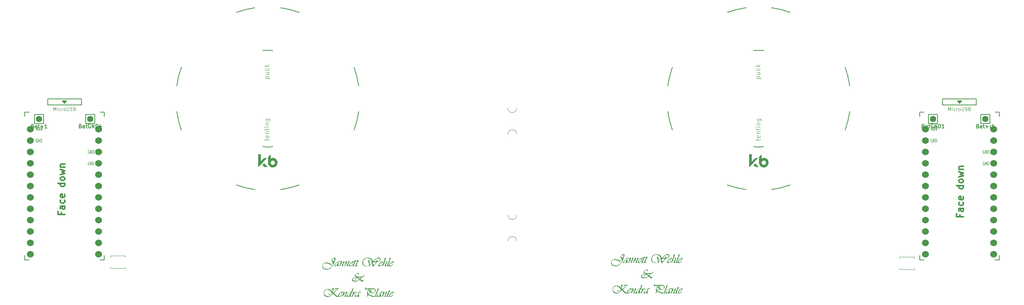
<source format=gbr>
%TF.GenerationSoftware,KiCad,Pcbnew,8.0.8*%
%TF.CreationDate,2025-01-23T20:59:21-05:00*%
%TF.ProjectId,sweepv2.1,73776565-7076-4322-9e31-2e6b69636164,rev?*%
%TF.SameCoordinates,Original*%
%TF.FileFunction,Legend,Top*%
%TF.FilePolarity,Positive*%
%FSLAX46Y46*%
G04 Gerber Fmt 4.6, Leading zero omitted, Abs format (unit mm)*
G04 Created by KiCad (PCBNEW 8.0.8) date 2025-01-23 20:59:21*
%MOMM*%
%LPD*%
G01*
G04 APERTURE LIST*
%ADD10C,0.304800*%
%ADD11C,0.300000*%
%ADD12C,0.125000*%
%ADD13C,0.120000*%
%ADD14C,0.100000*%
%ADD15C,0.150000*%
%ADD16C,0.010000*%
%ADD17C,0.200000*%
%ADD18C,1.524000*%
%ADD19C,1.397000*%
G04 APERTURE END LIST*
D10*
G36*
X155387912Y-81051538D02*
G01*
X155375505Y-81122509D01*
X155351380Y-81246336D01*
X155326402Y-81365200D01*
X155300571Y-81479101D01*
X155273887Y-81588040D01*
X155246350Y-81692015D01*
X155217960Y-81791027D01*
X155181273Y-81907813D01*
X155158621Y-81974162D01*
X155118720Y-82081754D01*
X155075015Y-82188328D01*
X155027506Y-82293884D01*
X154976191Y-82398422D01*
X154921072Y-82501943D01*
X154862149Y-82604446D01*
X154837514Y-82645162D01*
X154754631Y-82776238D01*
X154670757Y-82898857D01*
X154585889Y-83013020D01*
X154500029Y-83118726D01*
X154413176Y-83215976D01*
X154325331Y-83304770D01*
X154236493Y-83385107D01*
X154146662Y-83456987D01*
X154055839Y-83520411D01*
X153964023Y-83575378D01*
X153871215Y-83621889D01*
X153777414Y-83659943D01*
X153682620Y-83689541D01*
X153538569Y-83718082D01*
X153392284Y-83727595D01*
X153279717Y-83722353D01*
X153168328Y-83706627D01*
X153058118Y-83680416D01*
X152962651Y-83648881D01*
X152949087Y-83643720D01*
X152845546Y-83598464D01*
X152751311Y-83546073D01*
X152666381Y-83486548D01*
X152590757Y-83419888D01*
X152518062Y-83335870D01*
X152460408Y-83244244D01*
X152417794Y-83145011D01*
X152390220Y-83038170D01*
X152377687Y-82923723D01*
X152376851Y-82883883D01*
X152385732Y-82768115D01*
X152412375Y-82659779D01*
X152456781Y-82558877D01*
X152518948Y-82465408D01*
X152598878Y-82379371D01*
X152629469Y-82352344D01*
X152711429Y-82291007D01*
X152799423Y-82240065D01*
X152893451Y-82199520D01*
X152993513Y-82169372D01*
X153099610Y-82149619D01*
X153211741Y-82140262D01*
X153258283Y-82139431D01*
X153370452Y-82143596D01*
X153484741Y-82156094D01*
X153601151Y-82176922D01*
X153719680Y-82206082D01*
X153840329Y-82243574D01*
X153963098Y-82289397D01*
X154087988Y-82343552D01*
X154214997Y-82406038D01*
X154344126Y-82476855D01*
X154431389Y-82528695D01*
X154519595Y-82584238D01*
X154564052Y-82613398D01*
X154380420Y-82734000D01*
X154289462Y-82675973D01*
X154195257Y-82621314D01*
X154097805Y-82570024D01*
X153997105Y-82522102D01*
X153893158Y-82477549D01*
X153785963Y-82436364D01*
X153742176Y-82420833D01*
X153634350Y-82385518D01*
X153531103Y-82356188D01*
X153432436Y-82332844D01*
X153320082Y-82312732D01*
X153214324Y-82301240D01*
X153131229Y-82298247D01*
X153029024Y-82303412D01*
X152918650Y-82322492D01*
X152817823Y-82355632D01*
X152726543Y-82402831D01*
X152667188Y-82445152D01*
X152587717Y-82523537D01*
X152530953Y-82611785D01*
X152496894Y-82709898D01*
X152485541Y-82817875D01*
X152494338Y-82918755D01*
X152520728Y-83019400D01*
X152559986Y-83110693D01*
X152612088Y-83197962D01*
X152675338Y-83277380D01*
X152749734Y-83348946D01*
X152765951Y-83362317D01*
X152852165Y-83420829D01*
X152946928Y-83467202D01*
X153045557Y-83503385D01*
X153069192Y-83510712D01*
X153176833Y-83538781D01*
X153284240Y-83557664D01*
X153391410Y-83567361D01*
X153450848Y-83568779D01*
X153567383Y-83563339D01*
X153680813Y-83547021D01*
X153791138Y-83519824D01*
X153898356Y-83481748D01*
X154002469Y-83432793D01*
X154103476Y-83372959D01*
X154201377Y-83302246D01*
X154296173Y-83220654D01*
X154387863Y-83128184D01*
X154476447Y-83024834D01*
X154533777Y-82949891D01*
X154597841Y-82856869D01*
X154660125Y-82757217D01*
X154710669Y-82669109D01*
X154759976Y-82576397D01*
X154808048Y-82479080D01*
X154854884Y-82377159D01*
X154899028Y-82274196D01*
X154938713Y-82173753D01*
X154973939Y-82075830D01*
X155004705Y-81980428D01*
X155035740Y-81869272D01*
X155060353Y-81761745D01*
X155122887Y-81446594D01*
X155160606Y-81256014D01*
X155167554Y-81220280D01*
X155065919Y-81218303D01*
X155058864Y-81218295D01*
X154928833Y-81218295D01*
X154828515Y-81229955D01*
X154810714Y-81234673D01*
X154719234Y-81280717D01*
X154670757Y-81329963D01*
X154625547Y-81423989D01*
X154618149Y-81487290D01*
X154635209Y-81589691D01*
X154661823Y-81647596D01*
X154723489Y-81732091D01*
X154793351Y-81807351D01*
X154821136Y-81834701D01*
X154889233Y-81911985D01*
X154935021Y-82004917D01*
X154940745Y-82049104D01*
X154925673Y-82153046D01*
X154885008Y-82247394D01*
X154849425Y-82301721D01*
X154780098Y-82377027D01*
X154691084Y-82422283D01*
X154660830Y-82425300D01*
X154563235Y-82396328D01*
X154533281Y-82369218D01*
X154489393Y-82276175D01*
X154484643Y-82223802D01*
X154491592Y-82149357D01*
X154557642Y-82227873D01*
X154640668Y-82288941D01*
X154683164Y-82298247D01*
X154776668Y-82260088D01*
X154798802Y-82177646D01*
X154761544Y-82085134D01*
X154690379Y-82004314D01*
X154666786Y-81982103D01*
X154590790Y-81899438D01*
X154536507Y-81810755D01*
X154503937Y-81716054D01*
X154493081Y-81615336D01*
X154503441Y-81506026D01*
X154534522Y-81404408D01*
X154586323Y-81310483D01*
X154658845Y-81224251D01*
X154745760Y-81152163D01*
X154840243Y-81100672D01*
X154942295Y-81069777D01*
X155051916Y-81059479D01*
X155179962Y-81059479D01*
X155298578Y-81059479D01*
X155387912Y-81051538D01*
G37*
G36*
X156056927Y-82749881D02*
G01*
X156098616Y-82809934D01*
X156010677Y-82866698D01*
X155921772Y-82910973D01*
X155821705Y-82950213D01*
X155710476Y-82984418D01*
X155659389Y-82997536D01*
X155677086Y-82891988D01*
X155709143Y-82790950D01*
X155749361Y-82691153D01*
X155791859Y-82598685D01*
X155842524Y-82497760D01*
X155778205Y-82577719D01*
X155712175Y-82651955D01*
X155632980Y-82731330D01*
X155551457Y-82802916D01*
X155479728Y-82858075D01*
X155387757Y-82918872D01*
X155295784Y-82966505D01*
X155199899Y-82994868D01*
X155169539Y-82997040D01*
X155077640Y-82953384D01*
X155055886Y-82859068D01*
X155067829Y-82750657D01*
X155097871Y-82652591D01*
X155146200Y-82551533D01*
X155202179Y-82462531D01*
X155246963Y-82401974D01*
X155322018Y-82313326D01*
X155403879Y-82230890D01*
X155492545Y-82154665D01*
X155588015Y-82084651D01*
X155672771Y-82031052D01*
X155725893Y-82000962D01*
X155827264Y-81949348D01*
X155928514Y-81906481D01*
X156029643Y-81872363D01*
X156130651Y-81846993D01*
X156231537Y-81830371D01*
X156332302Y-81822497D01*
X156372574Y-81821798D01*
X156433123Y-81869939D01*
X156395885Y-81967865D01*
X156384485Y-81989051D01*
X156284109Y-81982723D01*
X156191424Y-81980614D01*
X156088527Y-81985515D01*
X155989274Y-82000218D01*
X155870334Y-82032381D01*
X155757089Y-82079859D01*
X155670593Y-82128869D01*
X155587741Y-82187680D01*
X155508535Y-82256294D01*
X155470298Y-82294277D01*
X155394905Y-82380034D01*
X155335110Y-82465338D01*
X155285065Y-82564285D01*
X155256251Y-82662616D01*
X155248451Y-82746407D01*
X155295797Y-82835981D01*
X155314956Y-82838223D01*
X155413139Y-82797981D01*
X155498588Y-82731097D01*
X155506528Y-82724074D01*
X155584250Y-82648640D01*
X155656737Y-82565645D01*
X155717500Y-82484485D01*
X155736812Y-82456071D01*
X155794393Y-82361792D01*
X155843804Y-82263950D01*
X155885045Y-82162546D01*
X155918117Y-82057580D01*
X155933347Y-81995999D01*
X156003576Y-82071183D01*
X156020200Y-82153327D01*
X156003659Y-82259016D01*
X155959436Y-82358473D01*
X155902577Y-82441678D01*
X156004381Y-82414226D01*
X156064371Y-82394530D01*
X156036578Y-82452100D01*
X155992051Y-82551380D01*
X155951745Y-82645771D01*
X155915919Y-82740573D01*
X155905555Y-82785615D01*
X155926399Y-82806460D01*
X156022246Y-82768504D01*
X156056927Y-82749881D01*
G37*
G36*
X157129930Y-82758815D02*
G01*
X157168642Y-82822838D01*
X157072887Y-82882549D01*
X156981824Y-82926908D01*
X156883968Y-82963906D01*
X156779321Y-82993541D01*
X156732393Y-83003988D01*
X156751888Y-82901143D01*
X156779437Y-82803896D01*
X156817260Y-82696157D01*
X156854917Y-82602410D01*
X156899150Y-82501948D01*
X156949959Y-82394770D01*
X157007344Y-82280876D01*
X157098167Y-82108660D01*
X157139577Y-82016906D01*
X157142338Y-82002451D01*
X157127449Y-81980614D01*
X157037583Y-82025653D01*
X156971610Y-82075904D01*
X156890989Y-82144828D01*
X156818715Y-82214000D01*
X156747411Y-82289376D01*
X156740334Y-82297254D01*
X156668314Y-82382038D01*
X156599906Y-82472298D01*
X156535108Y-82568034D01*
X156473921Y-82669248D01*
X156416344Y-82775938D01*
X156372883Y-82865234D01*
X156341804Y-82934506D01*
X156240970Y-82966194D01*
X156140446Y-83005766D01*
X156111520Y-83017884D01*
X156157146Y-82923912D01*
X156201901Y-82828727D01*
X156245783Y-82732331D01*
X156288792Y-82634724D01*
X156330930Y-82535905D01*
X156372194Y-82435874D01*
X156388456Y-82395522D01*
X156425916Y-82300777D01*
X156462487Y-82204323D01*
X156497027Y-82104978D01*
X156518487Y-82014859D01*
X156494168Y-81980614D01*
X156408804Y-82006918D01*
X156376048Y-82018333D01*
X156361159Y-81941903D01*
X156462126Y-81911783D01*
X156556578Y-81880485D01*
X156655051Y-81843866D01*
X156725941Y-81814353D01*
X156763660Y-81796983D01*
X156769119Y-81845124D01*
X156751138Y-81951005D01*
X156717153Y-82057362D01*
X156673998Y-82169658D01*
X156628146Y-82278139D01*
X156584991Y-82374677D01*
X156551243Y-82409419D01*
X156563154Y-82372692D01*
X156634139Y-82295591D01*
X156703475Y-82223724D01*
X156784504Y-82144394D01*
X156863160Y-82072600D01*
X156939444Y-82008345D01*
X156988981Y-81969695D01*
X157070829Y-81912067D01*
X157164547Y-81858772D01*
X157261498Y-81825408D01*
X157299169Y-81821798D01*
X157381480Y-81881156D01*
X157383540Y-81905176D01*
X157353070Y-82010877D01*
X157311422Y-82105248D01*
X157261660Y-82207005D01*
X157210275Y-82306517D01*
X157198916Y-82328025D01*
X157147968Y-82424269D01*
X157093835Y-82528761D01*
X157042887Y-82630960D01*
X156998731Y-82727871D01*
X156981536Y-82783134D01*
X157003373Y-82806460D01*
X157101635Y-82775926D01*
X157110078Y-82771719D01*
X157129930Y-82758815D01*
G37*
G36*
X158235690Y-82758815D02*
G01*
X158274401Y-82822838D01*
X158178646Y-82882549D01*
X158087583Y-82926908D01*
X157989728Y-82963906D01*
X157885081Y-82993541D01*
X157838152Y-83003988D01*
X157857648Y-82901143D01*
X157885196Y-82803896D01*
X157923020Y-82696157D01*
X157960677Y-82602410D01*
X158004910Y-82501948D01*
X158055719Y-82394770D01*
X158113103Y-82280876D01*
X158203927Y-82108660D01*
X158245337Y-82016906D01*
X158248097Y-82002451D01*
X158233208Y-81980614D01*
X158143343Y-82025653D01*
X158077370Y-82075904D01*
X157996749Y-82144828D01*
X157924475Y-82214000D01*
X157853170Y-82289376D01*
X157846093Y-82297254D01*
X157774074Y-82382038D01*
X157705665Y-82472298D01*
X157640867Y-82568034D01*
X157579680Y-82669248D01*
X157522104Y-82775938D01*
X157478643Y-82865234D01*
X157447563Y-82934506D01*
X157346730Y-82966194D01*
X157246205Y-83005766D01*
X157217279Y-83017884D01*
X157262906Y-82923912D01*
X157307660Y-82828727D01*
X157351542Y-82732331D01*
X157394552Y-82634724D01*
X157436689Y-82535905D01*
X157477954Y-82435874D01*
X157494216Y-82395522D01*
X157531676Y-82300777D01*
X157568247Y-82204323D01*
X157602786Y-82104978D01*
X157624247Y-82014859D01*
X157599928Y-81980614D01*
X157514564Y-82006918D01*
X157481808Y-82018333D01*
X157466919Y-81941903D01*
X157567885Y-81911783D01*
X157662338Y-81880485D01*
X157760810Y-81843866D01*
X157831701Y-81814353D01*
X157869419Y-81796983D01*
X157874879Y-81845124D01*
X157856898Y-81951005D01*
X157822913Y-82057362D01*
X157779758Y-82169658D01*
X157733906Y-82278139D01*
X157690751Y-82374677D01*
X157657002Y-82409419D01*
X157668914Y-82372692D01*
X157739898Y-82295591D01*
X157809235Y-82223724D01*
X157890264Y-82144394D01*
X157968920Y-82072600D01*
X158045203Y-82008345D01*
X158094740Y-81969695D01*
X158176589Y-81912067D01*
X158270307Y-81858772D01*
X158367258Y-81825408D01*
X158404929Y-81821798D01*
X158487240Y-81881156D01*
X158489300Y-81905176D01*
X158458830Y-82010877D01*
X158417181Y-82105248D01*
X158367419Y-82207005D01*
X158316035Y-82306517D01*
X158304676Y-82328025D01*
X158253727Y-82424269D01*
X158199595Y-82528761D01*
X158148646Y-82630960D01*
X158104491Y-82727871D01*
X158087296Y-82783134D01*
X158109133Y-82806460D01*
X158207395Y-82775926D01*
X158215838Y-82771719D01*
X158235690Y-82758815D01*
G37*
G36*
X159172211Y-82333484D02*
G01*
X159207556Y-82426396D01*
X159208441Y-82437708D01*
X159185862Y-82535821D01*
X159133802Y-82622464D01*
X159062148Y-82704291D01*
X159017365Y-82746904D01*
X158933238Y-82818964D01*
X158853013Y-82878811D01*
X158761894Y-82934506D01*
X158662688Y-82977253D01*
X158558674Y-82996795D01*
X158546375Y-82997040D01*
X158444370Y-82973992D01*
X158381382Y-82896278D01*
X158367210Y-82801993D01*
X158375306Y-82697801D01*
X158399594Y-82591189D01*
X158434128Y-82495919D01*
X158481059Y-82398797D01*
X158496745Y-82370707D01*
X158557077Y-82275929D01*
X158624296Y-82188751D01*
X158698402Y-82109172D01*
X158779396Y-82037192D01*
X158828770Y-81999474D01*
X158919622Y-81939092D01*
X159006811Y-81891202D01*
X159103899Y-81851121D01*
X159208751Y-81826135D01*
X159270975Y-81821798D01*
X159369337Y-81848551D01*
X159397035Y-81916591D01*
X159365768Y-82012346D01*
X159341450Y-82049104D01*
X159275493Y-82124914D01*
X159204967Y-82184594D01*
X159118982Y-82236333D01*
X159027258Y-82278552D01*
X159012898Y-82284351D01*
X158915363Y-82317124D01*
X158832244Y-82330010D01*
X158745002Y-82275822D01*
X158717599Y-82215365D01*
X158817925Y-82233794D01*
X158834726Y-82234720D01*
X158940641Y-82222270D01*
X159039020Y-82184920D01*
X159081884Y-82159283D01*
X159158898Y-82091320D01*
X159194544Y-81999474D01*
X159124070Y-81948851D01*
X159021334Y-81969611D01*
X158926106Y-82024514D01*
X158848668Y-82093144D01*
X158819340Y-82124542D01*
X158752543Y-82207449D01*
X158693598Y-82298596D01*
X158647260Y-82387673D01*
X158633227Y-82418848D01*
X158595016Y-82520222D01*
X158569330Y-82623000D01*
X158560767Y-82716629D01*
X158590182Y-82811506D01*
X158664991Y-82838223D01*
X158768499Y-82816435D01*
X158859665Y-82763964D01*
X158928030Y-82706207D01*
X159003328Y-82623350D01*
X159065908Y-82535264D01*
X159117307Y-82447044D01*
X159165572Y-82348422D01*
X159172211Y-82333484D01*
G37*
G36*
X160024360Y-81790034D02*
G01*
X159987634Y-81853561D01*
X159792091Y-81853561D01*
X159785143Y-81868946D01*
X159744499Y-81963127D01*
X159705834Y-82055501D01*
X159662791Y-82159331D01*
X159641712Y-82210402D01*
X159600465Y-82309484D01*
X159557668Y-82410925D01*
X159517918Y-82504431D01*
X159507214Y-82529524D01*
X159468151Y-82623626D01*
X159432025Y-82719979D01*
X159407059Y-82818975D01*
X159406961Y-82822838D01*
X159452621Y-82869986D01*
X159551255Y-82831042D01*
X159633332Y-82768900D01*
X159658586Y-82746904D01*
X159697298Y-82812415D01*
X159617417Y-82873954D01*
X159525896Y-82929052D01*
X159491829Y-82945920D01*
X159396715Y-82982612D01*
X159308694Y-82997040D01*
X159211176Y-82965005D01*
X159188092Y-82895794D01*
X159210796Y-82798125D01*
X159244157Y-82704526D01*
X159285511Y-82600082D01*
X159306709Y-82548879D01*
X159452125Y-82205935D01*
X159493808Y-82105486D01*
X159533486Y-82009599D01*
X159573442Y-81912413D01*
X159592578Y-81864976D01*
X159597541Y-81853561D01*
X159410436Y-81853561D01*
X159449147Y-81790034D01*
X159475947Y-81790034D01*
X159575520Y-81780510D01*
X159627319Y-81756286D01*
X159684358Y-81666869D01*
X159728576Y-81569998D01*
X159737498Y-81548832D01*
X159777699Y-81535928D01*
X159880167Y-81531940D01*
X159934034Y-81527491D01*
X159895489Y-81623063D01*
X159870011Y-81682337D01*
X159828321Y-81781101D01*
X159824351Y-81790034D01*
X160024360Y-81790034D01*
G37*
G36*
X160588159Y-81790034D02*
G01*
X160551433Y-81853561D01*
X160355890Y-81853561D01*
X160348942Y-81868946D01*
X160308297Y-81963127D01*
X160269632Y-82055501D01*
X160226589Y-82159331D01*
X160205510Y-82210402D01*
X160164263Y-82309484D01*
X160121467Y-82410925D01*
X160081716Y-82504431D01*
X160071013Y-82529524D01*
X160031949Y-82623626D01*
X159995823Y-82719979D01*
X159970858Y-82818975D01*
X159970760Y-82822838D01*
X160016420Y-82869986D01*
X160115054Y-82831042D01*
X160197130Y-82768900D01*
X160222385Y-82746904D01*
X160261096Y-82812415D01*
X160181216Y-82873954D01*
X160089695Y-82929052D01*
X160055627Y-82945920D01*
X159960513Y-82982612D01*
X159872492Y-82997040D01*
X159774975Y-82965005D01*
X159751891Y-82895794D01*
X159774595Y-82798125D01*
X159807956Y-82704526D01*
X159849309Y-82600082D01*
X159870507Y-82548879D01*
X160015923Y-82205935D01*
X160057607Y-82105486D01*
X160097284Y-82009599D01*
X160137240Y-81912413D01*
X160156377Y-81864976D01*
X160161340Y-81853561D01*
X159974234Y-81853561D01*
X160012945Y-81790034D01*
X160039746Y-81790034D01*
X160139319Y-81780510D01*
X160191118Y-81756286D01*
X160248157Y-81666869D01*
X160292375Y-81569998D01*
X160301297Y-81548832D01*
X160341497Y-81535928D01*
X160443966Y-81531940D01*
X160497832Y-81527491D01*
X160459288Y-81623063D01*
X160433809Y-81682337D01*
X160392120Y-81781101D01*
X160388149Y-81790034D01*
X160588159Y-81790034D01*
G37*
G36*
X165137366Y-81038037D02*
G01*
X165234307Y-81072840D01*
X165296571Y-81115064D01*
X165363087Y-81193905D01*
X165395694Y-81289291D01*
X165399305Y-81338896D01*
X165387692Y-81441196D01*
X165352853Y-81539648D01*
X165294787Y-81634253D01*
X165226530Y-81712281D01*
X165156614Y-81775145D01*
X165061394Y-81844920D01*
X164975326Y-81896215D01*
X164883152Y-81941282D01*
X164784871Y-81980121D01*
X164680482Y-82012732D01*
X164569987Y-82039115D01*
X164547156Y-82043644D01*
X164481660Y-82135366D01*
X164415276Y-82221734D01*
X164352732Y-82299172D01*
X164283620Y-82381578D01*
X164207941Y-82468951D01*
X164142670Y-82542427D01*
X164075437Y-82616477D01*
X163991439Y-82706531D01*
X163907489Y-82793798D01*
X163823588Y-82878279D01*
X163739735Y-82959972D01*
X163655931Y-83038879D01*
X163605672Y-83084885D01*
X163607161Y-82917631D01*
X163605828Y-82795984D01*
X163601829Y-82675161D01*
X163595165Y-82555162D01*
X163585835Y-82435986D01*
X163573840Y-82317635D01*
X163559178Y-82200107D01*
X163553077Y-82156936D01*
X163530234Y-82188564D01*
X163461797Y-82268228D01*
X163406159Y-82332988D01*
X163337917Y-82412769D01*
X163267970Y-82495395D01*
X163202543Y-82574406D01*
X163198705Y-82579154D01*
X162852782Y-83011929D01*
X162797693Y-83076448D01*
X162796995Y-82961538D01*
X162794901Y-82844117D01*
X162791412Y-82724182D01*
X162786526Y-82601735D01*
X162780245Y-82476776D01*
X162772568Y-82349304D01*
X162763495Y-82219320D01*
X162755774Y-82120182D01*
X162753026Y-82086823D01*
X162744186Y-81985422D01*
X162732334Y-81881146D01*
X162718781Y-81810383D01*
X162664188Y-81758271D01*
X162576847Y-81814508D01*
X162557483Y-81831724D01*
X162516786Y-81749834D01*
X162552024Y-81726508D01*
X162698433Y-81639655D01*
X162786285Y-81584096D01*
X162833923Y-81552306D01*
X162886531Y-81518557D01*
X162906887Y-81639081D01*
X162924529Y-81768135D01*
X162935979Y-81870523D01*
X162945903Y-81977710D01*
X162954300Y-82089695D01*
X162961170Y-82206478D01*
X162966514Y-82328059D01*
X162970330Y-82454439D01*
X162972620Y-82585616D01*
X162973384Y-82721592D01*
X163038538Y-82643606D01*
X163107571Y-82559022D01*
X163176789Y-82473639D01*
X163187786Y-82460041D01*
X163255376Y-82377066D01*
X163324034Y-82295353D01*
X163389953Y-82218547D01*
X163462397Y-82135494D01*
X163527752Y-82061511D01*
X163535197Y-82052578D01*
X163534105Y-82047118D01*
X163726273Y-82047118D01*
X163748368Y-82153145D01*
X163763289Y-82252216D01*
X163775035Y-82361029D01*
X163783606Y-82479584D01*
X163788177Y-82581442D01*
X163790717Y-82689535D01*
X163791289Y-82774696D01*
X163791289Y-82786608D01*
X163870666Y-82710332D01*
X163942920Y-82635703D01*
X164017786Y-82553712D01*
X164084037Y-82477575D01*
X164129270Y-82423811D01*
X164194351Y-82343986D01*
X164261194Y-82257958D01*
X164325605Y-82169004D01*
X164382791Y-82080869D01*
X164393302Y-82063000D01*
X164287080Y-82072262D01*
X164184259Y-82075702D01*
X164150611Y-82075904D01*
X164040465Y-82072679D01*
X163939436Y-82066281D01*
X163836584Y-82057884D01*
X163737688Y-82048607D01*
X163726273Y-82047118D01*
X163534105Y-82047118D01*
X163533708Y-82045133D01*
X163432984Y-82053070D01*
X163333228Y-82083546D01*
X163245954Y-82147990D01*
X163190029Y-82243545D01*
X163167044Y-82350211D01*
X163165452Y-82370211D01*
X163103570Y-82288693D01*
X163099444Y-82262017D01*
X163125188Y-82163493D01*
X163188234Y-82078440D01*
X163233942Y-82035704D01*
X163317470Y-81973957D01*
X163408119Y-81928203D01*
X163497478Y-81905673D01*
X163789303Y-81905673D01*
X163896586Y-81909552D01*
X164000309Y-81912629D01*
X164100473Y-81914903D01*
X164212832Y-81916541D01*
X164320346Y-81917088D01*
X164463777Y-81927014D01*
X164501744Y-81834205D01*
X164514400Y-81753308D01*
X164435609Y-81690613D01*
X164403725Y-81687300D01*
X164359554Y-81684818D01*
X164359554Y-81599455D01*
X164750639Y-81599455D01*
X164723866Y-81702728D01*
X164687593Y-81800379D01*
X164641821Y-81892408D01*
X164631527Y-81910139D01*
X164735384Y-81889162D01*
X164839886Y-81859547D01*
X164939358Y-81819037D01*
X165011694Y-81776634D01*
X165093302Y-81710507D01*
X165162024Y-81627199D01*
X165204566Y-81535639D01*
X165220929Y-81435828D01*
X165221133Y-81422771D01*
X165198722Y-81321938D01*
X165141725Y-81252044D01*
X165048916Y-81202910D01*
X164944910Y-81186788D01*
X164928315Y-81186532D01*
X164804883Y-81197768D01*
X164676039Y-81231478D01*
X164575853Y-81271508D01*
X164472623Y-81324180D01*
X164366348Y-81389492D01*
X164257029Y-81467446D01*
X164144664Y-81558041D01*
X164068063Y-81625460D01*
X163990109Y-81698498D01*
X163910802Y-81777154D01*
X163830141Y-81861429D01*
X163789303Y-81905673D01*
X163497478Y-81905673D01*
X163458714Y-81801895D01*
X163411905Y-81704903D01*
X163357050Y-81614696D01*
X163294150Y-81531275D01*
X163223204Y-81454639D01*
X163144212Y-81384789D01*
X163110363Y-81358748D01*
X163021768Y-81299985D01*
X162928447Y-81251181D01*
X162830401Y-81212337D01*
X162727629Y-81183453D01*
X162620132Y-81164529D01*
X162507909Y-81155565D01*
X162461697Y-81154768D01*
X162356861Y-81158654D01*
X162257004Y-81170309D01*
X162139183Y-81195805D01*
X162029141Y-81233442D01*
X161926878Y-81283220D01*
X161832394Y-81345139D01*
X161762408Y-81403415D01*
X161684628Y-81484656D01*
X161620032Y-81572972D01*
X161568618Y-81668365D01*
X161530387Y-81770834D01*
X161505340Y-81880379D01*
X161493475Y-81997000D01*
X161492420Y-82045630D01*
X161498260Y-82157406D01*
X161515781Y-82263198D01*
X161544983Y-82363003D01*
X161585864Y-82456823D01*
X161638427Y-82544657D01*
X161702670Y-82626506D01*
X161731637Y-82657569D01*
X161809468Y-82727914D01*
X161893139Y-82786336D01*
X161982650Y-82832835D01*
X162078002Y-82867412D01*
X162179193Y-82890065D01*
X162286225Y-82900796D01*
X162330673Y-82901750D01*
X162429779Y-82888070D01*
X162472119Y-82877431D01*
X162489490Y-82932024D01*
X162387437Y-82969040D01*
X162286315Y-82989357D01*
X162177245Y-82996976D01*
X162165901Y-82997040D01*
X162054711Y-82991054D01*
X161949748Y-82973097D01*
X161851014Y-82943168D01*
X161758508Y-82901269D01*
X161672229Y-82847398D01*
X161592179Y-82781555D01*
X161561902Y-82751867D01*
X161493273Y-82671908D01*
X161436276Y-82585577D01*
X161390911Y-82492871D01*
X161357178Y-82393793D01*
X161335077Y-82288341D01*
X161324608Y-82176516D01*
X161323678Y-82130001D01*
X161329152Y-82012773D01*
X161345577Y-81900803D01*
X161372951Y-81794090D01*
X161411275Y-81692635D01*
X161460548Y-81596438D01*
X161520771Y-81505499D01*
X161591944Y-81419817D01*
X161674067Y-81339393D01*
X161764610Y-81266343D01*
X161861048Y-81203034D01*
X161963379Y-81149464D01*
X162071604Y-81105635D01*
X162185722Y-81071545D01*
X162305734Y-81047195D01*
X162431640Y-81032585D01*
X162563439Y-81027715D01*
X162671741Y-81031275D01*
X162775297Y-81041953D01*
X162874108Y-81059750D01*
X162990947Y-81092007D01*
X163100371Y-81135388D01*
X163202379Y-81189891D01*
X163296972Y-81255518D01*
X163383408Y-81330995D01*
X163460635Y-81415051D01*
X163528654Y-81507686D01*
X163587464Y-81608900D01*
X163637065Y-81718692D01*
X163670115Y-81812702D01*
X163691036Y-81886813D01*
X163766659Y-81805351D01*
X163840729Y-81728094D01*
X163913246Y-81655041D01*
X164007520Y-81564179D01*
X164099033Y-81480793D01*
X164187786Y-81404882D01*
X164273778Y-81336447D01*
X164357009Y-81275487D01*
X164417621Y-81234673D01*
X164516826Y-81175051D01*
X164614988Y-81125535D01*
X164712109Y-81086124D01*
X164808187Y-81056819D01*
X164922106Y-81034991D01*
X165034524Y-81027715D01*
X165137366Y-81038037D01*
G37*
G36*
X165747213Y-82333484D02*
G01*
X165782558Y-82426396D01*
X165783443Y-82437708D01*
X165760864Y-82535821D01*
X165708804Y-82622464D01*
X165637150Y-82704291D01*
X165592367Y-82746904D01*
X165508240Y-82818964D01*
X165428015Y-82878811D01*
X165336895Y-82934506D01*
X165237690Y-82977253D01*
X165133676Y-82996795D01*
X165121376Y-82997040D01*
X165019372Y-82973992D01*
X164956384Y-82896278D01*
X164942212Y-82801993D01*
X164950308Y-82697801D01*
X164974595Y-82591189D01*
X165009129Y-82495919D01*
X165056060Y-82398797D01*
X165071746Y-82370707D01*
X165132078Y-82275929D01*
X165199298Y-82188751D01*
X165273404Y-82109172D01*
X165354398Y-82037192D01*
X165403772Y-81999474D01*
X165494624Y-81939092D01*
X165581812Y-81891202D01*
X165678901Y-81851121D01*
X165783752Y-81826135D01*
X165845977Y-81821798D01*
X165944338Y-81848551D01*
X165972037Y-81916591D01*
X165940770Y-82012346D01*
X165916451Y-82049104D01*
X165850495Y-82124914D01*
X165779969Y-82184594D01*
X165693984Y-82236333D01*
X165602260Y-82278552D01*
X165587900Y-82284351D01*
X165490365Y-82317124D01*
X165407246Y-82330010D01*
X165320004Y-82275822D01*
X165292600Y-82215365D01*
X165392927Y-82233794D01*
X165409728Y-82234720D01*
X165515642Y-82222270D01*
X165614022Y-82184920D01*
X165656886Y-82159283D01*
X165733900Y-82091320D01*
X165769546Y-81999474D01*
X165699071Y-81948851D01*
X165596336Y-81969611D01*
X165501108Y-82024514D01*
X165423670Y-82093144D01*
X165394342Y-82124542D01*
X165327545Y-82207449D01*
X165268600Y-82298596D01*
X165222262Y-82387673D01*
X165208229Y-82418848D01*
X165170018Y-82520222D01*
X165144331Y-82623000D01*
X165135769Y-82716629D01*
X165165184Y-82811506D01*
X165239993Y-82838223D01*
X165343500Y-82816435D01*
X165434667Y-82763964D01*
X165503032Y-82706207D01*
X165578330Y-82623350D01*
X165640910Y-82535264D01*
X165692309Y-82447044D01*
X165740574Y-82348422D01*
X165747213Y-82333484D01*
G37*
G36*
X166739319Y-82763282D02*
G01*
X166783490Y-82826808D01*
X166692045Y-82872557D01*
X166590235Y-82917678D01*
X166491037Y-82957258D01*
X166411264Y-82986617D01*
X166353693Y-83007462D01*
X166369530Y-82900807D01*
X166397256Y-82791723D01*
X166428945Y-82691230D01*
X166469087Y-82578980D01*
X166517682Y-82454975D01*
X166559676Y-82354255D01*
X166606423Y-82246923D01*
X166657926Y-82132979D01*
X166695032Y-82040775D01*
X166701104Y-82008903D01*
X166684726Y-81980614D01*
X166596063Y-82028121D01*
X166564621Y-82052578D01*
X166487214Y-82120676D01*
X166416696Y-82193096D01*
X166389923Y-82223306D01*
X166324690Y-82300046D01*
X166259520Y-82383363D01*
X166194411Y-82473255D01*
X166137492Y-82557306D01*
X166129365Y-82569724D01*
X166075733Y-82654704D01*
X166021884Y-82746706D01*
X165970796Y-82843682D01*
X165933822Y-82924083D01*
X165832623Y-82947006D01*
X165739272Y-82983632D01*
X165709494Y-82998032D01*
X165742250Y-82922098D01*
X165782863Y-82826645D01*
X165822195Y-82732664D01*
X165860244Y-82640156D01*
X165902158Y-82536235D01*
X165917444Y-82497760D01*
X166080727Y-82085830D01*
X166246988Y-81674892D01*
X166281303Y-81581630D01*
X166314803Y-81485549D01*
X166346442Y-81384311D01*
X166366101Y-81285296D01*
X166337315Y-81250058D01*
X166262870Y-81278348D01*
X166228129Y-81298200D01*
X166202321Y-81223258D01*
X166302560Y-81186447D01*
X166400601Y-81144689D01*
X166496444Y-81097985D01*
X166548739Y-81069901D01*
X166597377Y-81041612D01*
X166600355Y-81107620D01*
X166588724Y-81210132D01*
X166563947Y-81311060D01*
X166529880Y-81418305D01*
X166492591Y-81521961D01*
X166450006Y-81633757D01*
X166407028Y-81743101D01*
X166367743Y-81841167D01*
X166324099Y-81948647D01*
X166276097Y-82065542D01*
X166250462Y-82127519D01*
X166099090Y-82493294D01*
X166067823Y-82526546D01*
X166079238Y-82487338D01*
X166145489Y-82406745D01*
X166240422Y-82295605D01*
X166330026Y-82196164D01*
X166414299Y-82108422D01*
X166493241Y-82032379D01*
X166590206Y-81949186D01*
X166677695Y-81886792D01*
X166773729Y-81838046D01*
X166854957Y-81821798D01*
X166935816Y-81881156D01*
X166937840Y-81905176D01*
X166913444Y-82006835D01*
X166886224Y-82072430D01*
X166799372Y-82264995D01*
X166748423Y-82379679D01*
X166704268Y-82481537D01*
X166658627Y-82590823D01*
X166617868Y-82695512D01*
X166587299Y-82790204D01*
X166581992Y-82823334D01*
X166598370Y-82838223D01*
X166689331Y-82797944D01*
X166714008Y-82781645D01*
X166739319Y-82763282D01*
G37*
G36*
X167697677Y-81035656D02*
G01*
X167686777Y-81138818D01*
X167660081Y-81251474D01*
X167625599Y-81362442D01*
X167590005Y-81462400D01*
X167547292Y-81572300D01*
X167497460Y-81692141D01*
X167469875Y-81755790D01*
X167422550Y-81864885D01*
X167378222Y-81968090D01*
X167336891Y-82065406D01*
X167280515Y-82200337D01*
X167230883Y-82322015D01*
X167187994Y-82430442D01*
X167151849Y-82525617D01*
X167114145Y-82631903D01*
X167083875Y-82731631D01*
X167072338Y-82794549D01*
X167106086Y-82838223D01*
X167194490Y-82788252D01*
X167240087Y-82750378D01*
X167270362Y-82725563D01*
X167315029Y-82786608D01*
X167229522Y-82858122D01*
X167141319Y-82922854D01*
X167046200Y-82976490D01*
X166964640Y-82997040D01*
X166878912Y-82945083D01*
X166864884Y-82864031D01*
X166877642Y-82760607D01*
X166906222Y-82655570D01*
X166922951Y-82605954D01*
X166962283Y-82501110D01*
X167004972Y-82393002D01*
X167049184Y-82283612D01*
X167090206Y-82183468D01*
X167136254Y-82072094D01*
X167187326Y-81949493D01*
X167200880Y-81917088D01*
X167333392Y-81598958D01*
X167373872Y-81501266D01*
X167410513Y-81408507D01*
X167445060Y-81308901D01*
X167452504Y-81271896D01*
X167425208Y-81250058D01*
X167355726Y-81265940D01*
X167319496Y-81276859D01*
X167296170Y-81207376D01*
X167330911Y-81192984D01*
X167430903Y-81153564D01*
X167531629Y-81111945D01*
X167627668Y-81069498D01*
X167697677Y-81035656D01*
G37*
G36*
X168103652Y-82333484D02*
G01*
X168138997Y-82426396D01*
X168139882Y-82437708D01*
X168117304Y-82535821D01*
X168065243Y-82622464D01*
X167993589Y-82704291D01*
X167948806Y-82746904D01*
X167864679Y-82818964D01*
X167784455Y-82878811D01*
X167693335Y-82934506D01*
X167594129Y-82977253D01*
X167490115Y-82996795D01*
X167477816Y-82997040D01*
X167375811Y-82973992D01*
X167312823Y-82896278D01*
X167298651Y-82801993D01*
X167306747Y-82697801D01*
X167331035Y-82591189D01*
X167365569Y-82495919D01*
X167412500Y-82398797D01*
X167428186Y-82370707D01*
X167488518Y-82275929D01*
X167555737Y-82188751D01*
X167629844Y-82109172D01*
X167710837Y-82037192D01*
X167760211Y-81999474D01*
X167851064Y-81939092D01*
X167938252Y-81891202D01*
X168035340Y-81851121D01*
X168140192Y-81826135D01*
X168202416Y-81821798D01*
X168300778Y-81848551D01*
X168328477Y-81916591D01*
X168297210Y-82012346D01*
X168272891Y-82049104D01*
X168206935Y-82124914D01*
X168136408Y-82184594D01*
X168050424Y-82236333D01*
X167958699Y-82278552D01*
X167944339Y-82284351D01*
X167846804Y-82317124D01*
X167763685Y-82330010D01*
X167676443Y-82275822D01*
X167649040Y-82215365D01*
X167749366Y-82233794D01*
X167766167Y-82234720D01*
X167872082Y-82222270D01*
X167970461Y-82184920D01*
X168013325Y-82159283D01*
X168090339Y-82091320D01*
X168125986Y-81999474D01*
X168055511Y-81948851D01*
X167952775Y-81969611D01*
X167857548Y-82024514D01*
X167780109Y-82093144D01*
X167750782Y-82124542D01*
X167683985Y-82207449D01*
X167625039Y-82298596D01*
X167578701Y-82387673D01*
X167564669Y-82418848D01*
X167526457Y-82520222D01*
X167500771Y-82623000D01*
X167492209Y-82716629D01*
X167521623Y-82811506D01*
X167596432Y-82838223D01*
X167699940Y-82816435D01*
X167791106Y-82763964D01*
X167859472Y-82706207D01*
X167934769Y-82623350D01*
X167997349Y-82535264D01*
X168048749Y-82447044D01*
X168097013Y-82348422D01*
X168103652Y-82333484D01*
G37*
G36*
X160574565Y-84483751D02*
G01*
X160622900Y-84493587D01*
X160583630Y-84586892D01*
X160545725Y-84686152D01*
X160509185Y-84791368D01*
X160478332Y-84888317D01*
X160474010Y-84902539D01*
X160400557Y-84878221D01*
X160425037Y-84780825D01*
X160430832Y-84726352D01*
X160404031Y-84652403D01*
X160302786Y-84632055D01*
X160193910Y-84637328D01*
X160085810Y-84655867D01*
X159983564Y-84692120D01*
X159939493Y-84716426D01*
X159863766Y-84780882D01*
X159814797Y-84873692D01*
X159806484Y-84939762D01*
X159824289Y-85038681D01*
X159886884Y-85127793D01*
X159980360Y-85187295D01*
X160091361Y-85224143D01*
X160195914Y-85240967D01*
X160299180Y-85250454D01*
X160398944Y-85256526D01*
X160513954Y-85261249D01*
X160644210Y-85264622D01*
X160751907Y-85266267D01*
X160868180Y-85267152D01*
X160950459Y-85267321D01*
X161061794Y-85266088D01*
X161162783Y-85262389D01*
X161274473Y-85254297D01*
X161387164Y-85239501D01*
X161489220Y-85215227D01*
X161551480Y-85188409D01*
X161635119Y-85120551D01*
X161684039Y-85032989D01*
X161698386Y-84936288D01*
X161675267Y-84838084D01*
X161672082Y-84828590D01*
X161763345Y-84878314D01*
X161805587Y-84973510D01*
X161771550Y-85071254D01*
X161706538Y-85157622D01*
X161684985Y-85181461D01*
X161608902Y-85256197D01*
X161530783Y-85319107D01*
X161442501Y-85374649D01*
X161434353Y-85378989D01*
X161333406Y-85422435D01*
X161227225Y-85449789D01*
X161127186Y-85460651D01*
X161092898Y-85461375D01*
X161051533Y-85555058D01*
X161001138Y-85648506D01*
X160941714Y-85741718D01*
X160904800Y-85793400D01*
X160893881Y-85808290D01*
X160894377Y-85808786D01*
X161007038Y-85900602D01*
X161084796Y-85968138D01*
X161160591Y-86034232D01*
X161167839Y-86040559D01*
X161243587Y-86105264D01*
X161324443Y-86164048D01*
X161385219Y-86188456D01*
X161473718Y-86139938D01*
X161546517Y-86075796D01*
X161602599Y-86124930D01*
X161532790Y-86202504D01*
X161458737Y-86280015D01*
X161452220Y-86286724D01*
X161382814Y-86360173D01*
X161326656Y-86421718D01*
X161294396Y-86457948D01*
X161254692Y-86418244D01*
X161179159Y-86343724D01*
X161103310Y-86270294D01*
X161027147Y-86197955D01*
X160950669Y-86126706D01*
X160873875Y-86056547D01*
X160796767Y-85987480D01*
X160765835Y-85960158D01*
X160752931Y-85949735D01*
X160665039Y-86025664D01*
X160572960Y-86095625D01*
X160476693Y-86159619D01*
X160376238Y-86217645D01*
X160271596Y-86269704D01*
X160235785Y-86285732D01*
X160128555Y-86328235D01*
X160022755Y-86361945D01*
X159918387Y-86386861D01*
X159815449Y-86402983D01*
X159713942Y-86410311D01*
X159680424Y-86410800D01*
X159578434Y-86406612D01*
X159469325Y-86391141D01*
X159370856Y-86364271D01*
X159271347Y-86319604D01*
X159226804Y-86291687D01*
X159144275Y-86218052D01*
X159088755Y-86131147D01*
X159060245Y-86030973D01*
X159056077Y-85969587D01*
X159065517Y-85878764D01*
X159247153Y-85878764D01*
X159262468Y-85977521D01*
X159314694Y-86071374D01*
X159394335Y-86143260D01*
X159403984Y-86149745D01*
X159501078Y-86199167D01*
X159601820Y-86229519D01*
X159701113Y-86245593D01*
X159810809Y-86251883D01*
X159827329Y-86251983D01*
X159933981Y-86247305D01*
X160038544Y-86233269D01*
X160141017Y-86209876D01*
X160241400Y-86177127D01*
X160297823Y-86154212D01*
X160392811Y-86108088D01*
X160481055Y-86055267D01*
X160562554Y-85995749D01*
X160637309Y-85929534D01*
X160676997Y-85888690D01*
X160596629Y-85822688D01*
X160506277Y-85762405D01*
X160416424Y-85713040D01*
X160384676Y-85697614D01*
X160292126Y-85658509D01*
X160189994Y-85628093D01*
X160092354Y-85616717D01*
X159991121Y-85629986D01*
X159897315Y-85678274D01*
X159876463Y-85697118D01*
X159819466Y-85784460D01*
X159797753Y-85888412D01*
X159797055Y-85913505D01*
X159807301Y-86014177D01*
X159811447Y-86042048D01*
X159732720Y-85978977D01*
X159690922Y-85886510D01*
X159689854Y-85867349D01*
X159714141Y-85761544D01*
X159771487Y-85675506D01*
X159851941Y-85599729D01*
X159862566Y-85591406D01*
X159949388Y-85532997D01*
X160048175Y-85487235D01*
X160148139Y-85462594D01*
X160211906Y-85458148D01*
X160217513Y-85458148D01*
X160320250Y-85470369D01*
X160418634Y-85500903D01*
X160524905Y-85549758D01*
X160619488Y-85604465D01*
X160719548Y-85671894D01*
X160782213Y-85718459D01*
X160797102Y-85729874D01*
X160849679Y-85644657D01*
X160891498Y-85550234D01*
X160921177Y-85461375D01*
X160872540Y-85460878D01*
X160537536Y-85459390D01*
X160217513Y-85458148D01*
X160211906Y-85458148D01*
X160212193Y-85458128D01*
X160153895Y-85457901D01*
X160042561Y-85459335D01*
X159939338Y-85463639D01*
X159821716Y-85473054D01*
X159716768Y-85486952D01*
X159607561Y-85509547D01*
X159503218Y-85544068D01*
X159490340Y-85549716D01*
X159395583Y-85602951D01*
X159315787Y-85676644D01*
X159266389Y-85764047D01*
X159247390Y-85865161D01*
X159247153Y-85878764D01*
X159065517Y-85878764D01*
X159067819Y-85856611D01*
X159103047Y-85754418D01*
X159161760Y-85663007D01*
X159243958Y-85582379D01*
X159330396Y-85523427D01*
X159390087Y-85491649D01*
X159485338Y-85451749D01*
X159584106Y-85420763D01*
X159676950Y-85400330D01*
X159786320Y-85384840D01*
X159895522Y-85374262D01*
X160006900Y-85366330D01*
X160114125Y-85360514D01*
X160133051Y-85359633D01*
X160233046Y-85341784D01*
X160251667Y-85326381D01*
X160141720Y-85323938D01*
X160042662Y-85316610D01*
X159940854Y-85301886D01*
X159842648Y-85276915D01*
X159791099Y-85256899D01*
X159704070Y-85198515D01*
X159650330Y-85110611D01*
X159638238Y-85028104D01*
X159654492Y-84926145D01*
X159703254Y-84829211D01*
X159772587Y-84748516D01*
X159851824Y-84682411D01*
X159898300Y-84650418D01*
X159984840Y-84599375D01*
X160090320Y-84549543D01*
X160197579Y-84512170D01*
X160306618Y-84487254D01*
X160417437Y-84474796D01*
X160473514Y-84473239D01*
X160574565Y-84483751D01*
G37*
G36*
X154952655Y-87909828D02*
G01*
X154926318Y-88011670D01*
X154892639Y-88137444D01*
X154860604Y-88251771D01*
X154830213Y-88354653D01*
X154794537Y-88467159D01*
X154761429Y-88561781D01*
X154719394Y-88664207D01*
X154944218Y-88881090D01*
X154969033Y-88856772D01*
X155188399Y-88634925D01*
X155387912Y-88438886D01*
X155459397Y-88366924D01*
X155537194Y-88286894D01*
X155608960Y-88211091D01*
X155683591Y-88129636D01*
X155717952Y-88090978D01*
X155727878Y-88080060D01*
X155626885Y-88077697D01*
X155587425Y-88077578D01*
X155480197Y-88079711D01*
X155377878Y-88090907D01*
X155354163Y-88099416D01*
X155298738Y-88187404D01*
X155270288Y-88266173D01*
X155257881Y-88299921D01*
X155164080Y-88299921D01*
X155181947Y-88251780D01*
X155216699Y-88147776D01*
X155249488Y-88042909D01*
X155280315Y-87937178D01*
X155296592Y-87878065D01*
X155389897Y-87881539D01*
X155760634Y-87886999D01*
X156073800Y-87877569D01*
X155997370Y-87955488D01*
X155925780Y-88026688D01*
X155836027Y-88115867D01*
X155752788Y-88198470D01*
X155676063Y-88274498D01*
X155589317Y-88360284D01*
X155512749Y-88435796D01*
X155434302Y-88512846D01*
X155422653Y-88524250D01*
X155347835Y-88597144D01*
X155264434Y-88678665D01*
X155192276Y-88749524D01*
X155120529Y-88820480D01*
X155050055Y-88891203D01*
X155025612Y-88916328D01*
X155002782Y-88940150D01*
X155542758Y-89466726D01*
X155621245Y-89538176D01*
X155706443Y-89595733D01*
X155732841Y-89602216D01*
X155822703Y-89550492D01*
X155893147Y-89482111D01*
X155914984Y-89459282D01*
X155976525Y-89512386D01*
X155903034Y-89590187D01*
X155823998Y-89668572D01*
X155744256Y-89744283D01*
X155668043Y-89814471D01*
X155641026Y-89838952D01*
X155603803Y-89803715D01*
X155522698Y-89728281D01*
X155436464Y-89646775D01*
X155360684Y-89574215D01*
X155281341Y-89497439D01*
X155198436Y-89416446D01*
X155111968Y-89331236D01*
X155037616Y-89258062D01*
X154964871Y-89187088D01*
X154891634Y-89116655D01*
X154869277Y-89095493D01*
X154854884Y-89081596D01*
X154691601Y-89242894D01*
X154611588Y-89321093D01*
X154534335Y-89393149D01*
X154459844Y-89459064D01*
X154370611Y-89532821D01*
X154285692Y-89596982D01*
X154189483Y-89661307D01*
X154128795Y-89696514D01*
X154038472Y-89740029D01*
X153929655Y-89779418D01*
X153817133Y-89806553D01*
X153717737Y-89820058D01*
X153615619Y-89824560D01*
X153505353Y-89818470D01*
X153399379Y-89800202D01*
X153297697Y-89769755D01*
X153200308Y-89727129D01*
X153107211Y-89672325D01*
X153077132Y-89651350D01*
X152995087Y-89583791D01*
X152922658Y-89506182D01*
X152859845Y-89418523D01*
X152806648Y-89320814D01*
X152764524Y-89215660D01*
X152737539Y-89119681D01*
X152719768Y-89019997D01*
X152711212Y-88916608D01*
X152710365Y-88871164D01*
X152711666Y-88848335D01*
X152809129Y-88848335D01*
X152817103Y-88963015D01*
X152841025Y-89071065D01*
X152880893Y-89172485D01*
X152936710Y-89267275D01*
X153008474Y-89355434D01*
X153035939Y-89383347D01*
X153110097Y-89449534D01*
X153207572Y-89519857D01*
X153310353Y-89576391D01*
X153418442Y-89619137D01*
X153531837Y-89648093D01*
X153650540Y-89663261D01*
X153724309Y-89665743D01*
X153833058Y-89660305D01*
X153936963Y-89643989D01*
X154036023Y-89616797D01*
X154130237Y-89578727D01*
X154181899Y-89552090D01*
X154276674Y-89492369D01*
X154366718Y-89425263D01*
X154447965Y-89358119D01*
X154534859Y-89280774D01*
X154608440Y-89211551D01*
X154685634Y-89135799D01*
X154705497Y-89115841D01*
X154796320Y-89024025D01*
X154614674Y-88848335D01*
X154561938Y-88938885D01*
X154502743Y-89022501D01*
X154437087Y-89099183D01*
X154364972Y-89168930D01*
X154320864Y-89205672D01*
X154231002Y-89267988D01*
X154142071Y-89312500D01*
X154043136Y-89341294D01*
X153967001Y-89348110D01*
X153863012Y-89333963D01*
X153786843Y-89297984D01*
X153722508Y-89219144D01*
X153713887Y-89167953D01*
X153740864Y-89071711D01*
X153770962Y-89007647D01*
X153804968Y-89110809D01*
X153874062Y-89185836D01*
X153976114Y-89219181D01*
X154013157Y-89221057D01*
X154127221Y-89204830D01*
X154233049Y-89156150D01*
X154314949Y-89090792D01*
X154391129Y-89002898D01*
X154447956Y-88916355D01*
X154501122Y-88815389D01*
X154526332Y-88759497D01*
X154442900Y-88679127D01*
X154363328Y-88605271D01*
X154287619Y-88537929D01*
X154198413Y-88462912D01*
X154115242Y-88398073D01*
X154023401Y-88333701D01*
X153967001Y-88298929D01*
X153870706Y-88249809D01*
X153772464Y-88212755D01*
X153672275Y-88187764D01*
X153570138Y-88174838D01*
X153510900Y-88172868D01*
X153394218Y-88180755D01*
X153285005Y-88204414D01*
X153183259Y-88243847D01*
X153088981Y-88299053D01*
X153002171Y-88370032D01*
X152974894Y-88397196D01*
X152910304Y-88478156D01*
X152861578Y-88569043D01*
X152828717Y-88669856D01*
X152811719Y-88780597D01*
X152809129Y-88848335D01*
X152711666Y-88848335D01*
X152716606Y-88761692D01*
X152735326Y-88658472D01*
X152766526Y-88561504D01*
X152810207Y-88470789D01*
X152866368Y-88386325D01*
X152935010Y-88308114D01*
X152965961Y-88278580D01*
X153049203Y-88211524D01*
X153139182Y-88155833D01*
X153235897Y-88111508D01*
X153339350Y-88078548D01*
X153449540Y-88056953D01*
X153566466Y-88046724D01*
X153615123Y-88045815D01*
X153726359Y-88051705D01*
X153835553Y-88069374D01*
X153942704Y-88098822D01*
X154047813Y-88140050D01*
X154106958Y-88168898D01*
X154195995Y-88219718D01*
X154286673Y-88280240D01*
X154378991Y-88350463D01*
X154457175Y-88416392D01*
X154536499Y-88489059D01*
X154600778Y-88552043D01*
X154606733Y-88533183D01*
X154639478Y-88428902D01*
X154669652Y-88322147D01*
X154693552Y-88219801D01*
X154707549Y-88121355D01*
X154707979Y-88113312D01*
X154677704Y-88077578D01*
X154577661Y-88099997D01*
X154557103Y-88106860D01*
X154518392Y-88120260D01*
X154485139Y-88045815D01*
X154514918Y-88032415D01*
X154611365Y-87988446D01*
X154702262Y-87943022D01*
X154718897Y-87934147D01*
X154923870Y-87822479D01*
X154981937Y-87794687D01*
X154952655Y-87909828D01*
G37*
G36*
X156741326Y-89161004D02*
G01*
X156776671Y-89253916D01*
X156777556Y-89265228D01*
X156754978Y-89363341D01*
X156702917Y-89449984D01*
X156631263Y-89531811D01*
X156586480Y-89574424D01*
X156502353Y-89646484D01*
X156422128Y-89706331D01*
X156331009Y-89762026D01*
X156231803Y-89804773D01*
X156127789Y-89824315D01*
X156115490Y-89824560D01*
X156013485Y-89801512D01*
X155950497Y-89723798D01*
X155936325Y-89629513D01*
X155944421Y-89525321D01*
X155968709Y-89418709D01*
X156003243Y-89323439D01*
X156050174Y-89226317D01*
X156065860Y-89198227D01*
X156126192Y-89103449D01*
X156193411Y-89016271D01*
X156267517Y-88936692D01*
X156348511Y-88864712D01*
X156397885Y-88826994D01*
X156488738Y-88766612D01*
X156575926Y-88718722D01*
X156673014Y-88678641D01*
X156777866Y-88653655D01*
X156840090Y-88649318D01*
X156938452Y-88676071D01*
X156966150Y-88744111D01*
X156934883Y-88839866D01*
X156910565Y-88876624D01*
X156844608Y-88952434D01*
X156774082Y-89012114D01*
X156688098Y-89063853D01*
X156596373Y-89106072D01*
X156582013Y-89111871D01*
X156484478Y-89144644D01*
X156401359Y-89157530D01*
X156314117Y-89103342D01*
X156286714Y-89042885D01*
X156387040Y-89061314D01*
X156403841Y-89062240D01*
X156509756Y-89049790D01*
X156608135Y-89012440D01*
X156650999Y-88986803D01*
X156728013Y-88918840D01*
X156763659Y-88826994D01*
X156693185Y-88776371D01*
X156590449Y-88797131D01*
X156495221Y-88852034D01*
X156417783Y-88920664D01*
X156388456Y-88952062D01*
X156321658Y-89034969D01*
X156262713Y-89126116D01*
X156216375Y-89215193D01*
X156202343Y-89246368D01*
X156164131Y-89347742D01*
X156138445Y-89450520D01*
X156129883Y-89544149D01*
X156159297Y-89639026D01*
X156234106Y-89665743D01*
X156337614Y-89643955D01*
X156428780Y-89591484D01*
X156497146Y-89533727D01*
X156572443Y-89450870D01*
X156635023Y-89362784D01*
X156686423Y-89274564D01*
X156734687Y-89175942D01*
X156741326Y-89161004D01*
G37*
G36*
X157734425Y-89586335D02*
G01*
X157773137Y-89650358D01*
X157677382Y-89710069D01*
X157586318Y-89754428D01*
X157488463Y-89791426D01*
X157383816Y-89821061D01*
X157336888Y-89831508D01*
X157356383Y-89728663D01*
X157383932Y-89631416D01*
X157421755Y-89523677D01*
X157459412Y-89429930D01*
X157503645Y-89329468D01*
X157554454Y-89222290D01*
X157611839Y-89108396D01*
X157702662Y-88936180D01*
X157744072Y-88844426D01*
X157746833Y-88829971D01*
X157731944Y-88808134D01*
X157642078Y-88853173D01*
X157576105Y-88903424D01*
X157495484Y-88972348D01*
X157423210Y-89041520D01*
X157351906Y-89116896D01*
X157344829Y-89124774D01*
X157272809Y-89209558D01*
X157204400Y-89299818D01*
X157139603Y-89395554D01*
X157078415Y-89496768D01*
X157020839Y-89603458D01*
X156977378Y-89692754D01*
X156946298Y-89762026D01*
X156845465Y-89793714D01*
X156744941Y-89833286D01*
X156716015Y-89845404D01*
X156761641Y-89751432D01*
X156806396Y-89656247D01*
X156850278Y-89559851D01*
X156893287Y-89462244D01*
X156935424Y-89363425D01*
X156976689Y-89263394D01*
X156992951Y-89223042D01*
X157030411Y-89128297D01*
X157066982Y-89031843D01*
X157101522Y-88932498D01*
X157122982Y-88842379D01*
X157098663Y-88808134D01*
X157013299Y-88834438D01*
X156980543Y-88845853D01*
X156965654Y-88769423D01*
X157066621Y-88739303D01*
X157161073Y-88708005D01*
X157259546Y-88671386D01*
X157330436Y-88641873D01*
X157368155Y-88624503D01*
X157373614Y-88672644D01*
X157355633Y-88778525D01*
X157321648Y-88884882D01*
X157278493Y-88997178D01*
X157232641Y-89105659D01*
X157189486Y-89202197D01*
X157155738Y-89236939D01*
X157167649Y-89200212D01*
X157238634Y-89123111D01*
X157307970Y-89051244D01*
X157388999Y-88971914D01*
X157467655Y-88900120D01*
X157543938Y-88835865D01*
X157593476Y-88797215D01*
X157675324Y-88739587D01*
X157769042Y-88686292D01*
X157865993Y-88652928D01*
X157903664Y-88649318D01*
X157985975Y-88708676D01*
X157988035Y-88732696D01*
X157957565Y-88838397D01*
X157915916Y-88932768D01*
X157866154Y-89034525D01*
X157814770Y-89134037D01*
X157803411Y-89155545D01*
X157752463Y-89251789D01*
X157698330Y-89356281D01*
X157647381Y-89458480D01*
X157603226Y-89555391D01*
X157586031Y-89610654D01*
X157607868Y-89633980D01*
X157706130Y-89603446D01*
X157714573Y-89599239D01*
X157734425Y-89586335D01*
G37*
G36*
X159363287Y-87867147D02*
G01*
X159344376Y-87976599D01*
X159312869Y-88086111D01*
X159279427Y-88184775D01*
X159237574Y-88297606D01*
X159229781Y-88317788D01*
X159126551Y-88582317D01*
X159091810Y-88670162D01*
X159160433Y-88743445D01*
X159179159Y-88835927D01*
X159078631Y-88811445D01*
X159038209Y-88807141D01*
X159032750Y-88821038D01*
X158852592Y-89264731D01*
X158810257Y-89370397D01*
X158771937Y-89470034D01*
X158737875Y-89568208D01*
X158728021Y-89612142D01*
X158749858Y-89633980D01*
X158845491Y-89606774D01*
X158870956Y-89595765D01*
X158897259Y-89583853D01*
X158941430Y-89639935D01*
X158849770Y-89695149D01*
X158755979Y-89740407D01*
X158649506Y-89782816D01*
X158548150Y-89816898D01*
X158475403Y-89838456D01*
X158492774Y-89765996D01*
X158522693Y-89665957D01*
X158556868Y-89566092D01*
X158592623Y-89470262D01*
X158633841Y-89366548D01*
X158640175Y-89351088D01*
X158679727Y-89255699D01*
X158698739Y-89209146D01*
X158855570Y-88806645D01*
X158859044Y-88798208D01*
X158760195Y-88809235D01*
X158657444Y-88838718D01*
X158564738Y-88876624D01*
X158471521Y-88924144D01*
X158385057Y-88979044D01*
X158305345Y-89041325D01*
X158263979Y-89079115D01*
X158194635Y-89153385D01*
X158126936Y-89243278D01*
X158076162Y-89334008D01*
X158038317Y-89440918D01*
X158023508Y-89548969D01*
X158023273Y-89564498D01*
X158059680Y-89657734D01*
X158093747Y-89665743D01*
X158190725Y-89633947D01*
X158274359Y-89573216D01*
X158297231Y-89553083D01*
X158372326Y-89477416D01*
X158441895Y-89391862D01*
X158499784Y-89306410D01*
X158518085Y-89276146D01*
X158567804Y-89182402D01*
X158609229Y-89088857D01*
X158648049Y-88985696D01*
X158679879Y-88887542D01*
X158714392Y-88981500D01*
X158722561Y-89040899D01*
X158705770Y-89143494D01*
X158665332Y-89239389D01*
X158620820Y-89314362D01*
X158558251Y-89400080D01*
X158485004Y-89484149D01*
X158410931Y-89557493D01*
X158349839Y-89611646D01*
X158258370Y-89684003D01*
X158174544Y-89741390D01*
X158086405Y-89789420D01*
X157988369Y-89821233D01*
X157950316Y-89824560D01*
X157855053Y-89783239D01*
X157828345Y-89687158D01*
X157828226Y-89678151D01*
X157840758Y-89576772D01*
X157874573Y-89473596D01*
X157904160Y-89409155D01*
X157956466Y-89315953D01*
X158018465Y-89225562D01*
X158082552Y-89146614D01*
X158105659Y-89120804D01*
X158195156Y-89030624D01*
X158287956Y-88949921D01*
X158384061Y-88878694D01*
X158483468Y-88816943D01*
X158586179Y-88764669D01*
X158692194Y-88721871D01*
X158801512Y-88688549D01*
X158914134Y-88664703D01*
X158948379Y-88575865D01*
X159049128Y-88307862D01*
X159082256Y-88212572D01*
X159094291Y-88154009D01*
X159050120Y-88109342D01*
X158960290Y-88129690D01*
X158931504Y-88057726D01*
X158969223Y-88043334D01*
X159065433Y-88005386D01*
X159168524Y-87961611D01*
X159264295Y-87917401D01*
X159363287Y-87867147D01*
G37*
G36*
X159989123Y-88655770D02*
G01*
X159926589Y-88827490D01*
X159828181Y-88808210D01*
X159823358Y-88808134D01*
X159724466Y-88831592D01*
X159631319Y-88892817D01*
X159556158Y-88966710D01*
X159489843Y-89048344D01*
X159433971Y-89130708D01*
X159383728Y-89218116D01*
X159342938Y-89301954D01*
X159301470Y-89402077D01*
X159263968Y-89502625D01*
X159227999Y-89605515D01*
X159194824Y-89704783D01*
X159189085Y-89722321D01*
X159171218Y-89777907D01*
X159068483Y-89803467D01*
X158972891Y-89832752D01*
X158958801Y-89837463D01*
X158986097Y-89765003D01*
X159108684Y-89441911D01*
X159149396Y-89332019D01*
X159184680Y-89234116D01*
X159221151Y-89128596D01*
X159253721Y-89026699D01*
X159279675Y-88924431D01*
X159282389Y-88898461D01*
X159260552Y-88871661D01*
X159164514Y-88912648D01*
X159159307Y-88915335D01*
X159128040Y-88842875D01*
X159217356Y-88797902D01*
X159315360Y-88743247D01*
X159409021Y-88685117D01*
X159498340Y-88623514D01*
X159509199Y-88615569D01*
X159521110Y-88688029D01*
X159507022Y-88792060D01*
X159477011Y-88892929D01*
X159440998Y-88986676D01*
X159435747Y-88999210D01*
X159431280Y-88994247D01*
X159510742Y-88913404D01*
X159584358Y-88843340D01*
X159668155Y-88770919D01*
X159756652Y-88706244D01*
X159854183Y-88657739D01*
X159903263Y-88649318D01*
X159989123Y-88655770D01*
G37*
G36*
X160655656Y-89577401D02*
G01*
X160697345Y-89637454D01*
X160609406Y-89694218D01*
X160520501Y-89738493D01*
X160420434Y-89777733D01*
X160309205Y-89811938D01*
X160258118Y-89825056D01*
X160275815Y-89719508D01*
X160307872Y-89618470D01*
X160348090Y-89518673D01*
X160390588Y-89426205D01*
X160441253Y-89325280D01*
X160376934Y-89405239D01*
X160310904Y-89479475D01*
X160231709Y-89558850D01*
X160150186Y-89630436D01*
X160078457Y-89685595D01*
X159986486Y-89746392D01*
X159894513Y-89794025D01*
X159798628Y-89822388D01*
X159768269Y-89824560D01*
X159676369Y-89780904D01*
X159654616Y-89686588D01*
X159666558Y-89578177D01*
X159696600Y-89480111D01*
X159744929Y-89379053D01*
X159800908Y-89290051D01*
X159845692Y-89229494D01*
X159920747Y-89140846D01*
X160002608Y-89058410D01*
X160091274Y-88982185D01*
X160186744Y-88912171D01*
X160271500Y-88858572D01*
X160324623Y-88828482D01*
X160425994Y-88776868D01*
X160527243Y-88734001D01*
X160628372Y-88699883D01*
X160729380Y-88674513D01*
X160830266Y-88657891D01*
X160931031Y-88650017D01*
X160971303Y-88649318D01*
X161031852Y-88697459D01*
X160994614Y-88795385D01*
X160983215Y-88816571D01*
X160882838Y-88810243D01*
X160790153Y-88808134D01*
X160687256Y-88813035D01*
X160588003Y-88827738D01*
X160469063Y-88859901D01*
X160355818Y-88907379D01*
X160269322Y-88956389D01*
X160186470Y-89015200D01*
X160107264Y-89083814D01*
X160069027Y-89121797D01*
X159993634Y-89207554D01*
X159933839Y-89292858D01*
X159883794Y-89391805D01*
X159854980Y-89490136D01*
X159847180Y-89573927D01*
X159894526Y-89663501D01*
X159913685Y-89665743D01*
X160011868Y-89625501D01*
X160097317Y-89558617D01*
X160105257Y-89551594D01*
X160182979Y-89476160D01*
X160255466Y-89393165D01*
X160316229Y-89312005D01*
X160335541Y-89283591D01*
X160393122Y-89189312D01*
X160442533Y-89091470D01*
X160483774Y-88990066D01*
X160516846Y-88885100D01*
X160532077Y-88823519D01*
X160602305Y-88898703D01*
X160618929Y-88980847D01*
X160602388Y-89086536D01*
X160558165Y-89185993D01*
X160501306Y-89269198D01*
X160603110Y-89241746D01*
X160663100Y-89222050D01*
X160635307Y-89279620D01*
X160590780Y-89378900D01*
X160550475Y-89473291D01*
X160514648Y-89568093D01*
X160504284Y-89613135D01*
X160525128Y-89633980D01*
X160620975Y-89596024D01*
X160655656Y-89577401D01*
G37*
G36*
X162133641Y-87689967D02*
G01*
X162127189Y-87728678D01*
X162109951Y-87828885D01*
X162109323Y-87843820D01*
X162162923Y-87926206D01*
X162266991Y-87947105D01*
X162364422Y-87950525D01*
X162475356Y-87949076D01*
X162587000Y-87945529D01*
X162691713Y-87940946D01*
X162807040Y-87934885D01*
X162906944Y-87928972D01*
X163013641Y-87922113D01*
X163041377Y-87920251D01*
X163163172Y-87912457D01*
X163275445Y-87905703D01*
X163378195Y-87899988D01*
X163493241Y-87894305D01*
X163593407Y-87890246D01*
X163693967Y-87887518D01*
X163749103Y-87886999D01*
X163857665Y-87890667D01*
X163985804Y-87906971D01*
X164094959Y-87936319D01*
X164185131Y-87978710D01*
X164271150Y-88050041D01*
X164327507Y-88141753D01*
X164354203Y-88253845D01*
X164356576Y-88304388D01*
X164348050Y-88410827D01*
X164322472Y-88514748D01*
X164279843Y-88616152D01*
X164220163Y-88715039D01*
X164178403Y-88770415D01*
X164109643Y-88845335D01*
X164020030Y-88918478D01*
X163922670Y-88973335D01*
X163817562Y-89009906D01*
X163704708Y-89028191D01*
X163645376Y-89030477D01*
X163539585Y-89022560D01*
X163435816Y-88995864D01*
X163365958Y-88963476D01*
X163282453Y-88904757D01*
X163201959Y-88830001D01*
X163134423Y-88755541D01*
X163108377Y-88724259D01*
X163099444Y-88712348D01*
X162593217Y-89453822D01*
X162681652Y-89402721D01*
X162777782Y-89368344D01*
X162881607Y-89350691D01*
X162942613Y-89348110D01*
X163052850Y-89358121D01*
X163152052Y-89379749D01*
X163263033Y-89413490D01*
X163367536Y-89452050D01*
X163423033Y-89474667D01*
X163688058Y-89587327D01*
X163782355Y-89622317D01*
X163839926Y-89633980D01*
X163929766Y-89581531D01*
X163997810Y-89497839D01*
X164018098Y-89468215D01*
X164087580Y-89511890D01*
X164063261Y-89549608D01*
X163971446Y-89678647D01*
X163882608Y-89815130D01*
X163855807Y-89853345D01*
X163750854Y-89822093D01*
X163655038Y-89786577D01*
X163562354Y-89747493D01*
X163513359Y-89725299D01*
X163414970Y-89680836D01*
X163311164Y-89636062D01*
X163207010Y-89594257D01*
X163108302Y-89559164D01*
X163089022Y-89553083D01*
X162987043Y-89526804D01*
X162887880Y-89511434D01*
X162800174Y-89506927D01*
X162697626Y-89516209D01*
X162600393Y-89547215D01*
X162554009Y-89572935D01*
X162476609Y-89637772D01*
X162409870Y-89715794D01*
X162348064Y-89804661D01*
X162341095Y-89815626D01*
X162272606Y-89768974D01*
X162562446Y-89336695D01*
X162505437Y-89254840D01*
X162453834Y-89153786D01*
X162418286Y-89046747D01*
X162398791Y-88933723D01*
X162394696Y-88849327D01*
X162402961Y-88745600D01*
X162512816Y-88745600D01*
X162526556Y-88855850D01*
X162561840Y-88956157D01*
X162610525Y-89045707D01*
X162675834Y-89136920D01*
X162686521Y-89150086D01*
X163036414Y-88629466D01*
X162976892Y-88547987D01*
X162905390Y-88475612D01*
X162815531Y-88430822D01*
X162778833Y-88426975D01*
X162680215Y-88446713D01*
X162598391Y-88505927D01*
X162588750Y-88516805D01*
X162536842Y-88604567D01*
X162514670Y-88703242D01*
X162512816Y-88745600D01*
X162402961Y-88745600D01*
X162403660Y-88736822D01*
X162430554Y-88631575D01*
X162475376Y-88533586D01*
X162538127Y-88442856D01*
X162613255Y-88366426D01*
X162705337Y-88306544D01*
X162805428Y-88274300D01*
X162876605Y-88268158D01*
X162976728Y-88284637D01*
X163068030Y-88334073D01*
X163142660Y-88406744D01*
X163162719Y-88432721D01*
X163203171Y-88360966D01*
X163245822Y-88266902D01*
X163252801Y-88222002D01*
X163221534Y-88156490D01*
X163278113Y-88153512D01*
X163353550Y-88150535D01*
X163433951Y-88142098D01*
X163492018Y-88133164D01*
X163432709Y-88216748D01*
X163374898Y-88304814D01*
X163348091Y-88347070D01*
X163292618Y-88432315D01*
X163249823Y-88494472D01*
X163233942Y-88517798D01*
X163241883Y-88528220D01*
X163322283Y-88637406D01*
X163385833Y-88714042D01*
X163465676Y-88788860D01*
X163549427Y-88844973D01*
X163652076Y-88886798D01*
X163760045Y-88903164D01*
X163775903Y-88903424D01*
X163880264Y-88884716D01*
X163969133Y-88835241D01*
X164044226Y-88764275D01*
X164060284Y-88745104D01*
X164122181Y-88652790D01*
X164163821Y-88553960D01*
X164185203Y-88448613D01*
X164188329Y-88387270D01*
X164172748Y-88282024D01*
X164115185Y-88186757D01*
X164032085Y-88128690D01*
X163917823Y-88092398D01*
X163798801Y-88078788D01*
X163745132Y-88077578D01*
X163641720Y-88079811D01*
X163527411Y-88085278D01*
X163414055Y-88092339D01*
X163311522Y-88099629D01*
X163198458Y-88108376D01*
X163074864Y-88118581D01*
X163009117Y-88124231D01*
X162604631Y-88160461D01*
X162500804Y-88168022D01*
X162394045Y-88172093D01*
X162321243Y-88172868D01*
X162210431Y-88168973D01*
X162102749Y-88154984D01*
X162005782Y-88127084D01*
X161941076Y-88091475D01*
X162055722Y-87670115D01*
X162133641Y-87689967D01*
G37*
G36*
X164992834Y-87863176D02*
G01*
X164981933Y-87966338D01*
X164955238Y-88078994D01*
X164920756Y-88189962D01*
X164885162Y-88289920D01*
X164842449Y-88399820D01*
X164792617Y-88519661D01*
X164765032Y-88583310D01*
X164717707Y-88692405D01*
X164673379Y-88795610D01*
X164632048Y-88892926D01*
X164575672Y-89027857D01*
X164526039Y-89149535D01*
X164483150Y-89257962D01*
X164447005Y-89353137D01*
X164409302Y-89459423D01*
X164379032Y-89559151D01*
X164367494Y-89622069D01*
X164401243Y-89665743D01*
X164489646Y-89615772D01*
X164535244Y-89577898D01*
X164565519Y-89553083D01*
X164610186Y-89614128D01*
X164524678Y-89685642D01*
X164436475Y-89750374D01*
X164341357Y-89804010D01*
X164259797Y-89824560D01*
X164174069Y-89772603D01*
X164160040Y-89691551D01*
X164172799Y-89588127D01*
X164201379Y-89483090D01*
X164218108Y-89433474D01*
X164257439Y-89328630D01*
X164300129Y-89220522D01*
X164344341Y-89111132D01*
X164385363Y-89010988D01*
X164431411Y-88899614D01*
X164482483Y-88777013D01*
X164496036Y-88744608D01*
X164628549Y-88426478D01*
X164669028Y-88328786D01*
X164705669Y-88236027D01*
X164740217Y-88136421D01*
X164747661Y-88099416D01*
X164720365Y-88077578D01*
X164650882Y-88093460D01*
X164614652Y-88104379D01*
X164591326Y-88034896D01*
X164626067Y-88020504D01*
X164726060Y-87981084D01*
X164826786Y-87939465D01*
X164922825Y-87897018D01*
X164992834Y-87863176D01*
G37*
G36*
X165561099Y-89577401D02*
G01*
X165602789Y-89637454D01*
X165514850Y-89694218D01*
X165425945Y-89738493D01*
X165325878Y-89777733D01*
X165214648Y-89811938D01*
X165163562Y-89825056D01*
X165181259Y-89719508D01*
X165213316Y-89618470D01*
X165253534Y-89518673D01*
X165296032Y-89426205D01*
X165346697Y-89325280D01*
X165282378Y-89405239D01*
X165216348Y-89479475D01*
X165137153Y-89558850D01*
X165055630Y-89630436D01*
X164983901Y-89685595D01*
X164891930Y-89746392D01*
X164799957Y-89794025D01*
X164704072Y-89822388D01*
X164673712Y-89824560D01*
X164581813Y-89780904D01*
X164560059Y-89686588D01*
X164572001Y-89578177D01*
X164602044Y-89480111D01*
X164650373Y-89379053D01*
X164706352Y-89290051D01*
X164751135Y-89229494D01*
X164826191Y-89140846D01*
X164908052Y-89058410D01*
X164996717Y-88982185D01*
X165092187Y-88912171D01*
X165176944Y-88858572D01*
X165230066Y-88828482D01*
X165331437Y-88776868D01*
X165432687Y-88734001D01*
X165533816Y-88699883D01*
X165634823Y-88674513D01*
X165735710Y-88657891D01*
X165836475Y-88650017D01*
X165876747Y-88649318D01*
X165937296Y-88697459D01*
X165900058Y-88795385D01*
X165888658Y-88816571D01*
X165788281Y-88810243D01*
X165695597Y-88808134D01*
X165592700Y-88813035D01*
X165493447Y-88827738D01*
X165374507Y-88859901D01*
X165261261Y-88907379D01*
X165174765Y-88956389D01*
X165091914Y-89015200D01*
X165012707Y-89083814D01*
X164974471Y-89121797D01*
X164899078Y-89207554D01*
X164839283Y-89292858D01*
X164789238Y-89391805D01*
X164760423Y-89490136D01*
X164752624Y-89573927D01*
X164799970Y-89663501D01*
X164819129Y-89665743D01*
X164917312Y-89625501D01*
X165002761Y-89558617D01*
X165010701Y-89551594D01*
X165088423Y-89476160D01*
X165160910Y-89393165D01*
X165221673Y-89312005D01*
X165240985Y-89283591D01*
X165298565Y-89189312D01*
X165347977Y-89091470D01*
X165389218Y-88990066D01*
X165422290Y-88885100D01*
X165437520Y-88823519D01*
X165507749Y-88898703D01*
X165524373Y-88980847D01*
X165507832Y-89086536D01*
X165463609Y-89185993D01*
X165406750Y-89269198D01*
X165508553Y-89241746D01*
X165568544Y-89222050D01*
X165540751Y-89279620D01*
X165496223Y-89378900D01*
X165455918Y-89473291D01*
X165420091Y-89568093D01*
X165409727Y-89613135D01*
X165430572Y-89633980D01*
X165526418Y-89596024D01*
X165561099Y-89577401D01*
G37*
G36*
X166634103Y-89586335D02*
G01*
X166672815Y-89650358D01*
X166577059Y-89710069D01*
X166485996Y-89754428D01*
X166388141Y-89791426D01*
X166283494Y-89821061D01*
X166236566Y-89831508D01*
X166256061Y-89728663D01*
X166283610Y-89631416D01*
X166321433Y-89523677D01*
X166359090Y-89429930D01*
X166403323Y-89329468D01*
X166454132Y-89222290D01*
X166511517Y-89108396D01*
X166602340Y-88936180D01*
X166643750Y-88844426D01*
X166646511Y-88829971D01*
X166631622Y-88808134D01*
X166541756Y-88853173D01*
X166475783Y-88903424D01*
X166395162Y-88972348D01*
X166322888Y-89041520D01*
X166251584Y-89116896D01*
X166244506Y-89124774D01*
X166172487Y-89209558D01*
X166104078Y-89299818D01*
X166039280Y-89395554D01*
X165978093Y-89496768D01*
X165920517Y-89603458D01*
X165877056Y-89692754D01*
X165845976Y-89762026D01*
X165745143Y-89793714D01*
X165644618Y-89833286D01*
X165615692Y-89845404D01*
X165661319Y-89751432D01*
X165706074Y-89656247D01*
X165749956Y-89559851D01*
X165792965Y-89462244D01*
X165835102Y-89363425D01*
X165876367Y-89263394D01*
X165892629Y-89223042D01*
X165930089Y-89128297D01*
X165966660Y-89031843D01*
X166001199Y-88932498D01*
X166022660Y-88842379D01*
X165998341Y-88808134D01*
X165912977Y-88834438D01*
X165880221Y-88845853D01*
X165865332Y-88769423D01*
X165966298Y-88739303D01*
X166060751Y-88708005D01*
X166159223Y-88671386D01*
X166230114Y-88641873D01*
X166267833Y-88624503D01*
X166273292Y-88672644D01*
X166255311Y-88778525D01*
X166221326Y-88884882D01*
X166178171Y-88997178D01*
X166132319Y-89105659D01*
X166089164Y-89202197D01*
X166055416Y-89236939D01*
X166067327Y-89200212D01*
X166138311Y-89123111D01*
X166207648Y-89051244D01*
X166288677Y-88971914D01*
X166367333Y-88900120D01*
X166443616Y-88835865D01*
X166493153Y-88797215D01*
X166575002Y-88739587D01*
X166668720Y-88686292D01*
X166765671Y-88652928D01*
X166803342Y-88649318D01*
X166885653Y-88708676D01*
X166887713Y-88732696D01*
X166857243Y-88838397D01*
X166815594Y-88932768D01*
X166765832Y-89034525D01*
X166714448Y-89134037D01*
X166703089Y-89155545D01*
X166652140Y-89251789D01*
X166598008Y-89356281D01*
X166547059Y-89458480D01*
X166502904Y-89555391D01*
X166485709Y-89610654D01*
X166507546Y-89633980D01*
X166605808Y-89603446D01*
X166614251Y-89599239D01*
X166634103Y-89586335D01*
G37*
G36*
X167598913Y-88617554D02*
G01*
X167562187Y-88681081D01*
X167366644Y-88681081D01*
X167359696Y-88696466D01*
X167319051Y-88790647D01*
X167280386Y-88883021D01*
X167237343Y-88986851D01*
X167216265Y-89037922D01*
X167175017Y-89137004D01*
X167132221Y-89238445D01*
X167092470Y-89331951D01*
X167081767Y-89357044D01*
X167042704Y-89451146D01*
X167006577Y-89547499D01*
X166981612Y-89646495D01*
X166981514Y-89650358D01*
X167027174Y-89697506D01*
X167125808Y-89658562D01*
X167207884Y-89596420D01*
X167233139Y-89574424D01*
X167271850Y-89639935D01*
X167191970Y-89701474D01*
X167100449Y-89756572D01*
X167066382Y-89773440D01*
X166971268Y-89810132D01*
X166883246Y-89824560D01*
X166785729Y-89792525D01*
X166762645Y-89723314D01*
X166785349Y-89625645D01*
X166818710Y-89532046D01*
X166860063Y-89427602D01*
X166881261Y-89376399D01*
X167026677Y-89033455D01*
X167068361Y-88933006D01*
X167108038Y-88837119D01*
X167147995Y-88739933D01*
X167167131Y-88692496D01*
X167172094Y-88681081D01*
X166984988Y-88681081D01*
X167023700Y-88617554D01*
X167050500Y-88617554D01*
X167150073Y-88608030D01*
X167201872Y-88583806D01*
X167258911Y-88494389D01*
X167303129Y-88397518D01*
X167312051Y-88376352D01*
X167352251Y-88363448D01*
X167454720Y-88359460D01*
X167508586Y-88355011D01*
X167470042Y-88450583D01*
X167444563Y-88509857D01*
X167402874Y-88608621D01*
X167398904Y-88617554D01*
X167598913Y-88617554D01*
G37*
G36*
X168134422Y-89161004D02*
G01*
X168169768Y-89253916D01*
X168170652Y-89265228D01*
X168148074Y-89363341D01*
X168096013Y-89449984D01*
X168024360Y-89531811D01*
X167979576Y-89574424D01*
X167895450Y-89646484D01*
X167815225Y-89706331D01*
X167724105Y-89762026D01*
X167624900Y-89804773D01*
X167520886Y-89824315D01*
X167508586Y-89824560D01*
X167406581Y-89801512D01*
X167343594Y-89723798D01*
X167329421Y-89629513D01*
X167337517Y-89525321D01*
X167361805Y-89418709D01*
X167396339Y-89323439D01*
X167443270Y-89226317D01*
X167458956Y-89198227D01*
X167519288Y-89103449D01*
X167586507Y-89016271D01*
X167660614Y-88936692D01*
X167741608Y-88864712D01*
X167790982Y-88826994D01*
X167881834Y-88766612D01*
X167969022Y-88718722D01*
X168066111Y-88678641D01*
X168170962Y-88653655D01*
X168233186Y-88649318D01*
X168331548Y-88676071D01*
X168359247Y-88744111D01*
X168327980Y-88839866D01*
X168303661Y-88876624D01*
X168237705Y-88952434D01*
X168167178Y-89012114D01*
X168081194Y-89063853D01*
X167989469Y-89106072D01*
X167975110Y-89111871D01*
X167877575Y-89144644D01*
X167794456Y-89157530D01*
X167707213Y-89103342D01*
X167679810Y-89042885D01*
X167780137Y-89061314D01*
X167796937Y-89062240D01*
X167902852Y-89049790D01*
X168001231Y-89012440D01*
X168044096Y-88986803D01*
X168121109Y-88918840D01*
X168156756Y-88826994D01*
X168086281Y-88776371D01*
X167983546Y-88797131D01*
X167888318Y-88852034D01*
X167810879Y-88920664D01*
X167781552Y-88952062D01*
X167714755Y-89034969D01*
X167655809Y-89126116D01*
X167609472Y-89215193D01*
X167595439Y-89246368D01*
X167557228Y-89347742D01*
X167531541Y-89450520D01*
X167522979Y-89544149D01*
X167552394Y-89639026D01*
X167627202Y-89665743D01*
X167730710Y-89643955D01*
X167821877Y-89591484D01*
X167890242Y-89533727D01*
X167965539Y-89450870D01*
X168028120Y-89362784D01*
X168079519Y-89274564D01*
X168127783Y-89175942D01*
X168134422Y-89161004D01*
G37*
G36*
X90871912Y-81813538D02*
G01*
X90859505Y-81884509D01*
X90835380Y-82008336D01*
X90810402Y-82127200D01*
X90784571Y-82241101D01*
X90757887Y-82350040D01*
X90730350Y-82454015D01*
X90701960Y-82553027D01*
X90665273Y-82669813D01*
X90642621Y-82736162D01*
X90602720Y-82843754D01*
X90559015Y-82950328D01*
X90511506Y-83055884D01*
X90460191Y-83160422D01*
X90405072Y-83263943D01*
X90346149Y-83366446D01*
X90321514Y-83407162D01*
X90238631Y-83538238D01*
X90154757Y-83660857D01*
X90069889Y-83775020D01*
X89984029Y-83880726D01*
X89897176Y-83977976D01*
X89809331Y-84066770D01*
X89720493Y-84147107D01*
X89630662Y-84218987D01*
X89539839Y-84282411D01*
X89448023Y-84337378D01*
X89355215Y-84383889D01*
X89261414Y-84421943D01*
X89166620Y-84451541D01*
X89022569Y-84480082D01*
X88876284Y-84489595D01*
X88763717Y-84484353D01*
X88652328Y-84468627D01*
X88542118Y-84442416D01*
X88446651Y-84410881D01*
X88433087Y-84405720D01*
X88329546Y-84360464D01*
X88235311Y-84308073D01*
X88150381Y-84248548D01*
X88074757Y-84181888D01*
X88002062Y-84097870D01*
X87944408Y-84006244D01*
X87901794Y-83907011D01*
X87874220Y-83800170D01*
X87861687Y-83685723D01*
X87860851Y-83645883D01*
X87869732Y-83530115D01*
X87896375Y-83421779D01*
X87940781Y-83320877D01*
X88002948Y-83227408D01*
X88082878Y-83141371D01*
X88113469Y-83114344D01*
X88195429Y-83053007D01*
X88283423Y-83002065D01*
X88377451Y-82961520D01*
X88477513Y-82931372D01*
X88583610Y-82911619D01*
X88695741Y-82902262D01*
X88742283Y-82901431D01*
X88854452Y-82905596D01*
X88968741Y-82918094D01*
X89085151Y-82938922D01*
X89203680Y-82968082D01*
X89324329Y-83005574D01*
X89447098Y-83051397D01*
X89571988Y-83105552D01*
X89698997Y-83168038D01*
X89828126Y-83238855D01*
X89915389Y-83290695D01*
X90003595Y-83346238D01*
X90048052Y-83375398D01*
X89864420Y-83496000D01*
X89773462Y-83437973D01*
X89679257Y-83383314D01*
X89581805Y-83332024D01*
X89481105Y-83284102D01*
X89377158Y-83239549D01*
X89269963Y-83198364D01*
X89226176Y-83182833D01*
X89118350Y-83147518D01*
X89015103Y-83118188D01*
X88916436Y-83094844D01*
X88804082Y-83074732D01*
X88698324Y-83063240D01*
X88615229Y-83060247D01*
X88513024Y-83065412D01*
X88402650Y-83084492D01*
X88301823Y-83117632D01*
X88210543Y-83164831D01*
X88151188Y-83207152D01*
X88071717Y-83285537D01*
X88014953Y-83373785D01*
X87980894Y-83471898D01*
X87969541Y-83579875D01*
X87978338Y-83680755D01*
X88004728Y-83781400D01*
X88043986Y-83872693D01*
X88096088Y-83959962D01*
X88159338Y-84039380D01*
X88233734Y-84110946D01*
X88249951Y-84124317D01*
X88336165Y-84182829D01*
X88430928Y-84229202D01*
X88529557Y-84265385D01*
X88553192Y-84272712D01*
X88660833Y-84300781D01*
X88768240Y-84319664D01*
X88875410Y-84329361D01*
X88934848Y-84330779D01*
X89051383Y-84325339D01*
X89164813Y-84309021D01*
X89275138Y-84281824D01*
X89382356Y-84243748D01*
X89486469Y-84194793D01*
X89587476Y-84134959D01*
X89685377Y-84064246D01*
X89780173Y-83982654D01*
X89871863Y-83890184D01*
X89960447Y-83786834D01*
X90017777Y-83711891D01*
X90081841Y-83618869D01*
X90144125Y-83519217D01*
X90194669Y-83431109D01*
X90243976Y-83338397D01*
X90292048Y-83241080D01*
X90338884Y-83139159D01*
X90383028Y-83036196D01*
X90422713Y-82935753D01*
X90457939Y-82837830D01*
X90488705Y-82742428D01*
X90519740Y-82631272D01*
X90544353Y-82523745D01*
X90606887Y-82208594D01*
X90644606Y-82018014D01*
X90651554Y-81982280D01*
X90549919Y-81980303D01*
X90542864Y-81980295D01*
X90412833Y-81980295D01*
X90312515Y-81991955D01*
X90294714Y-81996673D01*
X90203234Y-82042717D01*
X90154757Y-82091963D01*
X90109547Y-82185989D01*
X90102149Y-82249290D01*
X90119209Y-82351691D01*
X90145823Y-82409596D01*
X90207489Y-82494091D01*
X90277351Y-82569351D01*
X90305136Y-82596701D01*
X90373233Y-82673985D01*
X90419021Y-82766917D01*
X90424745Y-82811104D01*
X90409673Y-82915046D01*
X90369008Y-83009394D01*
X90333425Y-83063721D01*
X90264098Y-83139027D01*
X90175084Y-83184283D01*
X90144830Y-83187300D01*
X90047235Y-83158328D01*
X90017281Y-83131218D01*
X89973393Y-83038175D01*
X89968643Y-82985802D01*
X89975592Y-82911357D01*
X90041642Y-82989873D01*
X90124668Y-83050941D01*
X90167164Y-83060247D01*
X90260668Y-83022088D01*
X90282802Y-82939646D01*
X90245544Y-82847134D01*
X90174379Y-82766314D01*
X90150786Y-82744103D01*
X90074790Y-82661438D01*
X90020507Y-82572755D01*
X89987937Y-82478054D01*
X89977081Y-82377336D01*
X89987441Y-82268026D01*
X90018522Y-82166408D01*
X90070323Y-82072483D01*
X90142845Y-81986251D01*
X90229760Y-81914163D01*
X90324243Y-81862672D01*
X90426295Y-81831777D01*
X90535916Y-81821479D01*
X90663962Y-81821479D01*
X90782578Y-81821479D01*
X90871912Y-81813538D01*
G37*
G36*
X91540927Y-83511881D02*
G01*
X91582616Y-83571934D01*
X91494677Y-83628698D01*
X91405772Y-83672973D01*
X91305705Y-83712213D01*
X91194476Y-83746418D01*
X91143389Y-83759536D01*
X91161086Y-83653988D01*
X91193143Y-83552950D01*
X91233361Y-83453153D01*
X91275859Y-83360685D01*
X91326524Y-83259760D01*
X91262205Y-83339719D01*
X91196175Y-83413955D01*
X91116980Y-83493330D01*
X91035457Y-83564916D01*
X90963728Y-83620075D01*
X90871757Y-83680872D01*
X90779784Y-83728505D01*
X90683899Y-83756868D01*
X90653539Y-83759040D01*
X90561640Y-83715384D01*
X90539886Y-83621068D01*
X90551829Y-83512657D01*
X90581871Y-83414591D01*
X90630200Y-83313533D01*
X90686179Y-83224531D01*
X90730963Y-83163974D01*
X90806018Y-83075326D01*
X90887879Y-82992890D01*
X90976545Y-82916665D01*
X91072015Y-82846651D01*
X91156771Y-82793052D01*
X91209893Y-82762962D01*
X91311264Y-82711348D01*
X91412514Y-82668481D01*
X91513643Y-82634363D01*
X91614651Y-82608993D01*
X91715537Y-82592371D01*
X91816302Y-82584497D01*
X91856574Y-82583798D01*
X91917123Y-82631939D01*
X91879885Y-82729865D01*
X91868485Y-82751051D01*
X91768109Y-82744723D01*
X91675424Y-82742614D01*
X91572527Y-82747515D01*
X91473274Y-82762218D01*
X91354334Y-82794381D01*
X91241089Y-82841859D01*
X91154593Y-82890869D01*
X91071741Y-82949680D01*
X90992535Y-83018294D01*
X90954298Y-83056277D01*
X90878905Y-83142034D01*
X90819110Y-83227338D01*
X90769065Y-83326285D01*
X90740251Y-83424616D01*
X90732451Y-83508407D01*
X90779797Y-83597981D01*
X90798956Y-83600223D01*
X90897139Y-83559981D01*
X90982588Y-83493097D01*
X90990528Y-83486074D01*
X91068250Y-83410640D01*
X91140737Y-83327645D01*
X91201500Y-83246485D01*
X91220812Y-83218071D01*
X91278393Y-83123792D01*
X91327804Y-83025950D01*
X91369045Y-82924546D01*
X91402117Y-82819580D01*
X91417347Y-82757999D01*
X91487576Y-82833183D01*
X91504200Y-82915327D01*
X91487659Y-83021016D01*
X91443436Y-83120473D01*
X91386577Y-83203678D01*
X91488381Y-83176226D01*
X91548371Y-83156530D01*
X91520578Y-83214100D01*
X91476051Y-83313380D01*
X91435745Y-83407771D01*
X91399919Y-83502573D01*
X91389555Y-83547615D01*
X91410399Y-83568460D01*
X91506246Y-83530504D01*
X91540927Y-83511881D01*
G37*
G36*
X92613930Y-83520815D02*
G01*
X92652642Y-83584838D01*
X92556887Y-83644549D01*
X92465824Y-83688908D01*
X92367968Y-83725906D01*
X92263321Y-83755541D01*
X92216393Y-83765988D01*
X92235888Y-83663143D01*
X92263437Y-83565896D01*
X92301260Y-83458157D01*
X92338917Y-83364410D01*
X92383150Y-83263948D01*
X92433959Y-83156770D01*
X92491344Y-83042876D01*
X92582167Y-82870660D01*
X92623577Y-82778906D01*
X92626338Y-82764451D01*
X92611449Y-82742614D01*
X92521583Y-82787653D01*
X92455610Y-82837904D01*
X92374989Y-82906828D01*
X92302715Y-82976000D01*
X92231411Y-83051376D01*
X92224334Y-83059254D01*
X92152314Y-83144038D01*
X92083906Y-83234298D01*
X92019108Y-83330034D01*
X91957921Y-83431248D01*
X91900344Y-83537938D01*
X91856883Y-83627234D01*
X91825804Y-83696506D01*
X91724970Y-83728194D01*
X91624446Y-83767766D01*
X91595520Y-83779884D01*
X91641146Y-83685912D01*
X91685901Y-83590727D01*
X91729783Y-83494331D01*
X91772792Y-83396724D01*
X91814930Y-83297905D01*
X91856194Y-83197874D01*
X91872456Y-83157522D01*
X91909916Y-83062777D01*
X91946487Y-82966323D01*
X91981027Y-82866978D01*
X92002487Y-82776859D01*
X91978168Y-82742614D01*
X91892804Y-82768918D01*
X91860048Y-82780333D01*
X91845159Y-82703903D01*
X91946126Y-82673783D01*
X92040578Y-82642485D01*
X92139051Y-82605866D01*
X92209941Y-82576353D01*
X92247660Y-82558983D01*
X92253119Y-82607124D01*
X92235138Y-82713005D01*
X92201153Y-82819362D01*
X92157998Y-82931658D01*
X92112146Y-83040139D01*
X92068991Y-83136677D01*
X92035243Y-83171419D01*
X92047154Y-83134692D01*
X92118139Y-83057591D01*
X92187475Y-82985724D01*
X92268504Y-82906394D01*
X92347160Y-82834600D01*
X92423444Y-82770345D01*
X92472981Y-82731695D01*
X92554829Y-82674067D01*
X92648547Y-82620772D01*
X92745498Y-82587408D01*
X92783169Y-82583798D01*
X92865480Y-82643156D01*
X92867540Y-82667176D01*
X92837070Y-82772877D01*
X92795422Y-82867248D01*
X92745660Y-82969005D01*
X92694275Y-83068517D01*
X92682916Y-83090025D01*
X92631968Y-83186269D01*
X92577835Y-83290761D01*
X92526887Y-83392960D01*
X92482731Y-83489871D01*
X92465536Y-83545134D01*
X92487373Y-83568460D01*
X92585635Y-83537926D01*
X92594078Y-83533719D01*
X92613930Y-83520815D01*
G37*
G36*
X93719690Y-83520815D02*
G01*
X93758401Y-83584838D01*
X93662646Y-83644549D01*
X93571583Y-83688908D01*
X93473728Y-83725906D01*
X93369081Y-83755541D01*
X93322152Y-83765988D01*
X93341648Y-83663143D01*
X93369196Y-83565896D01*
X93407020Y-83458157D01*
X93444677Y-83364410D01*
X93488910Y-83263948D01*
X93539719Y-83156770D01*
X93597103Y-83042876D01*
X93687927Y-82870660D01*
X93729337Y-82778906D01*
X93732097Y-82764451D01*
X93717208Y-82742614D01*
X93627343Y-82787653D01*
X93561370Y-82837904D01*
X93480749Y-82906828D01*
X93408475Y-82976000D01*
X93337170Y-83051376D01*
X93330093Y-83059254D01*
X93258074Y-83144038D01*
X93189665Y-83234298D01*
X93124867Y-83330034D01*
X93063680Y-83431248D01*
X93006104Y-83537938D01*
X92962643Y-83627234D01*
X92931563Y-83696506D01*
X92830730Y-83728194D01*
X92730205Y-83767766D01*
X92701279Y-83779884D01*
X92746906Y-83685912D01*
X92791660Y-83590727D01*
X92835542Y-83494331D01*
X92878552Y-83396724D01*
X92920689Y-83297905D01*
X92961954Y-83197874D01*
X92978216Y-83157522D01*
X93015676Y-83062777D01*
X93052247Y-82966323D01*
X93086786Y-82866978D01*
X93108247Y-82776859D01*
X93083928Y-82742614D01*
X92998564Y-82768918D01*
X92965808Y-82780333D01*
X92950919Y-82703903D01*
X93051885Y-82673783D01*
X93146338Y-82642485D01*
X93244810Y-82605866D01*
X93315701Y-82576353D01*
X93353419Y-82558983D01*
X93358879Y-82607124D01*
X93340898Y-82713005D01*
X93306913Y-82819362D01*
X93263758Y-82931658D01*
X93217906Y-83040139D01*
X93174751Y-83136677D01*
X93141002Y-83171419D01*
X93152914Y-83134692D01*
X93223898Y-83057591D01*
X93293235Y-82985724D01*
X93374264Y-82906394D01*
X93452920Y-82834600D01*
X93529203Y-82770345D01*
X93578740Y-82731695D01*
X93660589Y-82674067D01*
X93754307Y-82620772D01*
X93851258Y-82587408D01*
X93888929Y-82583798D01*
X93971240Y-82643156D01*
X93973300Y-82667176D01*
X93942830Y-82772877D01*
X93901181Y-82867248D01*
X93851419Y-82969005D01*
X93800035Y-83068517D01*
X93788676Y-83090025D01*
X93737727Y-83186269D01*
X93683595Y-83290761D01*
X93632646Y-83392960D01*
X93588491Y-83489871D01*
X93571296Y-83545134D01*
X93593133Y-83568460D01*
X93691395Y-83537926D01*
X93699838Y-83533719D01*
X93719690Y-83520815D01*
G37*
G36*
X94656211Y-83095484D02*
G01*
X94691556Y-83188396D01*
X94692441Y-83199708D01*
X94669862Y-83297821D01*
X94617802Y-83384464D01*
X94546148Y-83466291D01*
X94501365Y-83508904D01*
X94417238Y-83580964D01*
X94337013Y-83640811D01*
X94245894Y-83696506D01*
X94146688Y-83739253D01*
X94042674Y-83758795D01*
X94030375Y-83759040D01*
X93928370Y-83735992D01*
X93865382Y-83658278D01*
X93851210Y-83563993D01*
X93859306Y-83459801D01*
X93883594Y-83353189D01*
X93918128Y-83257919D01*
X93965059Y-83160797D01*
X93980745Y-83132707D01*
X94041077Y-83037929D01*
X94108296Y-82950751D01*
X94182402Y-82871172D01*
X94263396Y-82799192D01*
X94312770Y-82761474D01*
X94403622Y-82701092D01*
X94490811Y-82653202D01*
X94587899Y-82613121D01*
X94692751Y-82588135D01*
X94754975Y-82583798D01*
X94853337Y-82610551D01*
X94881035Y-82678591D01*
X94849768Y-82774346D01*
X94825450Y-82811104D01*
X94759493Y-82886914D01*
X94688967Y-82946594D01*
X94602982Y-82998333D01*
X94511258Y-83040552D01*
X94496898Y-83046351D01*
X94399363Y-83079124D01*
X94316244Y-83092010D01*
X94229002Y-83037822D01*
X94201599Y-82977365D01*
X94301925Y-82995794D01*
X94318726Y-82996720D01*
X94424641Y-82984270D01*
X94523020Y-82946920D01*
X94565884Y-82921283D01*
X94642898Y-82853320D01*
X94678544Y-82761474D01*
X94608070Y-82710851D01*
X94505334Y-82731611D01*
X94410106Y-82786514D01*
X94332668Y-82855144D01*
X94303340Y-82886542D01*
X94236543Y-82969449D01*
X94177598Y-83060596D01*
X94131260Y-83149673D01*
X94117227Y-83180848D01*
X94079016Y-83282222D01*
X94053330Y-83385000D01*
X94044767Y-83478629D01*
X94074182Y-83573506D01*
X94148991Y-83600223D01*
X94252499Y-83578435D01*
X94343665Y-83525964D01*
X94412030Y-83468207D01*
X94487328Y-83385350D01*
X94549908Y-83297264D01*
X94601307Y-83209044D01*
X94649572Y-83110422D01*
X94656211Y-83095484D01*
G37*
G36*
X95508360Y-82552034D02*
G01*
X95471634Y-82615561D01*
X95276091Y-82615561D01*
X95269143Y-82630946D01*
X95228499Y-82725127D01*
X95189834Y-82817501D01*
X95146791Y-82921331D01*
X95125712Y-82972402D01*
X95084465Y-83071484D01*
X95041668Y-83172925D01*
X95001918Y-83266431D01*
X94991214Y-83291524D01*
X94952151Y-83385626D01*
X94916025Y-83481979D01*
X94891059Y-83580975D01*
X94890961Y-83584838D01*
X94936621Y-83631986D01*
X95035255Y-83593042D01*
X95117332Y-83530900D01*
X95142586Y-83508904D01*
X95181298Y-83574415D01*
X95101417Y-83635954D01*
X95009896Y-83691052D01*
X94975829Y-83707920D01*
X94880715Y-83744612D01*
X94792694Y-83759040D01*
X94695176Y-83727005D01*
X94672092Y-83657794D01*
X94694796Y-83560125D01*
X94728157Y-83466526D01*
X94769511Y-83362082D01*
X94790709Y-83310879D01*
X94936125Y-82967935D01*
X94977808Y-82867486D01*
X95017486Y-82771599D01*
X95057442Y-82674413D01*
X95076578Y-82626976D01*
X95081541Y-82615561D01*
X94894436Y-82615561D01*
X94933147Y-82552034D01*
X94959947Y-82552034D01*
X95059520Y-82542510D01*
X95111319Y-82518286D01*
X95168358Y-82428869D01*
X95212576Y-82331998D01*
X95221498Y-82310832D01*
X95261699Y-82297928D01*
X95364167Y-82293940D01*
X95418034Y-82289491D01*
X95379489Y-82385063D01*
X95354011Y-82444337D01*
X95312321Y-82543101D01*
X95308351Y-82552034D01*
X95508360Y-82552034D01*
G37*
G36*
X96072159Y-82552034D02*
G01*
X96035433Y-82615561D01*
X95839890Y-82615561D01*
X95832942Y-82630946D01*
X95792297Y-82725127D01*
X95753632Y-82817501D01*
X95710589Y-82921331D01*
X95689510Y-82972402D01*
X95648263Y-83071484D01*
X95605467Y-83172925D01*
X95565716Y-83266431D01*
X95555013Y-83291524D01*
X95515949Y-83385626D01*
X95479823Y-83481979D01*
X95454858Y-83580975D01*
X95454760Y-83584838D01*
X95500420Y-83631986D01*
X95599054Y-83593042D01*
X95681130Y-83530900D01*
X95706385Y-83508904D01*
X95745096Y-83574415D01*
X95665216Y-83635954D01*
X95573695Y-83691052D01*
X95539627Y-83707920D01*
X95444513Y-83744612D01*
X95356492Y-83759040D01*
X95258975Y-83727005D01*
X95235891Y-83657794D01*
X95258595Y-83560125D01*
X95291956Y-83466526D01*
X95333309Y-83362082D01*
X95354507Y-83310879D01*
X95499923Y-82967935D01*
X95541607Y-82867486D01*
X95581284Y-82771599D01*
X95621240Y-82674413D01*
X95640377Y-82626976D01*
X95645340Y-82615561D01*
X95458234Y-82615561D01*
X95496945Y-82552034D01*
X95523746Y-82552034D01*
X95623319Y-82542510D01*
X95675118Y-82518286D01*
X95732157Y-82428869D01*
X95776375Y-82331998D01*
X95785297Y-82310832D01*
X95825497Y-82297928D01*
X95927966Y-82293940D01*
X95981832Y-82289491D01*
X95943288Y-82385063D01*
X95917809Y-82444337D01*
X95876120Y-82543101D01*
X95872149Y-82552034D01*
X96072159Y-82552034D01*
G37*
G36*
X100621366Y-81800037D02*
G01*
X100718307Y-81834840D01*
X100780571Y-81877064D01*
X100847087Y-81955905D01*
X100879694Y-82051291D01*
X100883305Y-82100896D01*
X100871692Y-82203196D01*
X100836853Y-82301648D01*
X100778787Y-82396253D01*
X100710530Y-82474281D01*
X100640614Y-82537145D01*
X100545394Y-82606920D01*
X100459326Y-82658215D01*
X100367152Y-82703282D01*
X100268871Y-82742121D01*
X100164482Y-82774732D01*
X100053987Y-82801115D01*
X100031156Y-82805644D01*
X99965660Y-82897366D01*
X99899276Y-82983734D01*
X99836732Y-83061172D01*
X99767620Y-83143578D01*
X99691941Y-83230951D01*
X99626670Y-83304427D01*
X99559437Y-83378477D01*
X99475439Y-83468531D01*
X99391489Y-83555798D01*
X99307588Y-83640279D01*
X99223735Y-83721972D01*
X99139931Y-83800879D01*
X99089672Y-83846885D01*
X99091161Y-83679631D01*
X99089828Y-83557984D01*
X99085829Y-83437161D01*
X99079165Y-83317162D01*
X99069835Y-83197986D01*
X99057840Y-83079635D01*
X99043178Y-82962107D01*
X99037077Y-82918935D01*
X99014234Y-82950564D01*
X98945797Y-83030228D01*
X98890159Y-83094988D01*
X98821917Y-83174769D01*
X98751970Y-83257395D01*
X98686543Y-83336406D01*
X98682705Y-83341154D01*
X98336782Y-83773929D01*
X98281693Y-83838448D01*
X98280995Y-83723538D01*
X98278901Y-83606117D01*
X98275412Y-83486182D01*
X98270526Y-83363735D01*
X98264245Y-83238776D01*
X98256568Y-83111304D01*
X98247495Y-82981320D01*
X98239774Y-82882182D01*
X98237026Y-82848823D01*
X98228186Y-82747422D01*
X98216334Y-82643146D01*
X98202781Y-82572383D01*
X98148188Y-82520271D01*
X98060847Y-82576508D01*
X98041483Y-82593724D01*
X98000786Y-82511834D01*
X98036024Y-82488508D01*
X98182433Y-82401655D01*
X98270285Y-82346096D01*
X98317923Y-82314306D01*
X98370531Y-82280557D01*
X98390887Y-82401081D01*
X98408529Y-82530135D01*
X98419979Y-82632523D01*
X98429903Y-82739710D01*
X98438300Y-82851695D01*
X98445170Y-82968478D01*
X98450514Y-83090059D01*
X98454330Y-83216439D01*
X98456620Y-83347616D01*
X98457384Y-83483592D01*
X98522538Y-83405606D01*
X98591571Y-83321022D01*
X98660789Y-83235639D01*
X98671786Y-83222041D01*
X98739376Y-83139066D01*
X98808034Y-83057353D01*
X98873953Y-82980547D01*
X98946397Y-82897494D01*
X99011752Y-82823511D01*
X99019197Y-82814578D01*
X99018105Y-82809118D01*
X99210273Y-82809118D01*
X99232368Y-82915145D01*
X99247289Y-83014216D01*
X99259035Y-83123029D01*
X99267606Y-83241584D01*
X99272177Y-83343442D01*
X99274717Y-83451535D01*
X99275289Y-83536696D01*
X99275289Y-83548608D01*
X99354666Y-83472332D01*
X99426920Y-83397703D01*
X99501786Y-83315712D01*
X99568037Y-83239575D01*
X99613270Y-83185811D01*
X99678351Y-83105986D01*
X99745194Y-83019958D01*
X99809605Y-82931004D01*
X99866791Y-82842869D01*
X99877302Y-82825000D01*
X99771080Y-82834262D01*
X99668259Y-82837702D01*
X99634611Y-82837904D01*
X99524465Y-82834679D01*
X99423436Y-82828281D01*
X99320584Y-82819884D01*
X99221688Y-82810607D01*
X99210273Y-82809118D01*
X99018105Y-82809118D01*
X99017708Y-82807133D01*
X98916984Y-82815070D01*
X98817228Y-82845546D01*
X98729954Y-82909990D01*
X98674029Y-83005545D01*
X98651044Y-83112211D01*
X98649452Y-83132211D01*
X98587570Y-83050693D01*
X98583444Y-83024017D01*
X98609188Y-82925493D01*
X98672234Y-82840440D01*
X98717942Y-82797704D01*
X98801470Y-82735957D01*
X98892119Y-82690203D01*
X98981478Y-82667673D01*
X99273303Y-82667673D01*
X99380586Y-82671552D01*
X99484309Y-82674629D01*
X99584473Y-82676903D01*
X99696832Y-82678541D01*
X99804346Y-82679088D01*
X99947777Y-82689014D01*
X99985744Y-82596205D01*
X99998400Y-82515308D01*
X99919609Y-82452613D01*
X99887725Y-82449300D01*
X99843554Y-82446818D01*
X99843554Y-82361455D01*
X100234639Y-82361455D01*
X100207866Y-82464728D01*
X100171593Y-82562379D01*
X100125821Y-82654408D01*
X100115527Y-82672139D01*
X100219384Y-82651162D01*
X100323886Y-82621547D01*
X100423358Y-82581037D01*
X100495694Y-82538634D01*
X100577302Y-82472507D01*
X100646024Y-82389199D01*
X100688566Y-82297639D01*
X100704929Y-82197828D01*
X100705133Y-82184771D01*
X100682722Y-82083938D01*
X100625725Y-82014044D01*
X100532916Y-81964910D01*
X100428910Y-81948788D01*
X100412315Y-81948532D01*
X100288883Y-81959768D01*
X100160039Y-81993478D01*
X100059853Y-82033508D01*
X99956623Y-82086180D01*
X99850348Y-82151492D01*
X99741029Y-82229446D01*
X99628664Y-82320041D01*
X99552063Y-82387460D01*
X99474109Y-82460498D01*
X99394802Y-82539154D01*
X99314141Y-82623429D01*
X99273303Y-82667673D01*
X98981478Y-82667673D01*
X98942714Y-82563895D01*
X98895905Y-82466903D01*
X98841050Y-82376696D01*
X98778150Y-82293275D01*
X98707204Y-82216639D01*
X98628212Y-82146789D01*
X98594363Y-82120748D01*
X98505768Y-82061985D01*
X98412447Y-82013181D01*
X98314401Y-81974337D01*
X98211629Y-81945453D01*
X98104132Y-81926529D01*
X97991909Y-81917565D01*
X97945697Y-81916768D01*
X97840861Y-81920654D01*
X97741004Y-81932309D01*
X97623183Y-81957805D01*
X97513141Y-81995442D01*
X97410878Y-82045220D01*
X97316394Y-82107139D01*
X97246408Y-82165415D01*
X97168628Y-82246656D01*
X97104032Y-82334972D01*
X97052618Y-82430365D01*
X97014387Y-82532834D01*
X96989340Y-82642379D01*
X96977475Y-82759000D01*
X96976420Y-82807630D01*
X96982260Y-82919406D01*
X96999781Y-83025198D01*
X97028983Y-83125003D01*
X97069864Y-83218823D01*
X97122427Y-83306657D01*
X97186670Y-83388506D01*
X97215637Y-83419569D01*
X97293468Y-83489914D01*
X97377139Y-83548336D01*
X97466650Y-83594835D01*
X97562002Y-83629412D01*
X97663193Y-83652065D01*
X97770225Y-83662796D01*
X97814673Y-83663750D01*
X97913779Y-83650070D01*
X97956119Y-83639431D01*
X97973490Y-83694024D01*
X97871437Y-83731040D01*
X97770315Y-83751357D01*
X97661245Y-83758976D01*
X97649901Y-83759040D01*
X97538711Y-83753054D01*
X97433748Y-83735097D01*
X97335014Y-83705168D01*
X97242508Y-83663269D01*
X97156229Y-83609398D01*
X97076179Y-83543555D01*
X97045902Y-83513867D01*
X96977273Y-83433908D01*
X96920276Y-83347577D01*
X96874911Y-83254871D01*
X96841178Y-83155793D01*
X96819077Y-83050341D01*
X96808608Y-82938516D01*
X96807678Y-82892001D01*
X96813152Y-82774773D01*
X96829577Y-82662803D01*
X96856951Y-82556090D01*
X96895275Y-82454635D01*
X96944548Y-82358438D01*
X97004771Y-82267499D01*
X97075944Y-82181817D01*
X97158067Y-82101393D01*
X97248610Y-82028343D01*
X97345048Y-81965034D01*
X97447379Y-81911464D01*
X97555604Y-81867635D01*
X97669722Y-81833545D01*
X97789734Y-81809195D01*
X97915640Y-81794585D01*
X98047439Y-81789715D01*
X98155741Y-81793275D01*
X98259297Y-81803953D01*
X98358108Y-81821750D01*
X98474947Y-81854007D01*
X98584371Y-81897388D01*
X98686379Y-81951891D01*
X98780972Y-82017518D01*
X98867408Y-82092995D01*
X98944635Y-82177051D01*
X99012654Y-82269686D01*
X99071464Y-82370900D01*
X99121065Y-82480692D01*
X99154115Y-82574702D01*
X99175036Y-82648813D01*
X99250659Y-82567351D01*
X99324729Y-82490094D01*
X99397246Y-82417041D01*
X99491520Y-82326179D01*
X99583033Y-82242793D01*
X99671786Y-82166882D01*
X99757778Y-82098447D01*
X99841009Y-82037487D01*
X99901621Y-81996673D01*
X100000826Y-81937051D01*
X100098988Y-81887535D01*
X100196109Y-81848124D01*
X100292187Y-81818819D01*
X100406106Y-81796991D01*
X100518524Y-81789715D01*
X100621366Y-81800037D01*
G37*
G36*
X101231213Y-83095484D02*
G01*
X101266558Y-83188396D01*
X101267443Y-83199708D01*
X101244864Y-83297821D01*
X101192804Y-83384464D01*
X101121150Y-83466291D01*
X101076367Y-83508904D01*
X100992240Y-83580964D01*
X100912015Y-83640811D01*
X100820895Y-83696506D01*
X100721690Y-83739253D01*
X100617676Y-83758795D01*
X100605376Y-83759040D01*
X100503372Y-83735992D01*
X100440384Y-83658278D01*
X100426212Y-83563993D01*
X100434308Y-83459801D01*
X100458595Y-83353189D01*
X100493129Y-83257919D01*
X100540060Y-83160797D01*
X100555746Y-83132707D01*
X100616078Y-83037929D01*
X100683298Y-82950751D01*
X100757404Y-82871172D01*
X100838398Y-82799192D01*
X100887772Y-82761474D01*
X100978624Y-82701092D01*
X101065812Y-82653202D01*
X101162901Y-82613121D01*
X101267752Y-82588135D01*
X101329977Y-82583798D01*
X101428338Y-82610551D01*
X101456037Y-82678591D01*
X101424770Y-82774346D01*
X101400451Y-82811104D01*
X101334495Y-82886914D01*
X101263969Y-82946594D01*
X101177984Y-82998333D01*
X101086260Y-83040552D01*
X101071900Y-83046351D01*
X100974365Y-83079124D01*
X100891246Y-83092010D01*
X100804004Y-83037822D01*
X100776600Y-82977365D01*
X100876927Y-82995794D01*
X100893728Y-82996720D01*
X100999642Y-82984270D01*
X101098022Y-82946920D01*
X101140886Y-82921283D01*
X101217900Y-82853320D01*
X101253546Y-82761474D01*
X101183071Y-82710851D01*
X101080336Y-82731611D01*
X100985108Y-82786514D01*
X100907670Y-82855144D01*
X100878342Y-82886542D01*
X100811545Y-82969449D01*
X100752600Y-83060596D01*
X100706262Y-83149673D01*
X100692229Y-83180848D01*
X100654018Y-83282222D01*
X100628331Y-83385000D01*
X100619769Y-83478629D01*
X100649184Y-83573506D01*
X100723993Y-83600223D01*
X100827500Y-83578435D01*
X100918667Y-83525964D01*
X100987032Y-83468207D01*
X101062330Y-83385350D01*
X101124910Y-83297264D01*
X101176309Y-83209044D01*
X101224574Y-83110422D01*
X101231213Y-83095484D01*
G37*
G36*
X102223319Y-83525282D02*
G01*
X102267490Y-83588808D01*
X102176045Y-83634557D01*
X102074235Y-83679678D01*
X101975037Y-83719258D01*
X101895264Y-83748617D01*
X101837693Y-83769462D01*
X101853530Y-83662807D01*
X101881256Y-83553723D01*
X101912945Y-83453230D01*
X101953087Y-83340980D01*
X102001682Y-83216975D01*
X102043676Y-83116255D01*
X102090423Y-83008923D01*
X102141926Y-82894979D01*
X102179032Y-82802775D01*
X102185104Y-82770903D01*
X102168726Y-82742614D01*
X102080063Y-82790121D01*
X102048621Y-82814578D01*
X101971214Y-82882676D01*
X101900696Y-82955096D01*
X101873923Y-82985306D01*
X101808690Y-83062046D01*
X101743520Y-83145363D01*
X101678411Y-83235255D01*
X101621492Y-83319306D01*
X101613365Y-83331724D01*
X101559733Y-83416704D01*
X101505884Y-83508706D01*
X101454796Y-83605682D01*
X101417822Y-83686083D01*
X101316623Y-83709006D01*
X101223272Y-83745632D01*
X101193494Y-83760032D01*
X101226250Y-83684098D01*
X101266863Y-83588645D01*
X101306195Y-83494664D01*
X101344244Y-83402156D01*
X101386158Y-83298235D01*
X101401444Y-83259760D01*
X101564727Y-82847830D01*
X101730988Y-82436892D01*
X101765303Y-82343630D01*
X101798803Y-82247549D01*
X101830442Y-82146311D01*
X101850101Y-82047296D01*
X101821315Y-82012058D01*
X101746870Y-82040348D01*
X101712129Y-82060200D01*
X101686321Y-81985258D01*
X101786560Y-81948447D01*
X101884601Y-81906689D01*
X101980444Y-81859985D01*
X102032739Y-81831901D01*
X102081377Y-81803612D01*
X102084355Y-81869620D01*
X102072724Y-81972132D01*
X102047947Y-82073060D01*
X102013880Y-82180305D01*
X101976591Y-82283961D01*
X101934006Y-82395757D01*
X101891028Y-82505101D01*
X101851743Y-82603167D01*
X101808099Y-82710647D01*
X101760097Y-82827542D01*
X101734462Y-82889519D01*
X101583090Y-83255294D01*
X101551823Y-83288546D01*
X101563238Y-83249338D01*
X101629489Y-83168745D01*
X101724422Y-83057605D01*
X101814026Y-82958164D01*
X101898299Y-82870422D01*
X101977241Y-82794379D01*
X102074206Y-82711186D01*
X102161695Y-82648792D01*
X102257729Y-82600046D01*
X102338957Y-82583798D01*
X102419816Y-82643156D01*
X102421840Y-82667176D01*
X102397444Y-82768835D01*
X102370224Y-82834430D01*
X102283372Y-83026995D01*
X102232423Y-83141679D01*
X102188268Y-83243537D01*
X102142627Y-83352823D01*
X102101868Y-83457512D01*
X102071299Y-83552204D01*
X102065992Y-83585334D01*
X102082370Y-83600223D01*
X102173331Y-83559944D01*
X102198008Y-83543645D01*
X102223319Y-83525282D01*
G37*
G36*
X103181677Y-81797656D02*
G01*
X103170777Y-81900818D01*
X103144081Y-82013474D01*
X103109599Y-82124442D01*
X103074005Y-82224400D01*
X103031292Y-82334300D01*
X102981460Y-82454141D01*
X102953875Y-82517790D01*
X102906550Y-82626885D01*
X102862222Y-82730090D01*
X102820891Y-82827406D01*
X102764515Y-82962337D01*
X102714883Y-83084015D01*
X102671994Y-83192442D01*
X102635849Y-83287617D01*
X102598145Y-83393903D01*
X102567875Y-83493631D01*
X102556338Y-83556549D01*
X102590086Y-83600223D01*
X102678490Y-83550252D01*
X102724087Y-83512378D01*
X102754362Y-83487563D01*
X102799029Y-83548608D01*
X102713522Y-83620122D01*
X102625319Y-83684854D01*
X102530200Y-83738490D01*
X102448640Y-83759040D01*
X102362912Y-83707083D01*
X102348884Y-83626031D01*
X102361642Y-83522607D01*
X102390222Y-83417570D01*
X102406951Y-83367954D01*
X102446283Y-83263110D01*
X102488972Y-83155002D01*
X102533184Y-83045612D01*
X102574206Y-82945468D01*
X102620254Y-82834094D01*
X102671326Y-82711493D01*
X102684880Y-82679088D01*
X102817392Y-82360958D01*
X102857872Y-82263266D01*
X102894513Y-82170507D01*
X102929060Y-82070901D01*
X102936504Y-82033896D01*
X102909208Y-82012058D01*
X102839726Y-82027940D01*
X102803496Y-82038859D01*
X102780170Y-81969376D01*
X102814911Y-81954984D01*
X102914903Y-81915564D01*
X103015629Y-81873945D01*
X103111668Y-81831498D01*
X103181677Y-81797656D01*
G37*
G36*
X103587652Y-83095484D02*
G01*
X103622997Y-83188396D01*
X103623882Y-83199708D01*
X103601304Y-83297821D01*
X103549243Y-83384464D01*
X103477589Y-83466291D01*
X103432806Y-83508904D01*
X103348679Y-83580964D01*
X103268455Y-83640811D01*
X103177335Y-83696506D01*
X103078129Y-83739253D01*
X102974115Y-83758795D01*
X102961816Y-83759040D01*
X102859811Y-83735992D01*
X102796823Y-83658278D01*
X102782651Y-83563993D01*
X102790747Y-83459801D01*
X102815035Y-83353189D01*
X102849569Y-83257919D01*
X102896500Y-83160797D01*
X102912186Y-83132707D01*
X102972518Y-83037929D01*
X103039737Y-82950751D01*
X103113844Y-82871172D01*
X103194837Y-82799192D01*
X103244211Y-82761474D01*
X103335064Y-82701092D01*
X103422252Y-82653202D01*
X103519340Y-82613121D01*
X103624192Y-82588135D01*
X103686416Y-82583798D01*
X103784778Y-82610551D01*
X103812477Y-82678591D01*
X103781210Y-82774346D01*
X103756891Y-82811104D01*
X103690935Y-82886914D01*
X103620408Y-82946594D01*
X103534424Y-82998333D01*
X103442699Y-83040552D01*
X103428339Y-83046351D01*
X103330804Y-83079124D01*
X103247685Y-83092010D01*
X103160443Y-83037822D01*
X103133040Y-82977365D01*
X103233366Y-82995794D01*
X103250167Y-82996720D01*
X103356082Y-82984270D01*
X103454461Y-82946920D01*
X103497325Y-82921283D01*
X103574339Y-82853320D01*
X103609986Y-82761474D01*
X103539511Y-82710851D01*
X103436775Y-82731611D01*
X103341548Y-82786514D01*
X103264109Y-82855144D01*
X103234782Y-82886542D01*
X103167985Y-82969449D01*
X103109039Y-83060596D01*
X103062701Y-83149673D01*
X103048669Y-83180848D01*
X103010457Y-83282222D01*
X102984771Y-83385000D01*
X102976209Y-83478629D01*
X103005623Y-83573506D01*
X103080432Y-83600223D01*
X103183940Y-83578435D01*
X103275106Y-83525964D01*
X103343472Y-83468207D01*
X103418769Y-83385350D01*
X103481349Y-83297264D01*
X103532749Y-83209044D01*
X103581013Y-83110422D01*
X103587652Y-83095484D01*
G37*
G36*
X96058565Y-85245751D02*
G01*
X96106900Y-85255587D01*
X96067630Y-85348892D01*
X96029725Y-85448152D01*
X95993185Y-85553368D01*
X95962332Y-85650317D01*
X95958010Y-85664539D01*
X95884557Y-85640221D01*
X95909037Y-85542825D01*
X95914832Y-85488352D01*
X95888031Y-85414403D01*
X95786786Y-85394055D01*
X95677910Y-85399328D01*
X95569810Y-85417867D01*
X95467564Y-85454120D01*
X95423493Y-85478426D01*
X95347766Y-85542882D01*
X95298797Y-85635692D01*
X95290484Y-85701762D01*
X95308289Y-85800681D01*
X95370884Y-85889793D01*
X95464360Y-85949295D01*
X95575361Y-85986143D01*
X95679914Y-86002967D01*
X95783180Y-86012454D01*
X95882944Y-86018526D01*
X95997954Y-86023249D01*
X96128210Y-86026622D01*
X96235907Y-86028267D01*
X96352180Y-86029152D01*
X96434459Y-86029321D01*
X96545794Y-86028088D01*
X96646783Y-86024389D01*
X96758473Y-86016297D01*
X96871164Y-86001501D01*
X96973220Y-85977227D01*
X97035480Y-85950409D01*
X97119119Y-85882551D01*
X97168039Y-85794989D01*
X97182386Y-85698288D01*
X97159267Y-85600084D01*
X97156082Y-85590590D01*
X97247345Y-85640314D01*
X97289587Y-85735510D01*
X97255550Y-85833254D01*
X97190538Y-85919622D01*
X97168985Y-85943461D01*
X97092902Y-86018197D01*
X97014783Y-86081107D01*
X96926501Y-86136649D01*
X96918353Y-86140989D01*
X96817406Y-86184435D01*
X96711225Y-86211789D01*
X96611186Y-86222651D01*
X96576898Y-86223375D01*
X96535533Y-86317058D01*
X96485138Y-86410506D01*
X96425714Y-86503718D01*
X96388800Y-86555400D01*
X96377881Y-86570290D01*
X96378377Y-86570786D01*
X96491038Y-86662602D01*
X96568796Y-86730138D01*
X96644591Y-86796232D01*
X96651839Y-86802559D01*
X96727587Y-86867264D01*
X96808443Y-86926048D01*
X96869219Y-86950456D01*
X96957718Y-86901938D01*
X97030517Y-86837796D01*
X97086599Y-86886930D01*
X97016790Y-86964504D01*
X96942737Y-87042015D01*
X96936220Y-87048724D01*
X96866814Y-87122173D01*
X96810656Y-87183718D01*
X96778396Y-87219948D01*
X96738692Y-87180244D01*
X96663159Y-87105724D01*
X96587310Y-87032294D01*
X96511147Y-86959955D01*
X96434669Y-86888706D01*
X96357875Y-86818547D01*
X96280767Y-86749480D01*
X96249835Y-86722158D01*
X96236931Y-86711735D01*
X96149039Y-86787664D01*
X96056960Y-86857625D01*
X95960693Y-86921619D01*
X95860238Y-86979645D01*
X95755596Y-87031704D01*
X95719785Y-87047732D01*
X95612555Y-87090235D01*
X95506755Y-87123945D01*
X95402387Y-87148861D01*
X95299449Y-87164983D01*
X95197942Y-87172311D01*
X95164424Y-87172800D01*
X95062434Y-87168612D01*
X94953325Y-87153141D01*
X94854856Y-87126271D01*
X94755347Y-87081604D01*
X94710804Y-87053687D01*
X94628275Y-86980052D01*
X94572755Y-86893147D01*
X94544245Y-86792973D01*
X94540077Y-86731587D01*
X94549517Y-86640764D01*
X94731153Y-86640764D01*
X94746468Y-86739521D01*
X94798694Y-86833374D01*
X94878335Y-86905260D01*
X94887984Y-86911745D01*
X94985078Y-86961167D01*
X95085820Y-86991519D01*
X95185113Y-87007593D01*
X95294809Y-87013883D01*
X95311329Y-87013983D01*
X95417981Y-87009305D01*
X95522544Y-86995269D01*
X95625017Y-86971876D01*
X95725400Y-86939127D01*
X95781823Y-86916212D01*
X95876811Y-86870088D01*
X95965055Y-86817267D01*
X96046554Y-86757749D01*
X96121309Y-86691534D01*
X96160997Y-86650690D01*
X96080629Y-86584688D01*
X95990277Y-86524405D01*
X95900424Y-86475040D01*
X95868676Y-86459614D01*
X95776126Y-86420509D01*
X95673994Y-86390093D01*
X95576354Y-86378717D01*
X95475121Y-86391986D01*
X95381315Y-86440274D01*
X95360463Y-86459118D01*
X95303466Y-86546460D01*
X95281753Y-86650412D01*
X95281055Y-86675505D01*
X95291301Y-86776177D01*
X95295447Y-86804048D01*
X95216720Y-86740977D01*
X95174922Y-86648510D01*
X95173854Y-86629349D01*
X95198141Y-86523544D01*
X95255487Y-86437506D01*
X95335941Y-86361729D01*
X95346566Y-86353406D01*
X95433388Y-86294997D01*
X95532175Y-86249235D01*
X95632139Y-86224594D01*
X95695905Y-86220147D01*
X95701512Y-86220147D01*
X95804250Y-86232369D01*
X95902634Y-86262903D01*
X96008905Y-86311758D01*
X96103488Y-86366465D01*
X96203548Y-86433894D01*
X96266213Y-86480459D01*
X96281102Y-86491874D01*
X96333679Y-86406657D01*
X96375498Y-86312234D01*
X96405177Y-86223375D01*
X96356540Y-86222878D01*
X96021536Y-86221390D01*
X95701512Y-86220147D01*
X95695905Y-86220147D01*
X95696192Y-86220127D01*
X95637895Y-86219901D01*
X95526561Y-86221335D01*
X95423338Y-86225639D01*
X95305716Y-86235054D01*
X95200768Y-86248952D01*
X95091561Y-86271547D01*
X94987218Y-86306068D01*
X94974340Y-86311716D01*
X94879583Y-86364951D01*
X94799787Y-86438644D01*
X94750389Y-86526047D01*
X94731390Y-86627161D01*
X94731153Y-86640764D01*
X94549517Y-86640764D01*
X94551819Y-86618611D01*
X94587047Y-86516418D01*
X94645760Y-86425007D01*
X94727958Y-86344379D01*
X94814396Y-86285427D01*
X94874087Y-86253649D01*
X94969338Y-86213749D01*
X95068106Y-86182763D01*
X95160950Y-86162330D01*
X95270320Y-86146840D01*
X95379522Y-86136262D01*
X95490900Y-86128330D01*
X95598125Y-86122514D01*
X95617051Y-86121633D01*
X95717046Y-86103784D01*
X95735667Y-86088381D01*
X95625720Y-86085938D01*
X95526662Y-86078610D01*
X95424854Y-86063886D01*
X95326648Y-86038915D01*
X95275099Y-86018899D01*
X95188070Y-85960515D01*
X95134330Y-85872611D01*
X95122238Y-85790104D01*
X95138492Y-85688145D01*
X95187254Y-85591211D01*
X95256587Y-85510516D01*
X95335824Y-85444411D01*
X95382300Y-85412418D01*
X95468840Y-85361375D01*
X95574320Y-85311543D01*
X95681579Y-85274170D01*
X95790618Y-85249254D01*
X95901437Y-85236796D01*
X95957514Y-85235239D01*
X96058565Y-85245751D01*
G37*
G36*
X90436655Y-88671828D02*
G01*
X90410318Y-88773670D01*
X90376639Y-88899444D01*
X90344604Y-89013771D01*
X90314213Y-89116653D01*
X90278537Y-89229159D01*
X90245429Y-89323781D01*
X90203394Y-89426207D01*
X90428218Y-89643090D01*
X90453033Y-89618772D01*
X90672399Y-89396925D01*
X90871912Y-89200886D01*
X90943397Y-89128924D01*
X91021194Y-89048894D01*
X91092960Y-88973091D01*
X91167591Y-88891636D01*
X91201952Y-88852978D01*
X91211878Y-88842060D01*
X91110885Y-88839697D01*
X91071425Y-88839578D01*
X90964197Y-88841711D01*
X90861878Y-88852907D01*
X90838163Y-88861416D01*
X90782738Y-88949404D01*
X90754288Y-89028173D01*
X90741881Y-89061921D01*
X90648080Y-89061921D01*
X90665947Y-89013780D01*
X90700699Y-88909776D01*
X90733488Y-88804909D01*
X90764315Y-88699178D01*
X90780592Y-88640065D01*
X90873897Y-88643539D01*
X91244634Y-88648999D01*
X91557800Y-88639569D01*
X91481370Y-88717488D01*
X91409780Y-88788688D01*
X91320027Y-88877867D01*
X91236788Y-88960470D01*
X91160063Y-89036498D01*
X91073317Y-89122284D01*
X90996749Y-89197796D01*
X90918302Y-89274846D01*
X90906653Y-89286250D01*
X90831835Y-89359144D01*
X90748434Y-89440665D01*
X90676276Y-89511524D01*
X90604529Y-89582480D01*
X90534055Y-89653203D01*
X90509612Y-89678328D01*
X90486782Y-89702150D01*
X91026758Y-90228726D01*
X91105245Y-90300176D01*
X91190443Y-90357733D01*
X91216841Y-90364216D01*
X91306703Y-90312492D01*
X91377147Y-90244111D01*
X91398984Y-90221282D01*
X91460525Y-90274386D01*
X91387034Y-90352187D01*
X91307998Y-90430572D01*
X91228256Y-90506283D01*
X91152043Y-90576471D01*
X91125026Y-90600952D01*
X91087803Y-90565715D01*
X91006698Y-90490281D01*
X90920464Y-90408775D01*
X90844684Y-90336215D01*
X90765341Y-90259439D01*
X90682436Y-90178446D01*
X90595968Y-90093236D01*
X90521616Y-90020062D01*
X90448871Y-89949088D01*
X90375634Y-89878655D01*
X90353277Y-89857493D01*
X90338884Y-89843596D01*
X90175601Y-90004894D01*
X90095588Y-90083093D01*
X90018335Y-90155149D01*
X89943844Y-90221064D01*
X89854611Y-90294821D01*
X89769692Y-90358982D01*
X89673483Y-90423307D01*
X89612795Y-90458514D01*
X89522472Y-90502029D01*
X89413655Y-90541418D01*
X89301133Y-90568553D01*
X89201737Y-90582058D01*
X89099619Y-90586560D01*
X88989353Y-90580470D01*
X88883379Y-90562202D01*
X88781697Y-90531755D01*
X88684308Y-90489129D01*
X88591211Y-90434325D01*
X88561132Y-90413350D01*
X88479087Y-90345791D01*
X88406658Y-90268182D01*
X88343845Y-90180523D01*
X88290648Y-90082814D01*
X88248524Y-89977660D01*
X88221539Y-89881681D01*
X88203768Y-89781997D01*
X88195212Y-89678608D01*
X88194365Y-89633164D01*
X88195666Y-89610335D01*
X88293129Y-89610335D01*
X88301103Y-89725015D01*
X88325025Y-89833065D01*
X88364893Y-89934485D01*
X88420710Y-90029275D01*
X88492474Y-90117434D01*
X88519939Y-90145347D01*
X88594097Y-90211534D01*
X88691572Y-90281857D01*
X88794353Y-90338391D01*
X88902442Y-90381137D01*
X89015837Y-90410093D01*
X89134540Y-90425261D01*
X89208309Y-90427743D01*
X89317058Y-90422305D01*
X89420963Y-90405989D01*
X89520023Y-90378797D01*
X89614237Y-90340727D01*
X89665899Y-90314090D01*
X89760674Y-90254369D01*
X89850718Y-90187263D01*
X89931965Y-90120119D01*
X90018859Y-90042774D01*
X90092440Y-89973551D01*
X90169634Y-89897799D01*
X90189497Y-89877841D01*
X90280320Y-89786025D01*
X90098674Y-89610335D01*
X90045938Y-89700885D01*
X89986743Y-89784501D01*
X89921087Y-89861183D01*
X89848972Y-89930930D01*
X89804864Y-89967672D01*
X89715002Y-90029988D01*
X89626071Y-90074500D01*
X89527136Y-90103294D01*
X89451001Y-90110110D01*
X89347012Y-90095963D01*
X89270843Y-90059984D01*
X89206508Y-89981144D01*
X89197887Y-89929953D01*
X89224864Y-89833711D01*
X89254962Y-89769647D01*
X89288968Y-89872809D01*
X89358062Y-89947836D01*
X89460114Y-89981181D01*
X89497157Y-89983057D01*
X89611221Y-89966830D01*
X89717049Y-89918150D01*
X89798949Y-89852792D01*
X89875129Y-89764898D01*
X89931956Y-89678355D01*
X89985122Y-89577389D01*
X90010332Y-89521497D01*
X89926900Y-89441127D01*
X89847328Y-89367271D01*
X89771619Y-89299929D01*
X89682413Y-89224912D01*
X89599242Y-89160073D01*
X89507401Y-89095701D01*
X89451001Y-89060929D01*
X89354706Y-89011809D01*
X89256464Y-88974755D01*
X89156275Y-88949764D01*
X89054138Y-88936838D01*
X88994900Y-88934868D01*
X88878218Y-88942755D01*
X88769005Y-88966414D01*
X88667259Y-89005847D01*
X88572981Y-89061053D01*
X88486171Y-89132032D01*
X88458894Y-89159196D01*
X88394304Y-89240156D01*
X88345578Y-89331043D01*
X88312717Y-89431856D01*
X88295719Y-89542597D01*
X88293129Y-89610335D01*
X88195666Y-89610335D01*
X88200606Y-89523692D01*
X88219326Y-89420472D01*
X88250526Y-89323504D01*
X88294207Y-89232789D01*
X88350368Y-89148325D01*
X88419010Y-89070114D01*
X88449961Y-89040580D01*
X88533203Y-88973524D01*
X88623182Y-88917833D01*
X88719897Y-88873508D01*
X88823350Y-88840548D01*
X88933540Y-88818953D01*
X89050466Y-88808724D01*
X89099123Y-88807815D01*
X89210359Y-88813705D01*
X89319553Y-88831374D01*
X89426704Y-88860822D01*
X89531813Y-88902050D01*
X89590958Y-88930898D01*
X89679995Y-88981718D01*
X89770673Y-89042240D01*
X89862991Y-89112463D01*
X89941175Y-89178392D01*
X90020499Y-89251059D01*
X90084778Y-89314043D01*
X90090733Y-89295183D01*
X90123478Y-89190902D01*
X90153652Y-89084147D01*
X90177552Y-88981801D01*
X90191549Y-88883355D01*
X90191979Y-88875312D01*
X90161704Y-88839578D01*
X90061661Y-88861997D01*
X90041103Y-88868860D01*
X90002392Y-88882260D01*
X89969139Y-88807815D01*
X89998918Y-88794415D01*
X90095365Y-88750446D01*
X90186262Y-88705022D01*
X90202897Y-88696147D01*
X90407870Y-88584479D01*
X90465937Y-88556687D01*
X90436655Y-88671828D01*
G37*
G36*
X92225326Y-89923004D02*
G01*
X92260671Y-90015916D01*
X92261556Y-90027228D01*
X92238978Y-90125341D01*
X92186917Y-90211984D01*
X92115263Y-90293811D01*
X92070480Y-90336424D01*
X91986353Y-90408484D01*
X91906128Y-90468331D01*
X91815009Y-90524026D01*
X91715803Y-90566773D01*
X91611789Y-90586315D01*
X91599490Y-90586560D01*
X91497485Y-90563512D01*
X91434497Y-90485798D01*
X91420325Y-90391513D01*
X91428421Y-90287321D01*
X91452709Y-90180709D01*
X91487243Y-90085439D01*
X91534174Y-89988317D01*
X91549860Y-89960227D01*
X91610192Y-89865449D01*
X91677411Y-89778271D01*
X91751517Y-89698692D01*
X91832511Y-89626712D01*
X91881885Y-89588994D01*
X91972738Y-89528612D01*
X92059926Y-89480722D01*
X92157014Y-89440641D01*
X92261866Y-89415655D01*
X92324090Y-89411318D01*
X92422452Y-89438071D01*
X92450150Y-89506111D01*
X92418883Y-89601866D01*
X92394565Y-89638624D01*
X92328608Y-89714434D01*
X92258082Y-89774114D01*
X92172098Y-89825853D01*
X92080373Y-89868072D01*
X92066013Y-89873871D01*
X91968478Y-89906644D01*
X91885359Y-89919530D01*
X91798117Y-89865342D01*
X91770714Y-89804885D01*
X91871040Y-89823314D01*
X91887841Y-89824240D01*
X91993756Y-89811790D01*
X92092135Y-89774440D01*
X92134999Y-89748803D01*
X92212013Y-89680840D01*
X92247659Y-89588994D01*
X92177185Y-89538371D01*
X92074449Y-89559131D01*
X91979221Y-89614034D01*
X91901783Y-89682664D01*
X91872456Y-89714062D01*
X91805658Y-89796969D01*
X91746713Y-89888116D01*
X91700375Y-89977193D01*
X91686343Y-90008368D01*
X91648131Y-90109742D01*
X91622445Y-90212520D01*
X91613883Y-90306149D01*
X91643297Y-90401026D01*
X91718106Y-90427743D01*
X91821614Y-90405955D01*
X91912780Y-90353484D01*
X91981146Y-90295727D01*
X92056443Y-90212870D01*
X92119023Y-90124784D01*
X92170423Y-90036564D01*
X92218687Y-89937942D01*
X92225326Y-89923004D01*
G37*
G36*
X93218425Y-90348335D02*
G01*
X93257137Y-90412358D01*
X93161382Y-90472069D01*
X93070318Y-90516428D01*
X92972463Y-90553426D01*
X92867816Y-90583061D01*
X92820888Y-90593508D01*
X92840383Y-90490663D01*
X92867932Y-90393416D01*
X92905755Y-90285677D01*
X92943412Y-90191930D01*
X92987645Y-90091468D01*
X93038454Y-89984290D01*
X93095839Y-89870396D01*
X93186662Y-89698180D01*
X93228072Y-89606426D01*
X93230833Y-89591971D01*
X93215944Y-89570134D01*
X93126078Y-89615173D01*
X93060105Y-89665424D01*
X92979484Y-89734348D01*
X92907210Y-89803520D01*
X92835906Y-89878896D01*
X92828829Y-89886774D01*
X92756809Y-89971558D01*
X92688400Y-90061818D01*
X92623603Y-90157554D01*
X92562415Y-90258768D01*
X92504839Y-90365458D01*
X92461378Y-90454754D01*
X92430298Y-90524026D01*
X92329465Y-90555714D01*
X92228941Y-90595286D01*
X92200015Y-90607404D01*
X92245641Y-90513432D01*
X92290396Y-90418247D01*
X92334278Y-90321851D01*
X92377287Y-90224244D01*
X92419424Y-90125425D01*
X92460689Y-90025394D01*
X92476951Y-89985042D01*
X92514411Y-89890297D01*
X92550982Y-89793843D01*
X92585522Y-89694498D01*
X92606982Y-89604379D01*
X92582663Y-89570134D01*
X92497299Y-89596438D01*
X92464543Y-89607853D01*
X92449654Y-89531423D01*
X92550621Y-89501303D01*
X92645073Y-89470005D01*
X92743546Y-89433386D01*
X92814436Y-89403873D01*
X92852155Y-89386503D01*
X92857614Y-89434644D01*
X92839633Y-89540525D01*
X92805648Y-89646882D01*
X92762493Y-89759178D01*
X92716641Y-89867659D01*
X92673486Y-89964197D01*
X92639738Y-89998939D01*
X92651649Y-89962212D01*
X92722634Y-89885111D01*
X92791970Y-89813244D01*
X92872999Y-89733914D01*
X92951655Y-89662120D01*
X93027938Y-89597865D01*
X93077476Y-89559215D01*
X93159324Y-89501587D01*
X93253042Y-89448292D01*
X93349993Y-89414928D01*
X93387664Y-89411318D01*
X93469975Y-89470676D01*
X93472035Y-89494696D01*
X93441565Y-89600397D01*
X93399916Y-89694768D01*
X93350154Y-89796525D01*
X93298770Y-89896037D01*
X93287411Y-89917545D01*
X93236463Y-90013789D01*
X93182330Y-90118281D01*
X93131381Y-90220480D01*
X93087226Y-90317391D01*
X93070031Y-90372654D01*
X93091868Y-90395980D01*
X93190130Y-90365446D01*
X93198573Y-90361239D01*
X93218425Y-90348335D01*
G37*
G36*
X94847287Y-88629147D02*
G01*
X94828376Y-88738599D01*
X94796869Y-88848111D01*
X94763427Y-88946775D01*
X94721574Y-89059606D01*
X94713781Y-89079788D01*
X94610551Y-89344317D01*
X94575810Y-89432162D01*
X94644433Y-89505445D01*
X94663159Y-89597927D01*
X94562631Y-89573445D01*
X94522209Y-89569141D01*
X94516750Y-89583038D01*
X94336592Y-90026731D01*
X94294257Y-90132397D01*
X94255937Y-90232034D01*
X94221875Y-90330208D01*
X94212021Y-90374142D01*
X94233858Y-90395980D01*
X94329491Y-90368774D01*
X94354956Y-90357765D01*
X94381259Y-90345853D01*
X94425430Y-90401935D01*
X94333770Y-90457149D01*
X94239979Y-90502407D01*
X94133506Y-90544816D01*
X94032150Y-90578898D01*
X93959403Y-90600456D01*
X93976774Y-90527996D01*
X94006693Y-90427957D01*
X94040868Y-90328092D01*
X94076623Y-90232262D01*
X94117841Y-90128548D01*
X94124175Y-90113088D01*
X94163727Y-90017699D01*
X94182739Y-89971146D01*
X94339570Y-89568645D01*
X94343044Y-89560208D01*
X94244195Y-89571235D01*
X94141444Y-89600718D01*
X94048738Y-89638624D01*
X93955521Y-89686144D01*
X93869057Y-89741044D01*
X93789345Y-89803325D01*
X93747979Y-89841115D01*
X93678635Y-89915385D01*
X93610936Y-90005278D01*
X93560162Y-90096008D01*
X93522317Y-90202918D01*
X93507508Y-90310969D01*
X93507273Y-90326498D01*
X93543680Y-90419734D01*
X93577747Y-90427743D01*
X93674725Y-90395947D01*
X93758359Y-90335216D01*
X93781231Y-90315083D01*
X93856326Y-90239416D01*
X93925895Y-90153862D01*
X93983784Y-90068410D01*
X94002085Y-90038146D01*
X94051804Y-89944402D01*
X94093229Y-89850857D01*
X94132049Y-89747696D01*
X94163879Y-89649542D01*
X94198392Y-89743500D01*
X94206561Y-89802899D01*
X94189770Y-89905494D01*
X94149332Y-90001389D01*
X94104820Y-90076362D01*
X94042251Y-90162080D01*
X93969004Y-90246149D01*
X93894931Y-90319493D01*
X93833839Y-90373646D01*
X93742370Y-90446003D01*
X93658544Y-90503390D01*
X93570405Y-90551420D01*
X93472369Y-90583233D01*
X93434316Y-90586560D01*
X93339053Y-90545239D01*
X93312345Y-90449158D01*
X93312226Y-90440151D01*
X93324758Y-90338772D01*
X93358573Y-90235596D01*
X93388160Y-90171155D01*
X93440466Y-90077953D01*
X93502465Y-89987562D01*
X93566552Y-89908614D01*
X93589659Y-89882804D01*
X93679156Y-89792624D01*
X93771956Y-89711921D01*
X93868061Y-89640694D01*
X93967468Y-89578943D01*
X94070179Y-89526669D01*
X94176194Y-89483871D01*
X94285512Y-89450549D01*
X94398134Y-89426703D01*
X94432379Y-89337865D01*
X94533128Y-89069862D01*
X94566256Y-88974572D01*
X94578291Y-88916009D01*
X94534120Y-88871342D01*
X94444290Y-88891690D01*
X94415504Y-88819726D01*
X94453223Y-88805334D01*
X94549433Y-88767386D01*
X94652524Y-88723611D01*
X94748295Y-88679401D01*
X94847287Y-88629147D01*
G37*
G36*
X95473123Y-89417770D02*
G01*
X95410589Y-89589490D01*
X95312181Y-89570210D01*
X95307358Y-89570134D01*
X95208466Y-89593592D01*
X95115319Y-89654817D01*
X95040158Y-89728710D01*
X94973843Y-89810344D01*
X94917971Y-89892708D01*
X94867728Y-89980116D01*
X94826938Y-90063954D01*
X94785470Y-90164077D01*
X94747968Y-90264625D01*
X94711999Y-90367515D01*
X94678824Y-90466783D01*
X94673085Y-90484321D01*
X94655218Y-90539907D01*
X94552483Y-90565467D01*
X94456891Y-90594752D01*
X94442801Y-90599463D01*
X94470097Y-90527003D01*
X94592684Y-90203911D01*
X94633396Y-90094019D01*
X94668680Y-89996116D01*
X94705151Y-89890596D01*
X94737721Y-89788699D01*
X94763675Y-89686431D01*
X94766389Y-89660461D01*
X94744552Y-89633661D01*
X94648514Y-89674648D01*
X94643307Y-89677335D01*
X94612040Y-89604875D01*
X94701356Y-89559902D01*
X94799360Y-89505247D01*
X94893021Y-89447117D01*
X94982340Y-89385514D01*
X94993199Y-89377569D01*
X95005110Y-89450029D01*
X94991022Y-89554060D01*
X94961011Y-89654929D01*
X94924998Y-89748676D01*
X94919747Y-89761210D01*
X94915280Y-89756247D01*
X94994742Y-89675404D01*
X95068358Y-89605340D01*
X95152155Y-89532919D01*
X95240652Y-89468244D01*
X95338183Y-89419739D01*
X95387263Y-89411318D01*
X95473123Y-89417770D01*
G37*
G36*
X96139656Y-90339401D02*
G01*
X96181345Y-90399454D01*
X96093406Y-90456218D01*
X96004501Y-90500493D01*
X95904434Y-90539733D01*
X95793205Y-90573938D01*
X95742118Y-90587056D01*
X95759815Y-90481508D01*
X95791872Y-90380470D01*
X95832090Y-90280673D01*
X95874588Y-90188205D01*
X95925253Y-90087280D01*
X95860934Y-90167239D01*
X95794904Y-90241475D01*
X95715709Y-90320850D01*
X95634186Y-90392436D01*
X95562457Y-90447595D01*
X95470486Y-90508392D01*
X95378513Y-90556025D01*
X95282628Y-90584388D01*
X95252269Y-90586560D01*
X95160369Y-90542904D01*
X95138616Y-90448588D01*
X95150558Y-90340177D01*
X95180600Y-90242111D01*
X95228929Y-90141053D01*
X95284908Y-90052051D01*
X95329692Y-89991494D01*
X95404747Y-89902846D01*
X95486608Y-89820410D01*
X95575274Y-89744185D01*
X95670744Y-89674171D01*
X95755500Y-89620572D01*
X95808623Y-89590482D01*
X95909994Y-89538868D01*
X96011243Y-89496001D01*
X96112372Y-89461883D01*
X96213380Y-89436513D01*
X96314266Y-89419891D01*
X96415031Y-89412017D01*
X96455303Y-89411318D01*
X96515852Y-89459459D01*
X96478614Y-89557385D01*
X96467215Y-89578571D01*
X96366838Y-89572243D01*
X96274153Y-89570134D01*
X96171256Y-89575035D01*
X96072003Y-89589738D01*
X95953063Y-89621901D01*
X95839818Y-89669379D01*
X95753322Y-89718389D01*
X95670470Y-89777200D01*
X95591264Y-89845814D01*
X95553027Y-89883797D01*
X95477634Y-89969554D01*
X95417839Y-90054858D01*
X95367794Y-90153805D01*
X95338980Y-90252136D01*
X95331180Y-90335927D01*
X95378526Y-90425501D01*
X95397685Y-90427743D01*
X95495868Y-90387501D01*
X95581317Y-90320617D01*
X95589257Y-90313594D01*
X95666979Y-90238160D01*
X95739466Y-90155165D01*
X95800229Y-90074005D01*
X95819541Y-90045591D01*
X95877122Y-89951312D01*
X95926533Y-89853470D01*
X95967774Y-89752066D01*
X96000846Y-89647100D01*
X96016077Y-89585519D01*
X96086305Y-89660703D01*
X96102929Y-89742847D01*
X96086388Y-89848536D01*
X96042165Y-89947993D01*
X95985306Y-90031198D01*
X96087110Y-90003746D01*
X96147100Y-89984050D01*
X96119307Y-90041620D01*
X96074780Y-90140900D01*
X96034475Y-90235291D01*
X95998648Y-90330093D01*
X95988284Y-90375135D01*
X96009128Y-90395980D01*
X96104975Y-90358024D01*
X96139656Y-90339401D01*
G37*
G36*
X97617641Y-88451967D02*
G01*
X97611189Y-88490678D01*
X97593951Y-88590885D01*
X97593323Y-88605820D01*
X97646923Y-88688206D01*
X97750991Y-88709105D01*
X97848422Y-88712525D01*
X97959356Y-88711076D01*
X98071000Y-88707529D01*
X98175713Y-88702946D01*
X98291040Y-88696885D01*
X98390944Y-88690972D01*
X98497641Y-88684113D01*
X98525377Y-88682251D01*
X98647172Y-88674457D01*
X98759445Y-88667703D01*
X98862195Y-88661988D01*
X98977241Y-88656305D01*
X99077407Y-88652246D01*
X99177967Y-88649518D01*
X99233103Y-88648999D01*
X99341665Y-88652667D01*
X99469804Y-88668971D01*
X99578959Y-88698319D01*
X99669131Y-88740710D01*
X99755150Y-88812041D01*
X99811507Y-88903753D01*
X99838203Y-89015845D01*
X99840576Y-89066388D01*
X99832050Y-89172827D01*
X99806472Y-89276748D01*
X99763843Y-89378152D01*
X99704163Y-89477039D01*
X99662403Y-89532415D01*
X99593643Y-89607335D01*
X99504030Y-89680478D01*
X99406670Y-89735335D01*
X99301562Y-89771906D01*
X99188708Y-89790191D01*
X99129376Y-89792477D01*
X99023585Y-89784560D01*
X98919816Y-89757864D01*
X98849958Y-89725476D01*
X98766453Y-89666757D01*
X98685959Y-89592001D01*
X98618423Y-89517541D01*
X98592377Y-89486259D01*
X98583444Y-89474348D01*
X98077217Y-90215822D01*
X98165652Y-90164721D01*
X98261782Y-90130344D01*
X98365607Y-90112691D01*
X98426613Y-90110110D01*
X98536850Y-90120121D01*
X98636052Y-90141749D01*
X98747033Y-90175490D01*
X98851536Y-90214050D01*
X98907033Y-90236667D01*
X99172058Y-90349327D01*
X99266355Y-90384317D01*
X99323926Y-90395980D01*
X99413766Y-90343531D01*
X99481810Y-90259839D01*
X99502098Y-90230215D01*
X99571580Y-90273890D01*
X99547261Y-90311608D01*
X99455446Y-90440647D01*
X99366608Y-90577130D01*
X99339807Y-90615345D01*
X99234854Y-90584093D01*
X99139038Y-90548577D01*
X99046354Y-90509493D01*
X98997359Y-90487299D01*
X98898970Y-90442836D01*
X98795164Y-90398062D01*
X98691010Y-90356257D01*
X98592302Y-90321164D01*
X98573022Y-90315083D01*
X98471043Y-90288804D01*
X98371880Y-90273434D01*
X98284174Y-90268927D01*
X98181626Y-90278209D01*
X98084393Y-90309215D01*
X98038009Y-90334935D01*
X97960609Y-90399772D01*
X97893870Y-90477794D01*
X97832064Y-90566661D01*
X97825095Y-90577626D01*
X97756606Y-90530974D01*
X98046446Y-90098695D01*
X97989437Y-90016840D01*
X97937834Y-89915786D01*
X97902286Y-89808747D01*
X97882791Y-89695723D01*
X97878696Y-89611327D01*
X97886961Y-89507600D01*
X97996816Y-89507600D01*
X98010556Y-89617850D01*
X98045840Y-89718157D01*
X98094525Y-89807707D01*
X98159834Y-89898920D01*
X98170521Y-89912086D01*
X98520414Y-89391466D01*
X98460892Y-89309987D01*
X98389390Y-89237612D01*
X98299531Y-89192822D01*
X98262833Y-89188975D01*
X98164215Y-89208713D01*
X98082391Y-89267927D01*
X98072750Y-89278805D01*
X98020842Y-89366567D01*
X97998670Y-89465242D01*
X97996816Y-89507600D01*
X97886961Y-89507600D01*
X97887660Y-89498822D01*
X97914554Y-89393575D01*
X97959376Y-89295586D01*
X98022127Y-89204856D01*
X98097255Y-89128426D01*
X98189337Y-89068544D01*
X98289428Y-89036300D01*
X98360605Y-89030158D01*
X98460728Y-89046637D01*
X98552030Y-89096073D01*
X98626660Y-89168744D01*
X98646719Y-89194720D01*
X98687171Y-89122966D01*
X98729822Y-89028902D01*
X98736801Y-88984002D01*
X98705534Y-88918490D01*
X98762113Y-88915512D01*
X98837550Y-88912535D01*
X98917951Y-88904098D01*
X98976018Y-88895164D01*
X98916709Y-88978748D01*
X98858898Y-89066814D01*
X98832091Y-89109070D01*
X98776618Y-89194315D01*
X98733823Y-89256472D01*
X98717942Y-89279798D01*
X98725883Y-89290220D01*
X98806283Y-89399406D01*
X98869833Y-89476042D01*
X98949676Y-89550860D01*
X99033427Y-89606973D01*
X99136076Y-89648798D01*
X99244045Y-89665164D01*
X99259903Y-89665424D01*
X99364264Y-89646716D01*
X99453133Y-89597241D01*
X99528226Y-89526275D01*
X99544284Y-89507104D01*
X99606181Y-89414790D01*
X99647821Y-89315960D01*
X99669203Y-89210613D01*
X99672329Y-89149270D01*
X99656748Y-89044024D01*
X99599185Y-88948757D01*
X99516085Y-88890690D01*
X99401823Y-88854398D01*
X99282801Y-88840788D01*
X99229132Y-88839578D01*
X99125720Y-88841811D01*
X99011411Y-88847278D01*
X98898055Y-88854339D01*
X98795522Y-88861629D01*
X98682458Y-88870376D01*
X98558864Y-88880581D01*
X98493117Y-88886231D01*
X98088631Y-88922461D01*
X97984804Y-88930022D01*
X97878045Y-88934093D01*
X97805243Y-88934868D01*
X97694431Y-88930973D01*
X97586749Y-88916984D01*
X97489782Y-88889084D01*
X97425076Y-88853475D01*
X97539722Y-88432115D01*
X97617641Y-88451967D01*
G37*
G36*
X100476834Y-88625176D02*
G01*
X100465933Y-88728338D01*
X100439238Y-88840994D01*
X100404756Y-88951962D01*
X100369162Y-89051920D01*
X100326449Y-89161820D01*
X100276617Y-89281661D01*
X100249032Y-89345310D01*
X100201707Y-89454405D01*
X100157379Y-89557610D01*
X100116048Y-89654926D01*
X100059672Y-89789857D01*
X100010039Y-89911535D01*
X99967150Y-90019962D01*
X99931005Y-90115137D01*
X99893302Y-90221423D01*
X99863032Y-90321151D01*
X99851494Y-90384069D01*
X99885243Y-90427743D01*
X99973646Y-90377772D01*
X100019244Y-90339898D01*
X100049519Y-90315083D01*
X100094186Y-90376128D01*
X100008678Y-90447642D01*
X99920475Y-90512374D01*
X99825357Y-90566010D01*
X99743797Y-90586560D01*
X99658069Y-90534603D01*
X99644040Y-90453551D01*
X99656799Y-90350127D01*
X99685379Y-90245090D01*
X99702108Y-90195474D01*
X99741439Y-90090630D01*
X99784129Y-89982522D01*
X99828341Y-89873132D01*
X99869363Y-89772988D01*
X99915411Y-89661614D01*
X99966483Y-89539013D01*
X99980036Y-89506608D01*
X100112549Y-89188478D01*
X100153028Y-89090786D01*
X100189669Y-88998027D01*
X100224217Y-88898421D01*
X100231661Y-88861416D01*
X100204365Y-88839578D01*
X100134882Y-88855460D01*
X100098652Y-88866379D01*
X100075326Y-88796896D01*
X100110067Y-88782504D01*
X100210060Y-88743084D01*
X100310786Y-88701465D01*
X100406825Y-88659018D01*
X100476834Y-88625176D01*
G37*
G36*
X101045099Y-90339401D02*
G01*
X101086789Y-90399454D01*
X100998850Y-90456218D01*
X100909945Y-90500493D01*
X100809878Y-90539733D01*
X100698648Y-90573938D01*
X100647562Y-90587056D01*
X100665259Y-90481508D01*
X100697316Y-90380470D01*
X100737534Y-90280673D01*
X100780032Y-90188205D01*
X100830697Y-90087280D01*
X100766378Y-90167239D01*
X100700348Y-90241475D01*
X100621153Y-90320850D01*
X100539630Y-90392436D01*
X100467901Y-90447595D01*
X100375930Y-90508392D01*
X100283957Y-90556025D01*
X100188072Y-90584388D01*
X100157712Y-90586560D01*
X100065813Y-90542904D01*
X100044059Y-90448588D01*
X100056001Y-90340177D01*
X100086044Y-90242111D01*
X100134373Y-90141053D01*
X100190352Y-90052051D01*
X100235135Y-89991494D01*
X100310191Y-89902846D01*
X100392052Y-89820410D01*
X100480717Y-89744185D01*
X100576187Y-89674171D01*
X100660944Y-89620572D01*
X100714066Y-89590482D01*
X100815437Y-89538868D01*
X100916687Y-89496001D01*
X101017816Y-89461883D01*
X101118823Y-89436513D01*
X101219710Y-89419891D01*
X101320475Y-89412017D01*
X101360747Y-89411318D01*
X101421296Y-89459459D01*
X101384058Y-89557385D01*
X101372658Y-89578571D01*
X101272281Y-89572243D01*
X101179597Y-89570134D01*
X101076700Y-89575035D01*
X100977447Y-89589738D01*
X100858507Y-89621901D01*
X100745261Y-89669379D01*
X100658765Y-89718389D01*
X100575914Y-89777200D01*
X100496707Y-89845814D01*
X100458471Y-89883797D01*
X100383078Y-89969554D01*
X100323283Y-90054858D01*
X100273238Y-90153805D01*
X100244423Y-90252136D01*
X100236624Y-90335927D01*
X100283970Y-90425501D01*
X100303129Y-90427743D01*
X100401312Y-90387501D01*
X100486761Y-90320617D01*
X100494701Y-90313594D01*
X100572423Y-90238160D01*
X100644910Y-90155165D01*
X100705673Y-90074005D01*
X100724985Y-90045591D01*
X100782565Y-89951312D01*
X100831977Y-89853470D01*
X100873218Y-89752066D01*
X100906290Y-89647100D01*
X100921520Y-89585519D01*
X100991749Y-89660703D01*
X101008373Y-89742847D01*
X100991832Y-89848536D01*
X100947609Y-89947993D01*
X100890750Y-90031198D01*
X100992553Y-90003746D01*
X101052544Y-89984050D01*
X101024751Y-90041620D01*
X100980223Y-90140900D01*
X100939918Y-90235291D01*
X100904091Y-90330093D01*
X100893727Y-90375135D01*
X100914572Y-90395980D01*
X101010418Y-90358024D01*
X101045099Y-90339401D01*
G37*
G36*
X102118103Y-90348335D02*
G01*
X102156815Y-90412358D01*
X102061059Y-90472069D01*
X101969996Y-90516428D01*
X101872141Y-90553426D01*
X101767494Y-90583061D01*
X101720566Y-90593508D01*
X101740061Y-90490663D01*
X101767610Y-90393416D01*
X101805433Y-90285677D01*
X101843090Y-90191930D01*
X101887323Y-90091468D01*
X101938132Y-89984290D01*
X101995517Y-89870396D01*
X102086340Y-89698180D01*
X102127750Y-89606426D01*
X102130511Y-89591971D01*
X102115622Y-89570134D01*
X102025756Y-89615173D01*
X101959783Y-89665424D01*
X101879162Y-89734348D01*
X101806888Y-89803520D01*
X101735584Y-89878896D01*
X101728506Y-89886774D01*
X101656487Y-89971558D01*
X101588078Y-90061818D01*
X101523280Y-90157554D01*
X101462093Y-90258768D01*
X101404517Y-90365458D01*
X101361056Y-90454754D01*
X101329976Y-90524026D01*
X101229143Y-90555714D01*
X101128618Y-90595286D01*
X101099692Y-90607404D01*
X101145319Y-90513432D01*
X101190074Y-90418247D01*
X101233956Y-90321851D01*
X101276965Y-90224244D01*
X101319102Y-90125425D01*
X101360367Y-90025394D01*
X101376629Y-89985042D01*
X101414089Y-89890297D01*
X101450660Y-89793843D01*
X101485199Y-89694498D01*
X101506660Y-89604379D01*
X101482341Y-89570134D01*
X101396977Y-89596438D01*
X101364221Y-89607853D01*
X101349332Y-89531423D01*
X101450298Y-89501303D01*
X101544751Y-89470005D01*
X101643223Y-89433386D01*
X101714114Y-89403873D01*
X101751833Y-89386503D01*
X101757292Y-89434644D01*
X101739311Y-89540525D01*
X101705326Y-89646882D01*
X101662171Y-89759178D01*
X101616319Y-89867659D01*
X101573164Y-89964197D01*
X101539416Y-89998939D01*
X101551327Y-89962212D01*
X101622311Y-89885111D01*
X101691648Y-89813244D01*
X101772677Y-89733914D01*
X101851333Y-89662120D01*
X101927616Y-89597865D01*
X101977153Y-89559215D01*
X102059002Y-89501587D01*
X102152720Y-89448292D01*
X102249671Y-89414928D01*
X102287342Y-89411318D01*
X102369653Y-89470676D01*
X102371713Y-89494696D01*
X102341243Y-89600397D01*
X102299594Y-89694768D01*
X102249832Y-89796525D01*
X102198448Y-89896037D01*
X102187089Y-89917545D01*
X102136140Y-90013789D01*
X102082008Y-90118281D01*
X102031059Y-90220480D01*
X101986904Y-90317391D01*
X101969709Y-90372654D01*
X101991546Y-90395980D01*
X102089808Y-90365446D01*
X102098251Y-90361239D01*
X102118103Y-90348335D01*
G37*
G36*
X103082913Y-89379554D02*
G01*
X103046187Y-89443081D01*
X102850644Y-89443081D01*
X102843696Y-89458466D01*
X102803051Y-89552647D01*
X102764386Y-89645021D01*
X102721343Y-89748851D01*
X102700265Y-89799922D01*
X102659017Y-89899004D01*
X102616221Y-90000445D01*
X102576470Y-90093951D01*
X102565767Y-90119044D01*
X102526704Y-90213146D01*
X102490577Y-90309499D01*
X102465612Y-90408495D01*
X102465514Y-90412358D01*
X102511174Y-90459506D01*
X102609808Y-90420562D01*
X102691884Y-90358420D01*
X102717139Y-90336424D01*
X102755850Y-90401935D01*
X102675970Y-90463474D01*
X102584449Y-90518572D01*
X102550382Y-90535440D01*
X102455268Y-90572132D01*
X102367246Y-90586560D01*
X102269729Y-90554525D01*
X102246645Y-90485314D01*
X102269349Y-90387645D01*
X102302710Y-90294046D01*
X102344063Y-90189602D01*
X102365261Y-90138399D01*
X102510677Y-89795455D01*
X102552361Y-89695006D01*
X102592038Y-89599119D01*
X102631995Y-89501933D01*
X102651131Y-89454496D01*
X102656094Y-89443081D01*
X102468988Y-89443081D01*
X102507700Y-89379554D01*
X102534500Y-89379554D01*
X102634073Y-89370030D01*
X102685872Y-89345806D01*
X102742911Y-89256389D01*
X102787129Y-89159518D01*
X102796051Y-89138352D01*
X102836251Y-89125448D01*
X102938720Y-89121460D01*
X102992586Y-89117011D01*
X102954042Y-89212583D01*
X102928563Y-89271857D01*
X102886874Y-89370621D01*
X102882904Y-89379554D01*
X103082913Y-89379554D01*
G37*
G36*
X103618422Y-89923004D02*
G01*
X103653768Y-90015916D01*
X103654652Y-90027228D01*
X103632074Y-90125341D01*
X103580013Y-90211984D01*
X103508360Y-90293811D01*
X103463576Y-90336424D01*
X103379450Y-90408484D01*
X103299225Y-90468331D01*
X103208105Y-90524026D01*
X103108900Y-90566773D01*
X103004886Y-90586315D01*
X102992586Y-90586560D01*
X102890581Y-90563512D01*
X102827594Y-90485798D01*
X102813421Y-90391513D01*
X102821517Y-90287321D01*
X102845805Y-90180709D01*
X102880339Y-90085439D01*
X102927270Y-89988317D01*
X102942956Y-89960227D01*
X103003288Y-89865449D01*
X103070507Y-89778271D01*
X103144614Y-89698692D01*
X103225608Y-89626712D01*
X103274982Y-89588994D01*
X103365834Y-89528612D01*
X103453022Y-89480722D01*
X103550111Y-89440641D01*
X103654962Y-89415655D01*
X103717186Y-89411318D01*
X103815548Y-89438071D01*
X103843247Y-89506111D01*
X103811980Y-89601866D01*
X103787661Y-89638624D01*
X103721705Y-89714434D01*
X103651178Y-89774114D01*
X103565194Y-89825853D01*
X103473469Y-89868072D01*
X103459110Y-89873871D01*
X103361575Y-89906644D01*
X103278456Y-89919530D01*
X103191213Y-89865342D01*
X103163810Y-89804885D01*
X103264137Y-89823314D01*
X103280937Y-89824240D01*
X103386852Y-89811790D01*
X103485231Y-89774440D01*
X103528096Y-89748803D01*
X103605109Y-89680840D01*
X103640756Y-89588994D01*
X103570281Y-89538371D01*
X103467546Y-89559131D01*
X103372318Y-89614034D01*
X103294879Y-89682664D01*
X103265552Y-89714062D01*
X103198755Y-89796969D01*
X103139809Y-89888116D01*
X103093472Y-89977193D01*
X103079439Y-90008368D01*
X103041228Y-90109742D01*
X103015541Y-90212520D01*
X103006979Y-90306149D01*
X103036394Y-90401026D01*
X103111202Y-90427743D01*
X103214710Y-90405955D01*
X103305877Y-90353484D01*
X103374242Y-90295727D01*
X103449539Y-90212870D01*
X103512120Y-90124784D01*
X103563519Y-90036564D01*
X103611783Y-89937942D01*
X103618422Y-89923004D01*
G37*
D11*
X230270614Y-72198857D02*
X230270614Y-72698857D01*
X231056328Y-72698857D02*
X229556328Y-72698857D01*
X229556328Y-72698857D02*
X229556328Y-71984571D01*
X231056328Y-70770286D02*
X230270614Y-70770286D01*
X230270614Y-70770286D02*
X230127757Y-70841714D01*
X230127757Y-70841714D02*
X230056328Y-70984571D01*
X230056328Y-70984571D02*
X230056328Y-71270286D01*
X230056328Y-71270286D02*
X230127757Y-71413143D01*
X230984900Y-70770286D02*
X231056328Y-70913143D01*
X231056328Y-70913143D02*
X231056328Y-71270286D01*
X231056328Y-71270286D02*
X230984900Y-71413143D01*
X230984900Y-71413143D02*
X230842042Y-71484571D01*
X230842042Y-71484571D02*
X230699185Y-71484571D01*
X230699185Y-71484571D02*
X230556328Y-71413143D01*
X230556328Y-71413143D02*
X230484900Y-71270286D01*
X230484900Y-71270286D02*
X230484900Y-70913143D01*
X230484900Y-70913143D02*
X230413471Y-70770286D01*
X230984900Y-69413143D02*
X231056328Y-69556000D01*
X231056328Y-69556000D02*
X231056328Y-69841714D01*
X231056328Y-69841714D02*
X230984900Y-69984571D01*
X230984900Y-69984571D02*
X230913471Y-70056000D01*
X230913471Y-70056000D02*
X230770614Y-70127428D01*
X230770614Y-70127428D02*
X230342042Y-70127428D01*
X230342042Y-70127428D02*
X230199185Y-70056000D01*
X230199185Y-70056000D02*
X230127757Y-69984571D01*
X230127757Y-69984571D02*
X230056328Y-69841714D01*
X230056328Y-69841714D02*
X230056328Y-69556000D01*
X230056328Y-69556000D02*
X230127757Y-69413143D01*
X230984900Y-68198857D02*
X231056328Y-68341714D01*
X231056328Y-68341714D02*
X231056328Y-68627429D01*
X231056328Y-68627429D02*
X230984900Y-68770286D01*
X230984900Y-68770286D02*
X230842042Y-68841714D01*
X230842042Y-68841714D02*
X230270614Y-68841714D01*
X230270614Y-68841714D02*
X230127757Y-68770286D01*
X230127757Y-68770286D02*
X230056328Y-68627429D01*
X230056328Y-68627429D02*
X230056328Y-68341714D01*
X230056328Y-68341714D02*
X230127757Y-68198857D01*
X230127757Y-68198857D02*
X230270614Y-68127429D01*
X230270614Y-68127429D02*
X230413471Y-68127429D01*
X230413471Y-68127429D02*
X230556328Y-68841714D01*
X231056328Y-65698858D02*
X229556328Y-65698858D01*
X230984900Y-65698858D02*
X231056328Y-65841715D01*
X231056328Y-65841715D02*
X231056328Y-66127429D01*
X231056328Y-66127429D02*
X230984900Y-66270286D01*
X230984900Y-66270286D02*
X230913471Y-66341715D01*
X230913471Y-66341715D02*
X230770614Y-66413143D01*
X230770614Y-66413143D02*
X230342042Y-66413143D01*
X230342042Y-66413143D02*
X230199185Y-66341715D01*
X230199185Y-66341715D02*
X230127757Y-66270286D01*
X230127757Y-66270286D02*
X230056328Y-66127429D01*
X230056328Y-66127429D02*
X230056328Y-65841715D01*
X230056328Y-65841715D02*
X230127757Y-65698858D01*
X231056328Y-64770286D02*
X230984900Y-64913143D01*
X230984900Y-64913143D02*
X230913471Y-64984572D01*
X230913471Y-64984572D02*
X230770614Y-65056000D01*
X230770614Y-65056000D02*
X230342042Y-65056000D01*
X230342042Y-65056000D02*
X230199185Y-64984572D01*
X230199185Y-64984572D02*
X230127757Y-64913143D01*
X230127757Y-64913143D02*
X230056328Y-64770286D01*
X230056328Y-64770286D02*
X230056328Y-64556000D01*
X230056328Y-64556000D02*
X230127757Y-64413143D01*
X230127757Y-64413143D02*
X230199185Y-64341715D01*
X230199185Y-64341715D02*
X230342042Y-64270286D01*
X230342042Y-64270286D02*
X230770614Y-64270286D01*
X230770614Y-64270286D02*
X230913471Y-64341715D01*
X230913471Y-64341715D02*
X230984900Y-64413143D01*
X230984900Y-64413143D02*
X231056328Y-64556000D01*
X231056328Y-64556000D02*
X231056328Y-64770286D01*
X230056328Y-63770286D02*
X231056328Y-63484572D01*
X231056328Y-63484572D02*
X230342042Y-63198857D01*
X230342042Y-63198857D02*
X231056328Y-62913143D01*
X231056328Y-62913143D02*
X230056328Y-62627429D01*
X230056328Y-62056000D02*
X231056328Y-62056000D01*
X230199185Y-62056000D02*
X230127757Y-61984571D01*
X230127757Y-61984571D02*
X230056328Y-61841714D01*
X230056328Y-61841714D02*
X230056328Y-61627428D01*
X230056328Y-61627428D02*
X230127757Y-61484571D01*
X230127757Y-61484571D02*
X230270614Y-61413143D01*
X230270614Y-61413143D02*
X231056328Y-61413143D01*
X29610614Y-71690857D02*
X29610614Y-72190857D01*
X30396328Y-72190857D02*
X28896328Y-72190857D01*
X28896328Y-72190857D02*
X28896328Y-71476571D01*
X30396328Y-70262286D02*
X29610614Y-70262286D01*
X29610614Y-70262286D02*
X29467757Y-70333714D01*
X29467757Y-70333714D02*
X29396328Y-70476571D01*
X29396328Y-70476571D02*
X29396328Y-70762286D01*
X29396328Y-70762286D02*
X29467757Y-70905143D01*
X30324900Y-70262286D02*
X30396328Y-70405143D01*
X30396328Y-70405143D02*
X30396328Y-70762286D01*
X30396328Y-70762286D02*
X30324900Y-70905143D01*
X30324900Y-70905143D02*
X30182042Y-70976571D01*
X30182042Y-70976571D02*
X30039185Y-70976571D01*
X30039185Y-70976571D02*
X29896328Y-70905143D01*
X29896328Y-70905143D02*
X29824900Y-70762286D01*
X29824900Y-70762286D02*
X29824900Y-70405143D01*
X29824900Y-70405143D02*
X29753471Y-70262286D01*
X30324900Y-68905143D02*
X30396328Y-69048000D01*
X30396328Y-69048000D02*
X30396328Y-69333714D01*
X30396328Y-69333714D02*
X30324900Y-69476571D01*
X30324900Y-69476571D02*
X30253471Y-69548000D01*
X30253471Y-69548000D02*
X30110614Y-69619428D01*
X30110614Y-69619428D02*
X29682042Y-69619428D01*
X29682042Y-69619428D02*
X29539185Y-69548000D01*
X29539185Y-69548000D02*
X29467757Y-69476571D01*
X29467757Y-69476571D02*
X29396328Y-69333714D01*
X29396328Y-69333714D02*
X29396328Y-69048000D01*
X29396328Y-69048000D02*
X29467757Y-68905143D01*
X30324900Y-67690857D02*
X30396328Y-67833714D01*
X30396328Y-67833714D02*
X30396328Y-68119429D01*
X30396328Y-68119429D02*
X30324900Y-68262286D01*
X30324900Y-68262286D02*
X30182042Y-68333714D01*
X30182042Y-68333714D02*
X29610614Y-68333714D01*
X29610614Y-68333714D02*
X29467757Y-68262286D01*
X29467757Y-68262286D02*
X29396328Y-68119429D01*
X29396328Y-68119429D02*
X29396328Y-67833714D01*
X29396328Y-67833714D02*
X29467757Y-67690857D01*
X29467757Y-67690857D02*
X29610614Y-67619429D01*
X29610614Y-67619429D02*
X29753471Y-67619429D01*
X29753471Y-67619429D02*
X29896328Y-68333714D01*
X30396328Y-65190858D02*
X28896328Y-65190858D01*
X30324900Y-65190858D02*
X30396328Y-65333715D01*
X30396328Y-65333715D02*
X30396328Y-65619429D01*
X30396328Y-65619429D02*
X30324900Y-65762286D01*
X30324900Y-65762286D02*
X30253471Y-65833715D01*
X30253471Y-65833715D02*
X30110614Y-65905143D01*
X30110614Y-65905143D02*
X29682042Y-65905143D01*
X29682042Y-65905143D02*
X29539185Y-65833715D01*
X29539185Y-65833715D02*
X29467757Y-65762286D01*
X29467757Y-65762286D02*
X29396328Y-65619429D01*
X29396328Y-65619429D02*
X29396328Y-65333715D01*
X29396328Y-65333715D02*
X29467757Y-65190858D01*
X30396328Y-64262286D02*
X30324900Y-64405143D01*
X30324900Y-64405143D02*
X30253471Y-64476572D01*
X30253471Y-64476572D02*
X30110614Y-64548000D01*
X30110614Y-64548000D02*
X29682042Y-64548000D01*
X29682042Y-64548000D02*
X29539185Y-64476572D01*
X29539185Y-64476572D02*
X29467757Y-64405143D01*
X29467757Y-64405143D02*
X29396328Y-64262286D01*
X29396328Y-64262286D02*
X29396328Y-64048000D01*
X29396328Y-64048000D02*
X29467757Y-63905143D01*
X29467757Y-63905143D02*
X29539185Y-63833715D01*
X29539185Y-63833715D02*
X29682042Y-63762286D01*
X29682042Y-63762286D02*
X30110614Y-63762286D01*
X30110614Y-63762286D02*
X30253471Y-63833715D01*
X30253471Y-63833715D02*
X30324900Y-63905143D01*
X30324900Y-63905143D02*
X30396328Y-64048000D01*
X30396328Y-64048000D02*
X30396328Y-64262286D01*
X29396328Y-63262286D02*
X30396328Y-62976572D01*
X30396328Y-62976572D02*
X29682042Y-62690857D01*
X29682042Y-62690857D02*
X30396328Y-62405143D01*
X30396328Y-62405143D02*
X29396328Y-62119429D01*
X29396328Y-61548000D02*
X30396328Y-61548000D01*
X29539185Y-61548000D02*
X29467757Y-61476571D01*
X29467757Y-61476571D02*
X29396328Y-61333714D01*
X29396328Y-61333714D02*
X29396328Y-61119428D01*
X29396328Y-61119428D02*
X29467757Y-60976571D01*
X29467757Y-60976571D02*
X29610614Y-60905143D01*
X29610614Y-60905143D02*
X30396328Y-60905143D01*
D12*
X224027047Y-55280178D02*
X223979428Y-55244464D01*
X223979428Y-55244464D02*
X223907999Y-55244464D01*
X223907999Y-55244464D02*
X223836571Y-55280178D01*
X223836571Y-55280178D02*
X223788952Y-55351607D01*
X223788952Y-55351607D02*
X223765142Y-55423035D01*
X223765142Y-55423035D02*
X223741333Y-55565892D01*
X223741333Y-55565892D02*
X223741333Y-55673035D01*
X223741333Y-55673035D02*
X223765142Y-55815892D01*
X223765142Y-55815892D02*
X223788952Y-55887321D01*
X223788952Y-55887321D02*
X223836571Y-55958750D01*
X223836571Y-55958750D02*
X223907999Y-55994464D01*
X223907999Y-55994464D02*
X223955618Y-55994464D01*
X223955618Y-55994464D02*
X224027047Y-55958750D01*
X224027047Y-55958750D02*
X224050856Y-55923035D01*
X224050856Y-55923035D02*
X224050856Y-55673035D01*
X224050856Y-55673035D02*
X223955618Y-55673035D01*
X224265142Y-55994464D02*
X224265142Y-55244464D01*
X224265142Y-55244464D02*
X224550856Y-55994464D01*
X224550856Y-55994464D02*
X224550856Y-55244464D01*
X224788952Y-55994464D02*
X224788952Y-55244464D01*
X224788952Y-55244464D02*
X224908000Y-55244464D01*
X224908000Y-55244464D02*
X224979428Y-55280178D01*
X224979428Y-55280178D02*
X225027047Y-55351607D01*
X225027047Y-55351607D02*
X225050857Y-55423035D01*
X225050857Y-55423035D02*
X225074666Y-55565892D01*
X225074666Y-55565892D02*
X225074666Y-55673035D01*
X225074666Y-55673035D02*
X225050857Y-55815892D01*
X225050857Y-55815892D02*
X225027047Y-55887321D01*
X225027047Y-55887321D02*
X224979428Y-55958750D01*
X224979428Y-55958750D02*
X224908000Y-55994464D01*
X224908000Y-55994464D02*
X224788952Y-55994464D01*
D13*
X227681571Y-48954724D02*
X227681571Y-48204724D01*
X227681571Y-48204724D02*
X227931571Y-48740438D01*
X227931571Y-48740438D02*
X228181571Y-48204724D01*
X228181571Y-48204724D02*
X228181571Y-48954724D01*
X228538714Y-48954724D02*
X228538714Y-48454724D01*
X228538714Y-48204724D02*
X228503000Y-48240438D01*
X228503000Y-48240438D02*
X228538714Y-48276152D01*
X228538714Y-48276152D02*
X228574428Y-48240438D01*
X228574428Y-48240438D02*
X228538714Y-48204724D01*
X228538714Y-48204724D02*
X228538714Y-48276152D01*
X229217286Y-48919010D02*
X229145857Y-48954724D01*
X229145857Y-48954724D02*
X229003000Y-48954724D01*
X229003000Y-48954724D02*
X228931571Y-48919010D01*
X228931571Y-48919010D02*
X228895857Y-48883295D01*
X228895857Y-48883295D02*
X228860143Y-48811867D01*
X228860143Y-48811867D02*
X228860143Y-48597581D01*
X228860143Y-48597581D02*
X228895857Y-48526152D01*
X228895857Y-48526152D02*
X228931571Y-48490438D01*
X228931571Y-48490438D02*
X229003000Y-48454724D01*
X229003000Y-48454724D02*
X229145857Y-48454724D01*
X229145857Y-48454724D02*
X229217286Y-48490438D01*
X229538714Y-48954724D02*
X229538714Y-48454724D01*
X229538714Y-48597581D02*
X229574428Y-48526152D01*
X229574428Y-48526152D02*
X229610143Y-48490438D01*
X229610143Y-48490438D02*
X229681571Y-48454724D01*
X229681571Y-48454724D02*
X229753000Y-48454724D01*
X230110143Y-48954724D02*
X230038714Y-48919010D01*
X230038714Y-48919010D02*
X230003000Y-48883295D01*
X230003000Y-48883295D02*
X229967286Y-48811867D01*
X229967286Y-48811867D02*
X229967286Y-48597581D01*
X229967286Y-48597581D02*
X230003000Y-48526152D01*
X230003000Y-48526152D02*
X230038714Y-48490438D01*
X230038714Y-48490438D02*
X230110143Y-48454724D01*
X230110143Y-48454724D02*
X230217286Y-48454724D01*
X230217286Y-48454724D02*
X230288714Y-48490438D01*
X230288714Y-48490438D02*
X230324429Y-48526152D01*
X230324429Y-48526152D02*
X230360143Y-48597581D01*
X230360143Y-48597581D02*
X230360143Y-48811867D01*
X230360143Y-48811867D02*
X230324429Y-48883295D01*
X230324429Y-48883295D02*
X230288714Y-48919010D01*
X230288714Y-48919010D02*
X230217286Y-48954724D01*
X230217286Y-48954724D02*
X230110143Y-48954724D01*
X230681571Y-48204724D02*
X230681571Y-48811867D01*
X230681571Y-48811867D02*
X230717285Y-48883295D01*
X230717285Y-48883295D02*
X230753000Y-48919010D01*
X230753000Y-48919010D02*
X230824428Y-48954724D01*
X230824428Y-48954724D02*
X230967285Y-48954724D01*
X230967285Y-48954724D02*
X231038714Y-48919010D01*
X231038714Y-48919010D02*
X231074428Y-48883295D01*
X231074428Y-48883295D02*
X231110142Y-48811867D01*
X231110142Y-48811867D02*
X231110142Y-48204724D01*
X231431571Y-48919010D02*
X231538714Y-48954724D01*
X231538714Y-48954724D02*
X231717285Y-48954724D01*
X231717285Y-48954724D02*
X231788714Y-48919010D01*
X231788714Y-48919010D02*
X231824428Y-48883295D01*
X231824428Y-48883295D02*
X231860142Y-48811867D01*
X231860142Y-48811867D02*
X231860142Y-48740438D01*
X231860142Y-48740438D02*
X231824428Y-48669010D01*
X231824428Y-48669010D02*
X231788714Y-48633295D01*
X231788714Y-48633295D02*
X231717285Y-48597581D01*
X231717285Y-48597581D02*
X231574428Y-48561867D01*
X231574428Y-48561867D02*
X231502999Y-48526152D01*
X231502999Y-48526152D02*
X231467285Y-48490438D01*
X231467285Y-48490438D02*
X231431571Y-48419010D01*
X231431571Y-48419010D02*
X231431571Y-48347581D01*
X231431571Y-48347581D02*
X231467285Y-48276152D01*
X231467285Y-48276152D02*
X231502999Y-48240438D01*
X231502999Y-48240438D02*
X231574428Y-48204724D01*
X231574428Y-48204724D02*
X231752999Y-48204724D01*
X231752999Y-48204724D02*
X231860142Y-48240438D01*
X232431571Y-48561867D02*
X232538714Y-48597581D01*
X232538714Y-48597581D02*
X232574428Y-48633295D01*
X232574428Y-48633295D02*
X232610142Y-48704724D01*
X232610142Y-48704724D02*
X232610142Y-48811867D01*
X232610142Y-48811867D02*
X232574428Y-48883295D01*
X232574428Y-48883295D02*
X232538714Y-48919010D01*
X232538714Y-48919010D02*
X232467285Y-48954724D01*
X232467285Y-48954724D02*
X232181571Y-48954724D01*
X232181571Y-48954724D02*
X232181571Y-48204724D01*
X232181571Y-48204724D02*
X232431571Y-48204724D01*
X232431571Y-48204724D02*
X232503000Y-48240438D01*
X232503000Y-48240438D02*
X232538714Y-48276152D01*
X232538714Y-48276152D02*
X232574428Y-48347581D01*
X232574428Y-48347581D02*
X232574428Y-48419010D01*
X232574428Y-48419010D02*
X232538714Y-48490438D01*
X232538714Y-48490438D02*
X232503000Y-48526152D01*
X232503000Y-48526152D02*
X232431571Y-48561867D01*
X232431571Y-48561867D02*
X232181571Y-48561867D01*
D12*
X224162761Y-53384464D02*
X223996095Y-53027321D01*
X223877047Y-53384464D02*
X223877047Y-52634464D01*
X223877047Y-52634464D02*
X224067523Y-52634464D01*
X224067523Y-52634464D02*
X224115142Y-52670178D01*
X224115142Y-52670178D02*
X224138952Y-52705892D01*
X224138952Y-52705892D02*
X224162761Y-52777321D01*
X224162761Y-52777321D02*
X224162761Y-52884464D01*
X224162761Y-52884464D02*
X224138952Y-52955892D01*
X224138952Y-52955892D02*
X224115142Y-52991607D01*
X224115142Y-52991607D02*
X224067523Y-53027321D01*
X224067523Y-53027321D02*
X223877047Y-53027321D01*
X224353238Y-53170178D02*
X224591333Y-53170178D01*
X224305619Y-53384464D02*
X224472285Y-52634464D01*
X224472285Y-52634464D02*
X224638952Y-53384464D01*
X224757999Y-52634464D02*
X224877047Y-53384464D01*
X224877047Y-53384464D02*
X224972285Y-52848750D01*
X224972285Y-52848750D02*
X225067523Y-53384464D01*
X225067523Y-53384464D02*
X225186571Y-52634464D01*
X235677047Y-57810178D02*
X235629428Y-57774464D01*
X235629428Y-57774464D02*
X235557999Y-57774464D01*
X235557999Y-57774464D02*
X235486571Y-57810178D01*
X235486571Y-57810178D02*
X235438952Y-57881607D01*
X235438952Y-57881607D02*
X235415142Y-57953035D01*
X235415142Y-57953035D02*
X235391333Y-58095892D01*
X235391333Y-58095892D02*
X235391333Y-58203035D01*
X235391333Y-58203035D02*
X235415142Y-58345892D01*
X235415142Y-58345892D02*
X235438952Y-58417321D01*
X235438952Y-58417321D02*
X235486571Y-58488750D01*
X235486571Y-58488750D02*
X235557999Y-58524464D01*
X235557999Y-58524464D02*
X235605618Y-58524464D01*
X235605618Y-58524464D02*
X235677047Y-58488750D01*
X235677047Y-58488750D02*
X235700856Y-58453035D01*
X235700856Y-58453035D02*
X235700856Y-58203035D01*
X235700856Y-58203035D02*
X235605618Y-58203035D01*
X235915142Y-58524464D02*
X235915142Y-57774464D01*
X235915142Y-57774464D02*
X236200856Y-58524464D01*
X236200856Y-58524464D02*
X236200856Y-57774464D01*
X236438952Y-58524464D02*
X236438952Y-57774464D01*
X236438952Y-57774464D02*
X236558000Y-57774464D01*
X236558000Y-57774464D02*
X236629428Y-57810178D01*
X236629428Y-57810178D02*
X236677047Y-57881607D01*
X236677047Y-57881607D02*
X236700857Y-57953035D01*
X236700857Y-57953035D02*
X236724666Y-58095892D01*
X236724666Y-58095892D02*
X236724666Y-58203035D01*
X236724666Y-58203035D02*
X236700857Y-58345892D01*
X236700857Y-58345892D02*
X236677047Y-58417321D01*
X236677047Y-58417321D02*
X236629428Y-58488750D01*
X236629428Y-58488750D02*
X236558000Y-58524464D01*
X236558000Y-58524464D02*
X236438952Y-58524464D01*
X235657047Y-60390178D02*
X235609428Y-60354464D01*
X235609428Y-60354464D02*
X235537999Y-60354464D01*
X235537999Y-60354464D02*
X235466571Y-60390178D01*
X235466571Y-60390178D02*
X235418952Y-60461607D01*
X235418952Y-60461607D02*
X235395142Y-60533035D01*
X235395142Y-60533035D02*
X235371333Y-60675892D01*
X235371333Y-60675892D02*
X235371333Y-60783035D01*
X235371333Y-60783035D02*
X235395142Y-60925892D01*
X235395142Y-60925892D02*
X235418952Y-60997321D01*
X235418952Y-60997321D02*
X235466571Y-61068750D01*
X235466571Y-61068750D02*
X235537999Y-61104464D01*
X235537999Y-61104464D02*
X235585618Y-61104464D01*
X235585618Y-61104464D02*
X235657047Y-61068750D01*
X235657047Y-61068750D02*
X235680856Y-61033035D01*
X235680856Y-61033035D02*
X235680856Y-60783035D01*
X235680856Y-60783035D02*
X235585618Y-60783035D01*
X235895142Y-61104464D02*
X235895142Y-60354464D01*
X235895142Y-60354464D02*
X236180856Y-61104464D01*
X236180856Y-61104464D02*
X236180856Y-60354464D01*
X236418952Y-61104464D02*
X236418952Y-60354464D01*
X236418952Y-60354464D02*
X236538000Y-60354464D01*
X236538000Y-60354464D02*
X236609428Y-60390178D01*
X236609428Y-60390178D02*
X236657047Y-60461607D01*
X236657047Y-60461607D02*
X236680857Y-60533035D01*
X236680857Y-60533035D02*
X236704666Y-60675892D01*
X236704666Y-60675892D02*
X236704666Y-60783035D01*
X236704666Y-60783035D02*
X236680857Y-60925892D01*
X236680857Y-60925892D02*
X236657047Y-60997321D01*
X236657047Y-60997321D02*
X236609428Y-61068750D01*
X236609428Y-61068750D02*
X236538000Y-61104464D01*
X236538000Y-61104464D02*
X236418952Y-61104464D01*
D14*
X184956252Y-55639999D02*
X184956252Y-55259047D01*
X184622919Y-55497142D02*
X185480061Y-55497142D01*
X185480061Y-55497142D02*
X185575300Y-55449523D01*
X185575300Y-55449523D02*
X185622919Y-55354285D01*
X185622919Y-55354285D02*
X185622919Y-55259047D01*
X185575300Y-54544761D02*
X185622919Y-54639999D01*
X185622919Y-54639999D02*
X185622919Y-54830475D01*
X185622919Y-54830475D02*
X185575300Y-54925713D01*
X185575300Y-54925713D02*
X185480061Y-54973332D01*
X185480061Y-54973332D02*
X185099109Y-54973332D01*
X185099109Y-54973332D02*
X185003871Y-54925713D01*
X185003871Y-54925713D02*
X184956252Y-54830475D01*
X184956252Y-54830475D02*
X184956252Y-54639999D01*
X184956252Y-54639999D02*
X185003871Y-54544761D01*
X185003871Y-54544761D02*
X185099109Y-54497142D01*
X185099109Y-54497142D02*
X185194347Y-54497142D01*
X185194347Y-54497142D02*
X185289585Y-54973332D01*
X184956252Y-54068570D02*
X185622919Y-54068570D01*
X185051490Y-54068570D02*
X185003871Y-54020951D01*
X185003871Y-54020951D02*
X184956252Y-53925713D01*
X184956252Y-53925713D02*
X184956252Y-53782856D01*
X184956252Y-53782856D02*
X185003871Y-53687618D01*
X185003871Y-53687618D02*
X185099109Y-53639999D01*
X185099109Y-53639999D02*
X185622919Y-53639999D01*
X184956252Y-53306665D02*
X184956252Y-52925713D01*
X184622919Y-53163808D02*
X185480061Y-53163808D01*
X185480061Y-53163808D02*
X185575300Y-53116189D01*
X185575300Y-53116189D02*
X185622919Y-53020951D01*
X185622919Y-53020951D02*
X185622919Y-52925713D01*
X185622919Y-52592379D02*
X184956252Y-52592379D01*
X184622919Y-52592379D02*
X184670538Y-52639998D01*
X184670538Y-52639998D02*
X184718157Y-52592379D01*
X184718157Y-52592379D02*
X184670538Y-52544760D01*
X184670538Y-52544760D02*
X184622919Y-52592379D01*
X184622919Y-52592379D02*
X184718157Y-52592379D01*
X184956252Y-52116189D02*
X185622919Y-52116189D01*
X185051490Y-52116189D02*
X185003871Y-52068570D01*
X185003871Y-52068570D02*
X184956252Y-51973332D01*
X184956252Y-51973332D02*
X184956252Y-51830475D01*
X184956252Y-51830475D02*
X185003871Y-51735237D01*
X185003871Y-51735237D02*
X185099109Y-51687618D01*
X185099109Y-51687618D02*
X185622919Y-51687618D01*
X184956252Y-50782856D02*
X185765776Y-50782856D01*
X185765776Y-50782856D02*
X185861014Y-50830475D01*
X185861014Y-50830475D02*
X185908633Y-50878094D01*
X185908633Y-50878094D02*
X185956252Y-50973332D01*
X185956252Y-50973332D02*
X185956252Y-51116189D01*
X185956252Y-51116189D02*
X185908633Y-51211427D01*
X185575300Y-50782856D02*
X185622919Y-50878094D01*
X185622919Y-50878094D02*
X185622919Y-51068570D01*
X185622919Y-51068570D02*
X185575300Y-51163808D01*
X185575300Y-51163808D02*
X185527680Y-51211427D01*
X185527680Y-51211427D02*
X185432442Y-51259046D01*
X185432442Y-51259046D02*
X185146728Y-51259046D01*
X185146728Y-51259046D02*
X185051490Y-51211427D01*
X185051490Y-51211427D02*
X185003871Y-51163808D01*
X185003871Y-51163808D02*
X184956252Y-51068570D01*
X184956252Y-51068570D02*
X184956252Y-50878094D01*
X184956252Y-50878094D02*
X185003871Y-50782856D01*
X184892752Y-41749499D02*
X185892752Y-41749499D01*
X184940371Y-41749499D02*
X184892752Y-41654261D01*
X184892752Y-41654261D02*
X184892752Y-41463785D01*
X184892752Y-41463785D02*
X184940371Y-41368547D01*
X184940371Y-41368547D02*
X184987990Y-41320928D01*
X184987990Y-41320928D02*
X185083228Y-41273309D01*
X185083228Y-41273309D02*
X185368942Y-41273309D01*
X185368942Y-41273309D02*
X185464180Y-41320928D01*
X185464180Y-41320928D02*
X185511800Y-41368547D01*
X185511800Y-41368547D02*
X185559419Y-41463785D01*
X185559419Y-41463785D02*
X185559419Y-41654261D01*
X185559419Y-41654261D02*
X185511800Y-41749499D01*
X184892752Y-40416166D02*
X185559419Y-40416166D01*
X184892752Y-40844737D02*
X185416561Y-40844737D01*
X185416561Y-40844737D02*
X185511800Y-40797118D01*
X185511800Y-40797118D02*
X185559419Y-40701880D01*
X185559419Y-40701880D02*
X185559419Y-40559023D01*
X185559419Y-40559023D02*
X185511800Y-40463785D01*
X185511800Y-40463785D02*
X185464180Y-40416166D01*
X185511800Y-39511404D02*
X185559419Y-39606642D01*
X185559419Y-39606642D02*
X185559419Y-39797118D01*
X185559419Y-39797118D02*
X185511800Y-39892356D01*
X185511800Y-39892356D02*
X185464180Y-39939975D01*
X185464180Y-39939975D02*
X185368942Y-39987594D01*
X185368942Y-39987594D02*
X185083228Y-39987594D01*
X185083228Y-39987594D02*
X184987990Y-39939975D01*
X184987990Y-39939975D02*
X184940371Y-39892356D01*
X184940371Y-39892356D02*
X184892752Y-39797118D01*
X184892752Y-39797118D02*
X184892752Y-39606642D01*
X184892752Y-39606642D02*
X184940371Y-39511404D01*
X185559419Y-39082832D02*
X184559419Y-39082832D01*
X185178466Y-38987594D02*
X185559419Y-38701880D01*
X184892752Y-38701880D02*
X185273704Y-39082832D01*
D15*
X234282343Y-52393464D02*
X234398457Y-52432169D01*
X234398457Y-52432169D02*
X234437162Y-52470873D01*
X234437162Y-52470873D02*
X234475866Y-52548283D01*
X234475866Y-52548283D02*
X234475866Y-52664397D01*
X234475866Y-52664397D02*
X234437162Y-52741807D01*
X234437162Y-52741807D02*
X234398457Y-52780512D01*
X234398457Y-52780512D02*
X234321047Y-52819216D01*
X234321047Y-52819216D02*
X234011409Y-52819216D01*
X234011409Y-52819216D02*
X234011409Y-52006416D01*
X234011409Y-52006416D02*
X234282343Y-52006416D01*
X234282343Y-52006416D02*
X234359752Y-52045121D01*
X234359752Y-52045121D02*
X234398457Y-52083826D01*
X234398457Y-52083826D02*
X234437162Y-52161235D01*
X234437162Y-52161235D02*
X234437162Y-52238645D01*
X234437162Y-52238645D02*
X234398457Y-52316054D01*
X234398457Y-52316054D02*
X234359752Y-52354759D01*
X234359752Y-52354759D02*
X234282343Y-52393464D01*
X234282343Y-52393464D02*
X234011409Y-52393464D01*
X235172552Y-52819216D02*
X235172552Y-52393464D01*
X235172552Y-52393464D02*
X235133847Y-52316054D01*
X235133847Y-52316054D02*
X235056438Y-52277350D01*
X235056438Y-52277350D02*
X234901619Y-52277350D01*
X234901619Y-52277350D02*
X234824209Y-52316054D01*
X235172552Y-52780512D02*
X235095143Y-52819216D01*
X235095143Y-52819216D02*
X234901619Y-52819216D01*
X234901619Y-52819216D02*
X234824209Y-52780512D01*
X234824209Y-52780512D02*
X234785505Y-52703102D01*
X234785505Y-52703102D02*
X234785505Y-52625692D01*
X234785505Y-52625692D02*
X234824209Y-52548283D01*
X234824209Y-52548283D02*
X234901619Y-52509578D01*
X234901619Y-52509578D02*
X235095143Y-52509578D01*
X235095143Y-52509578D02*
X235172552Y-52470873D01*
X235443485Y-52277350D02*
X235753123Y-52277350D01*
X235559599Y-52006416D02*
X235559599Y-52703102D01*
X235559599Y-52703102D02*
X235598304Y-52780512D01*
X235598304Y-52780512D02*
X235675714Y-52819216D01*
X235675714Y-52819216D02*
X235753123Y-52819216D01*
X236024056Y-52509578D02*
X236643333Y-52509578D01*
X236333694Y-52819216D02*
X236333694Y-52199940D01*
X237030380Y-52819216D02*
X237030380Y-52277350D01*
X237030380Y-52432169D02*
X237069085Y-52354759D01*
X237069085Y-52354759D02*
X237107790Y-52316054D01*
X237107790Y-52316054D02*
X237185199Y-52277350D01*
X237185199Y-52277350D02*
X237262609Y-52277350D01*
X237959295Y-52819216D02*
X237494838Y-52819216D01*
X237727066Y-52819216D02*
X237727066Y-52006416D01*
X237727066Y-52006416D02*
X237649657Y-52122531D01*
X237649657Y-52122531D02*
X237572247Y-52199940D01*
X237572247Y-52199940D02*
X237494838Y-52238645D01*
X222114534Y-52393464D02*
X222230648Y-52432169D01*
X222230648Y-52432169D02*
X222269353Y-52470873D01*
X222269353Y-52470873D02*
X222308057Y-52548283D01*
X222308057Y-52548283D02*
X222308057Y-52664397D01*
X222308057Y-52664397D02*
X222269353Y-52741807D01*
X222269353Y-52741807D02*
X222230648Y-52780512D01*
X222230648Y-52780512D02*
X222153238Y-52819216D01*
X222153238Y-52819216D02*
X221843600Y-52819216D01*
X221843600Y-52819216D02*
X221843600Y-52006416D01*
X221843600Y-52006416D02*
X222114534Y-52006416D01*
X222114534Y-52006416D02*
X222191943Y-52045121D01*
X222191943Y-52045121D02*
X222230648Y-52083826D01*
X222230648Y-52083826D02*
X222269353Y-52161235D01*
X222269353Y-52161235D02*
X222269353Y-52238645D01*
X222269353Y-52238645D02*
X222230648Y-52316054D01*
X222230648Y-52316054D02*
X222191943Y-52354759D01*
X222191943Y-52354759D02*
X222114534Y-52393464D01*
X222114534Y-52393464D02*
X221843600Y-52393464D01*
X223004743Y-52819216D02*
X223004743Y-52393464D01*
X223004743Y-52393464D02*
X222966038Y-52316054D01*
X222966038Y-52316054D02*
X222888629Y-52277350D01*
X222888629Y-52277350D02*
X222733810Y-52277350D01*
X222733810Y-52277350D02*
X222656400Y-52316054D01*
X223004743Y-52780512D02*
X222927334Y-52819216D01*
X222927334Y-52819216D02*
X222733810Y-52819216D01*
X222733810Y-52819216D02*
X222656400Y-52780512D01*
X222656400Y-52780512D02*
X222617696Y-52703102D01*
X222617696Y-52703102D02*
X222617696Y-52625692D01*
X222617696Y-52625692D02*
X222656400Y-52548283D01*
X222656400Y-52548283D02*
X222733810Y-52509578D01*
X222733810Y-52509578D02*
X222927334Y-52509578D01*
X222927334Y-52509578D02*
X223004743Y-52470873D01*
X223275676Y-52277350D02*
X223585314Y-52277350D01*
X223391790Y-52006416D02*
X223391790Y-52703102D01*
X223391790Y-52703102D02*
X223430495Y-52780512D01*
X223430495Y-52780512D02*
X223507905Y-52819216D01*
X223507905Y-52819216D02*
X223585314Y-52819216D01*
X224282000Y-52045121D02*
X224204590Y-52006416D01*
X224204590Y-52006416D02*
X224088476Y-52006416D01*
X224088476Y-52006416D02*
X223972362Y-52045121D01*
X223972362Y-52045121D02*
X223894952Y-52122531D01*
X223894952Y-52122531D02*
X223856247Y-52199940D01*
X223856247Y-52199940D02*
X223817543Y-52354759D01*
X223817543Y-52354759D02*
X223817543Y-52470873D01*
X223817543Y-52470873D02*
X223856247Y-52625692D01*
X223856247Y-52625692D02*
X223894952Y-52703102D01*
X223894952Y-52703102D02*
X223972362Y-52780512D01*
X223972362Y-52780512D02*
X224088476Y-52819216D01*
X224088476Y-52819216D02*
X224165885Y-52819216D01*
X224165885Y-52819216D02*
X224282000Y-52780512D01*
X224282000Y-52780512D02*
X224320704Y-52741807D01*
X224320704Y-52741807D02*
X224320704Y-52470873D01*
X224320704Y-52470873D02*
X224165885Y-52470873D01*
X224669047Y-52819216D02*
X224669047Y-52006416D01*
X224669047Y-52006416D02*
X225133504Y-52819216D01*
X225133504Y-52819216D02*
X225133504Y-52006416D01*
X225520552Y-52819216D02*
X225520552Y-52006416D01*
X225520552Y-52006416D02*
X225714076Y-52006416D01*
X225714076Y-52006416D02*
X225830190Y-52045121D01*
X225830190Y-52045121D02*
X225907600Y-52122531D01*
X225907600Y-52122531D02*
X225946305Y-52199940D01*
X225946305Y-52199940D02*
X225985009Y-52354759D01*
X225985009Y-52354759D02*
X225985009Y-52470873D01*
X225985009Y-52470873D02*
X225946305Y-52625692D01*
X225946305Y-52625692D02*
X225907600Y-52703102D01*
X225907600Y-52703102D02*
X225830190Y-52780512D01*
X225830190Y-52780512D02*
X225714076Y-52819216D01*
X225714076Y-52819216D02*
X225520552Y-52819216D01*
X226759105Y-52819216D02*
X226294648Y-52819216D01*
X226526876Y-52819216D02*
X226526876Y-52006416D01*
X226526876Y-52006416D02*
X226449467Y-52122531D01*
X226449467Y-52122531D02*
X226372057Y-52199940D01*
X226372057Y-52199940D02*
X226294648Y-52238645D01*
D12*
X24175047Y-55280178D02*
X24127428Y-55244464D01*
X24127428Y-55244464D02*
X24055999Y-55244464D01*
X24055999Y-55244464D02*
X23984571Y-55280178D01*
X23984571Y-55280178D02*
X23936952Y-55351607D01*
X23936952Y-55351607D02*
X23913142Y-55423035D01*
X23913142Y-55423035D02*
X23889333Y-55565892D01*
X23889333Y-55565892D02*
X23889333Y-55673035D01*
X23889333Y-55673035D02*
X23913142Y-55815892D01*
X23913142Y-55815892D02*
X23936952Y-55887321D01*
X23936952Y-55887321D02*
X23984571Y-55958750D01*
X23984571Y-55958750D02*
X24055999Y-55994464D01*
X24055999Y-55994464D02*
X24103618Y-55994464D01*
X24103618Y-55994464D02*
X24175047Y-55958750D01*
X24175047Y-55958750D02*
X24198856Y-55923035D01*
X24198856Y-55923035D02*
X24198856Y-55673035D01*
X24198856Y-55673035D02*
X24103618Y-55673035D01*
X24413142Y-55994464D02*
X24413142Y-55244464D01*
X24413142Y-55244464D02*
X24698856Y-55994464D01*
X24698856Y-55994464D02*
X24698856Y-55244464D01*
X24936952Y-55994464D02*
X24936952Y-55244464D01*
X24936952Y-55244464D02*
X25056000Y-55244464D01*
X25056000Y-55244464D02*
X25127428Y-55280178D01*
X25127428Y-55280178D02*
X25175047Y-55351607D01*
X25175047Y-55351607D02*
X25198857Y-55423035D01*
X25198857Y-55423035D02*
X25222666Y-55565892D01*
X25222666Y-55565892D02*
X25222666Y-55673035D01*
X25222666Y-55673035D02*
X25198857Y-55815892D01*
X25198857Y-55815892D02*
X25175047Y-55887321D01*
X25175047Y-55887321D02*
X25127428Y-55958750D01*
X25127428Y-55958750D02*
X25056000Y-55994464D01*
X25056000Y-55994464D02*
X24936952Y-55994464D01*
X24310761Y-53384464D02*
X24144095Y-53027321D01*
X24025047Y-53384464D02*
X24025047Y-52634464D01*
X24025047Y-52634464D02*
X24215523Y-52634464D01*
X24215523Y-52634464D02*
X24263142Y-52670178D01*
X24263142Y-52670178D02*
X24286952Y-52705892D01*
X24286952Y-52705892D02*
X24310761Y-52777321D01*
X24310761Y-52777321D02*
X24310761Y-52884464D01*
X24310761Y-52884464D02*
X24286952Y-52955892D01*
X24286952Y-52955892D02*
X24263142Y-52991607D01*
X24263142Y-52991607D02*
X24215523Y-53027321D01*
X24215523Y-53027321D02*
X24025047Y-53027321D01*
X24501238Y-53170178D02*
X24739333Y-53170178D01*
X24453619Y-53384464D02*
X24620285Y-52634464D01*
X24620285Y-52634464D02*
X24786952Y-53384464D01*
X24905999Y-52634464D02*
X25025047Y-53384464D01*
X25025047Y-53384464D02*
X25120285Y-52848750D01*
X25120285Y-52848750D02*
X25215523Y-53384464D01*
X25215523Y-53384464D02*
X25334571Y-52634464D01*
X35825047Y-57810178D02*
X35777428Y-57774464D01*
X35777428Y-57774464D02*
X35705999Y-57774464D01*
X35705999Y-57774464D02*
X35634571Y-57810178D01*
X35634571Y-57810178D02*
X35586952Y-57881607D01*
X35586952Y-57881607D02*
X35563142Y-57953035D01*
X35563142Y-57953035D02*
X35539333Y-58095892D01*
X35539333Y-58095892D02*
X35539333Y-58203035D01*
X35539333Y-58203035D02*
X35563142Y-58345892D01*
X35563142Y-58345892D02*
X35586952Y-58417321D01*
X35586952Y-58417321D02*
X35634571Y-58488750D01*
X35634571Y-58488750D02*
X35705999Y-58524464D01*
X35705999Y-58524464D02*
X35753618Y-58524464D01*
X35753618Y-58524464D02*
X35825047Y-58488750D01*
X35825047Y-58488750D02*
X35848856Y-58453035D01*
X35848856Y-58453035D02*
X35848856Y-58203035D01*
X35848856Y-58203035D02*
X35753618Y-58203035D01*
X36063142Y-58524464D02*
X36063142Y-57774464D01*
X36063142Y-57774464D02*
X36348856Y-58524464D01*
X36348856Y-58524464D02*
X36348856Y-57774464D01*
X36586952Y-58524464D02*
X36586952Y-57774464D01*
X36586952Y-57774464D02*
X36706000Y-57774464D01*
X36706000Y-57774464D02*
X36777428Y-57810178D01*
X36777428Y-57810178D02*
X36825047Y-57881607D01*
X36825047Y-57881607D02*
X36848857Y-57953035D01*
X36848857Y-57953035D02*
X36872666Y-58095892D01*
X36872666Y-58095892D02*
X36872666Y-58203035D01*
X36872666Y-58203035D02*
X36848857Y-58345892D01*
X36848857Y-58345892D02*
X36825047Y-58417321D01*
X36825047Y-58417321D02*
X36777428Y-58488750D01*
X36777428Y-58488750D02*
X36706000Y-58524464D01*
X36706000Y-58524464D02*
X36586952Y-58524464D01*
D13*
X27829571Y-48954724D02*
X27829571Y-48204724D01*
X27829571Y-48204724D02*
X28079571Y-48740438D01*
X28079571Y-48740438D02*
X28329571Y-48204724D01*
X28329571Y-48204724D02*
X28329571Y-48954724D01*
X28686714Y-48954724D02*
X28686714Y-48454724D01*
X28686714Y-48204724D02*
X28651000Y-48240438D01*
X28651000Y-48240438D02*
X28686714Y-48276152D01*
X28686714Y-48276152D02*
X28722428Y-48240438D01*
X28722428Y-48240438D02*
X28686714Y-48204724D01*
X28686714Y-48204724D02*
X28686714Y-48276152D01*
X29365286Y-48919010D02*
X29293857Y-48954724D01*
X29293857Y-48954724D02*
X29151000Y-48954724D01*
X29151000Y-48954724D02*
X29079571Y-48919010D01*
X29079571Y-48919010D02*
X29043857Y-48883295D01*
X29043857Y-48883295D02*
X29008143Y-48811867D01*
X29008143Y-48811867D02*
X29008143Y-48597581D01*
X29008143Y-48597581D02*
X29043857Y-48526152D01*
X29043857Y-48526152D02*
X29079571Y-48490438D01*
X29079571Y-48490438D02*
X29151000Y-48454724D01*
X29151000Y-48454724D02*
X29293857Y-48454724D01*
X29293857Y-48454724D02*
X29365286Y-48490438D01*
X29686714Y-48954724D02*
X29686714Y-48454724D01*
X29686714Y-48597581D02*
X29722428Y-48526152D01*
X29722428Y-48526152D02*
X29758143Y-48490438D01*
X29758143Y-48490438D02*
X29829571Y-48454724D01*
X29829571Y-48454724D02*
X29901000Y-48454724D01*
X30258143Y-48954724D02*
X30186714Y-48919010D01*
X30186714Y-48919010D02*
X30151000Y-48883295D01*
X30151000Y-48883295D02*
X30115286Y-48811867D01*
X30115286Y-48811867D02*
X30115286Y-48597581D01*
X30115286Y-48597581D02*
X30151000Y-48526152D01*
X30151000Y-48526152D02*
X30186714Y-48490438D01*
X30186714Y-48490438D02*
X30258143Y-48454724D01*
X30258143Y-48454724D02*
X30365286Y-48454724D01*
X30365286Y-48454724D02*
X30436714Y-48490438D01*
X30436714Y-48490438D02*
X30472429Y-48526152D01*
X30472429Y-48526152D02*
X30508143Y-48597581D01*
X30508143Y-48597581D02*
X30508143Y-48811867D01*
X30508143Y-48811867D02*
X30472429Y-48883295D01*
X30472429Y-48883295D02*
X30436714Y-48919010D01*
X30436714Y-48919010D02*
X30365286Y-48954724D01*
X30365286Y-48954724D02*
X30258143Y-48954724D01*
X30829571Y-48204724D02*
X30829571Y-48811867D01*
X30829571Y-48811867D02*
X30865285Y-48883295D01*
X30865285Y-48883295D02*
X30901000Y-48919010D01*
X30901000Y-48919010D02*
X30972428Y-48954724D01*
X30972428Y-48954724D02*
X31115285Y-48954724D01*
X31115285Y-48954724D02*
X31186714Y-48919010D01*
X31186714Y-48919010D02*
X31222428Y-48883295D01*
X31222428Y-48883295D02*
X31258142Y-48811867D01*
X31258142Y-48811867D02*
X31258142Y-48204724D01*
X31579571Y-48919010D02*
X31686714Y-48954724D01*
X31686714Y-48954724D02*
X31865285Y-48954724D01*
X31865285Y-48954724D02*
X31936714Y-48919010D01*
X31936714Y-48919010D02*
X31972428Y-48883295D01*
X31972428Y-48883295D02*
X32008142Y-48811867D01*
X32008142Y-48811867D02*
X32008142Y-48740438D01*
X32008142Y-48740438D02*
X31972428Y-48669010D01*
X31972428Y-48669010D02*
X31936714Y-48633295D01*
X31936714Y-48633295D02*
X31865285Y-48597581D01*
X31865285Y-48597581D02*
X31722428Y-48561867D01*
X31722428Y-48561867D02*
X31650999Y-48526152D01*
X31650999Y-48526152D02*
X31615285Y-48490438D01*
X31615285Y-48490438D02*
X31579571Y-48419010D01*
X31579571Y-48419010D02*
X31579571Y-48347581D01*
X31579571Y-48347581D02*
X31615285Y-48276152D01*
X31615285Y-48276152D02*
X31650999Y-48240438D01*
X31650999Y-48240438D02*
X31722428Y-48204724D01*
X31722428Y-48204724D02*
X31900999Y-48204724D01*
X31900999Y-48204724D02*
X32008142Y-48240438D01*
X32579571Y-48561867D02*
X32686714Y-48597581D01*
X32686714Y-48597581D02*
X32722428Y-48633295D01*
X32722428Y-48633295D02*
X32758142Y-48704724D01*
X32758142Y-48704724D02*
X32758142Y-48811867D01*
X32758142Y-48811867D02*
X32722428Y-48883295D01*
X32722428Y-48883295D02*
X32686714Y-48919010D01*
X32686714Y-48919010D02*
X32615285Y-48954724D01*
X32615285Y-48954724D02*
X32329571Y-48954724D01*
X32329571Y-48954724D02*
X32329571Y-48204724D01*
X32329571Y-48204724D02*
X32579571Y-48204724D01*
X32579571Y-48204724D02*
X32651000Y-48240438D01*
X32651000Y-48240438D02*
X32686714Y-48276152D01*
X32686714Y-48276152D02*
X32722428Y-48347581D01*
X32722428Y-48347581D02*
X32722428Y-48419010D01*
X32722428Y-48419010D02*
X32686714Y-48490438D01*
X32686714Y-48490438D02*
X32651000Y-48526152D01*
X32651000Y-48526152D02*
X32579571Y-48561867D01*
X32579571Y-48561867D02*
X32329571Y-48561867D01*
D12*
X35805047Y-60390178D02*
X35757428Y-60354464D01*
X35757428Y-60354464D02*
X35685999Y-60354464D01*
X35685999Y-60354464D02*
X35614571Y-60390178D01*
X35614571Y-60390178D02*
X35566952Y-60461607D01*
X35566952Y-60461607D02*
X35543142Y-60533035D01*
X35543142Y-60533035D02*
X35519333Y-60675892D01*
X35519333Y-60675892D02*
X35519333Y-60783035D01*
X35519333Y-60783035D02*
X35543142Y-60925892D01*
X35543142Y-60925892D02*
X35566952Y-60997321D01*
X35566952Y-60997321D02*
X35614571Y-61068750D01*
X35614571Y-61068750D02*
X35685999Y-61104464D01*
X35685999Y-61104464D02*
X35733618Y-61104464D01*
X35733618Y-61104464D02*
X35805047Y-61068750D01*
X35805047Y-61068750D02*
X35828856Y-61033035D01*
X35828856Y-61033035D02*
X35828856Y-60783035D01*
X35828856Y-60783035D02*
X35733618Y-60783035D01*
X36043142Y-61104464D02*
X36043142Y-60354464D01*
X36043142Y-60354464D02*
X36328856Y-61104464D01*
X36328856Y-61104464D02*
X36328856Y-60354464D01*
X36566952Y-61104464D02*
X36566952Y-60354464D01*
X36566952Y-60354464D02*
X36686000Y-60354464D01*
X36686000Y-60354464D02*
X36757428Y-60390178D01*
X36757428Y-60390178D02*
X36805047Y-60461607D01*
X36805047Y-60461607D02*
X36828857Y-60533035D01*
X36828857Y-60533035D02*
X36852666Y-60675892D01*
X36852666Y-60675892D02*
X36852666Y-60783035D01*
X36852666Y-60783035D02*
X36828857Y-60925892D01*
X36828857Y-60925892D02*
X36805047Y-60997321D01*
X36805047Y-60997321D02*
X36757428Y-61068750D01*
X36757428Y-61068750D02*
X36686000Y-61104464D01*
X36686000Y-61104464D02*
X36566952Y-61104464D01*
D14*
X75228752Y-41749499D02*
X76228752Y-41749499D01*
X75276371Y-41749499D02*
X75228752Y-41654261D01*
X75228752Y-41654261D02*
X75228752Y-41463785D01*
X75228752Y-41463785D02*
X75276371Y-41368547D01*
X75276371Y-41368547D02*
X75323990Y-41320928D01*
X75323990Y-41320928D02*
X75419228Y-41273309D01*
X75419228Y-41273309D02*
X75704942Y-41273309D01*
X75704942Y-41273309D02*
X75800180Y-41320928D01*
X75800180Y-41320928D02*
X75847800Y-41368547D01*
X75847800Y-41368547D02*
X75895419Y-41463785D01*
X75895419Y-41463785D02*
X75895419Y-41654261D01*
X75895419Y-41654261D02*
X75847800Y-41749499D01*
X75228752Y-40416166D02*
X75895419Y-40416166D01*
X75228752Y-40844737D02*
X75752561Y-40844737D01*
X75752561Y-40844737D02*
X75847800Y-40797118D01*
X75847800Y-40797118D02*
X75895419Y-40701880D01*
X75895419Y-40701880D02*
X75895419Y-40559023D01*
X75895419Y-40559023D02*
X75847800Y-40463785D01*
X75847800Y-40463785D02*
X75800180Y-40416166D01*
X75847800Y-39511404D02*
X75895419Y-39606642D01*
X75895419Y-39606642D02*
X75895419Y-39797118D01*
X75895419Y-39797118D02*
X75847800Y-39892356D01*
X75847800Y-39892356D02*
X75800180Y-39939975D01*
X75800180Y-39939975D02*
X75704942Y-39987594D01*
X75704942Y-39987594D02*
X75419228Y-39987594D01*
X75419228Y-39987594D02*
X75323990Y-39939975D01*
X75323990Y-39939975D02*
X75276371Y-39892356D01*
X75276371Y-39892356D02*
X75228752Y-39797118D01*
X75228752Y-39797118D02*
X75228752Y-39606642D01*
X75228752Y-39606642D02*
X75276371Y-39511404D01*
X75895419Y-39082832D02*
X74895419Y-39082832D01*
X75514466Y-38987594D02*
X75895419Y-38701880D01*
X75228752Y-38701880D02*
X75609704Y-39082832D01*
X75292252Y-55639999D02*
X75292252Y-55259047D01*
X74958919Y-55497142D02*
X75816061Y-55497142D01*
X75816061Y-55497142D02*
X75911300Y-55449523D01*
X75911300Y-55449523D02*
X75958919Y-55354285D01*
X75958919Y-55354285D02*
X75958919Y-55259047D01*
X75911300Y-54544761D02*
X75958919Y-54639999D01*
X75958919Y-54639999D02*
X75958919Y-54830475D01*
X75958919Y-54830475D02*
X75911300Y-54925713D01*
X75911300Y-54925713D02*
X75816061Y-54973332D01*
X75816061Y-54973332D02*
X75435109Y-54973332D01*
X75435109Y-54973332D02*
X75339871Y-54925713D01*
X75339871Y-54925713D02*
X75292252Y-54830475D01*
X75292252Y-54830475D02*
X75292252Y-54639999D01*
X75292252Y-54639999D02*
X75339871Y-54544761D01*
X75339871Y-54544761D02*
X75435109Y-54497142D01*
X75435109Y-54497142D02*
X75530347Y-54497142D01*
X75530347Y-54497142D02*
X75625585Y-54973332D01*
X75292252Y-54068570D02*
X75958919Y-54068570D01*
X75387490Y-54068570D02*
X75339871Y-54020951D01*
X75339871Y-54020951D02*
X75292252Y-53925713D01*
X75292252Y-53925713D02*
X75292252Y-53782856D01*
X75292252Y-53782856D02*
X75339871Y-53687618D01*
X75339871Y-53687618D02*
X75435109Y-53639999D01*
X75435109Y-53639999D02*
X75958919Y-53639999D01*
X75292252Y-53306665D02*
X75292252Y-52925713D01*
X74958919Y-53163808D02*
X75816061Y-53163808D01*
X75816061Y-53163808D02*
X75911300Y-53116189D01*
X75911300Y-53116189D02*
X75958919Y-53020951D01*
X75958919Y-53020951D02*
X75958919Y-52925713D01*
X75958919Y-52592379D02*
X75292252Y-52592379D01*
X74958919Y-52592379D02*
X75006538Y-52639998D01*
X75006538Y-52639998D02*
X75054157Y-52592379D01*
X75054157Y-52592379D02*
X75006538Y-52544760D01*
X75006538Y-52544760D02*
X74958919Y-52592379D01*
X74958919Y-52592379D02*
X75054157Y-52592379D01*
X75292252Y-52116189D02*
X75958919Y-52116189D01*
X75387490Y-52116189D02*
X75339871Y-52068570D01*
X75339871Y-52068570D02*
X75292252Y-51973332D01*
X75292252Y-51973332D02*
X75292252Y-51830475D01*
X75292252Y-51830475D02*
X75339871Y-51735237D01*
X75339871Y-51735237D02*
X75435109Y-51687618D01*
X75435109Y-51687618D02*
X75958919Y-51687618D01*
X75292252Y-50782856D02*
X76101776Y-50782856D01*
X76101776Y-50782856D02*
X76197014Y-50830475D01*
X76197014Y-50830475D02*
X76244633Y-50878094D01*
X76244633Y-50878094D02*
X76292252Y-50973332D01*
X76292252Y-50973332D02*
X76292252Y-51116189D01*
X76292252Y-51116189D02*
X76244633Y-51211427D01*
X75911300Y-50782856D02*
X75958919Y-50878094D01*
X75958919Y-50878094D02*
X75958919Y-51068570D01*
X75958919Y-51068570D02*
X75911300Y-51163808D01*
X75911300Y-51163808D02*
X75863680Y-51211427D01*
X75863680Y-51211427D02*
X75768442Y-51259046D01*
X75768442Y-51259046D02*
X75482728Y-51259046D01*
X75482728Y-51259046D02*
X75387490Y-51211427D01*
X75387490Y-51211427D02*
X75339871Y-51163808D01*
X75339871Y-51163808D02*
X75292252Y-51068570D01*
X75292252Y-51068570D02*
X75292252Y-50878094D01*
X75292252Y-50878094D02*
X75339871Y-50782856D01*
D15*
X33900534Y-52393464D02*
X34016648Y-52432169D01*
X34016648Y-52432169D02*
X34055353Y-52470873D01*
X34055353Y-52470873D02*
X34094057Y-52548283D01*
X34094057Y-52548283D02*
X34094057Y-52664397D01*
X34094057Y-52664397D02*
X34055353Y-52741807D01*
X34055353Y-52741807D02*
X34016648Y-52780512D01*
X34016648Y-52780512D02*
X33939238Y-52819216D01*
X33939238Y-52819216D02*
X33629600Y-52819216D01*
X33629600Y-52819216D02*
X33629600Y-52006416D01*
X33629600Y-52006416D02*
X33900534Y-52006416D01*
X33900534Y-52006416D02*
X33977943Y-52045121D01*
X33977943Y-52045121D02*
X34016648Y-52083826D01*
X34016648Y-52083826D02*
X34055353Y-52161235D01*
X34055353Y-52161235D02*
X34055353Y-52238645D01*
X34055353Y-52238645D02*
X34016648Y-52316054D01*
X34016648Y-52316054D02*
X33977943Y-52354759D01*
X33977943Y-52354759D02*
X33900534Y-52393464D01*
X33900534Y-52393464D02*
X33629600Y-52393464D01*
X34790743Y-52819216D02*
X34790743Y-52393464D01*
X34790743Y-52393464D02*
X34752038Y-52316054D01*
X34752038Y-52316054D02*
X34674629Y-52277350D01*
X34674629Y-52277350D02*
X34519810Y-52277350D01*
X34519810Y-52277350D02*
X34442400Y-52316054D01*
X34790743Y-52780512D02*
X34713334Y-52819216D01*
X34713334Y-52819216D02*
X34519810Y-52819216D01*
X34519810Y-52819216D02*
X34442400Y-52780512D01*
X34442400Y-52780512D02*
X34403696Y-52703102D01*
X34403696Y-52703102D02*
X34403696Y-52625692D01*
X34403696Y-52625692D02*
X34442400Y-52548283D01*
X34442400Y-52548283D02*
X34519810Y-52509578D01*
X34519810Y-52509578D02*
X34713334Y-52509578D01*
X34713334Y-52509578D02*
X34790743Y-52470873D01*
X35061676Y-52277350D02*
X35371314Y-52277350D01*
X35177790Y-52006416D02*
X35177790Y-52703102D01*
X35177790Y-52703102D02*
X35216495Y-52780512D01*
X35216495Y-52780512D02*
X35293905Y-52819216D01*
X35293905Y-52819216D02*
X35371314Y-52819216D01*
X36068000Y-52045121D02*
X35990590Y-52006416D01*
X35990590Y-52006416D02*
X35874476Y-52006416D01*
X35874476Y-52006416D02*
X35758362Y-52045121D01*
X35758362Y-52045121D02*
X35680952Y-52122531D01*
X35680952Y-52122531D02*
X35642247Y-52199940D01*
X35642247Y-52199940D02*
X35603543Y-52354759D01*
X35603543Y-52354759D02*
X35603543Y-52470873D01*
X35603543Y-52470873D02*
X35642247Y-52625692D01*
X35642247Y-52625692D02*
X35680952Y-52703102D01*
X35680952Y-52703102D02*
X35758362Y-52780512D01*
X35758362Y-52780512D02*
X35874476Y-52819216D01*
X35874476Y-52819216D02*
X35951885Y-52819216D01*
X35951885Y-52819216D02*
X36068000Y-52780512D01*
X36068000Y-52780512D02*
X36106704Y-52741807D01*
X36106704Y-52741807D02*
X36106704Y-52470873D01*
X36106704Y-52470873D02*
X35951885Y-52470873D01*
X36455047Y-52819216D02*
X36455047Y-52006416D01*
X36455047Y-52006416D02*
X36919504Y-52819216D01*
X36919504Y-52819216D02*
X36919504Y-52006416D01*
X37306552Y-52819216D02*
X37306552Y-52006416D01*
X37306552Y-52006416D02*
X37500076Y-52006416D01*
X37500076Y-52006416D02*
X37616190Y-52045121D01*
X37616190Y-52045121D02*
X37693600Y-52122531D01*
X37693600Y-52122531D02*
X37732305Y-52199940D01*
X37732305Y-52199940D02*
X37771009Y-52354759D01*
X37771009Y-52354759D02*
X37771009Y-52470873D01*
X37771009Y-52470873D02*
X37732305Y-52625692D01*
X37732305Y-52625692D02*
X37693600Y-52703102D01*
X37693600Y-52703102D02*
X37616190Y-52780512D01*
X37616190Y-52780512D02*
X37500076Y-52819216D01*
X37500076Y-52819216D02*
X37306552Y-52819216D01*
X38467695Y-52277350D02*
X38467695Y-52819216D01*
X38274171Y-51967712D02*
X38080648Y-52548283D01*
X38080648Y-52548283D02*
X38583809Y-52548283D01*
X23205924Y-52393464D02*
X23322038Y-52432169D01*
X23322038Y-52432169D02*
X23360743Y-52470873D01*
X23360743Y-52470873D02*
X23399447Y-52548283D01*
X23399447Y-52548283D02*
X23399447Y-52664397D01*
X23399447Y-52664397D02*
X23360743Y-52741807D01*
X23360743Y-52741807D02*
X23322038Y-52780512D01*
X23322038Y-52780512D02*
X23244628Y-52819216D01*
X23244628Y-52819216D02*
X22934990Y-52819216D01*
X22934990Y-52819216D02*
X22934990Y-52006416D01*
X22934990Y-52006416D02*
X23205924Y-52006416D01*
X23205924Y-52006416D02*
X23283333Y-52045121D01*
X23283333Y-52045121D02*
X23322038Y-52083826D01*
X23322038Y-52083826D02*
X23360743Y-52161235D01*
X23360743Y-52161235D02*
X23360743Y-52238645D01*
X23360743Y-52238645D02*
X23322038Y-52316054D01*
X23322038Y-52316054D02*
X23283333Y-52354759D01*
X23283333Y-52354759D02*
X23205924Y-52393464D01*
X23205924Y-52393464D02*
X22934990Y-52393464D01*
X24096133Y-52819216D02*
X24096133Y-52393464D01*
X24096133Y-52393464D02*
X24057428Y-52316054D01*
X24057428Y-52316054D02*
X23980019Y-52277350D01*
X23980019Y-52277350D02*
X23825200Y-52277350D01*
X23825200Y-52277350D02*
X23747790Y-52316054D01*
X24096133Y-52780512D02*
X24018724Y-52819216D01*
X24018724Y-52819216D02*
X23825200Y-52819216D01*
X23825200Y-52819216D02*
X23747790Y-52780512D01*
X23747790Y-52780512D02*
X23709086Y-52703102D01*
X23709086Y-52703102D02*
X23709086Y-52625692D01*
X23709086Y-52625692D02*
X23747790Y-52548283D01*
X23747790Y-52548283D02*
X23825200Y-52509578D01*
X23825200Y-52509578D02*
X24018724Y-52509578D01*
X24018724Y-52509578D02*
X24096133Y-52470873D01*
X24367066Y-52277350D02*
X24676704Y-52277350D01*
X24483180Y-52006416D02*
X24483180Y-52703102D01*
X24483180Y-52703102D02*
X24521885Y-52780512D01*
X24521885Y-52780512D02*
X24599295Y-52819216D01*
X24599295Y-52819216D02*
X24676704Y-52819216D01*
X24947637Y-52509578D02*
X25566914Y-52509578D01*
X25257275Y-52819216D02*
X25257275Y-52199940D01*
X26379714Y-52819216D02*
X25915257Y-52819216D01*
X26147485Y-52819216D02*
X26147485Y-52006416D01*
X26147485Y-52006416D02*
X26070076Y-52122531D01*
X26070076Y-52122531D02*
X25992666Y-52199940D01*
X25992666Y-52199940D02*
X25915257Y-52238645D01*
D14*
%TO.C,mouse-bite-2mm-slot*%
X129302000Y-54229000D02*
G75*
G02*
X131302000Y-54229000I1000000J0D01*
G01*
X131302000Y-48387000D02*
G75*
G02*
X129302000Y-48387000I-1000000J0D01*
G01*
D15*
%TO.C,U1*%
X239078000Y-82314000D02*
X238068000Y-82314000D01*
X239078000Y-81314000D02*
X239078000Y-82314000D01*
X239078000Y-49264000D02*
X239078000Y-50264000D01*
X239078000Y-49264000D02*
X238128000Y-49264000D01*
X233928000Y-47664000D02*
X233928000Y-46364000D01*
X233928000Y-46364000D02*
X226428000Y-46364000D01*
X230678000Y-46714000D02*
X230178000Y-47364000D01*
X230178000Y-47364000D02*
X229678000Y-46714000D01*
X230028000Y-47164000D02*
X230328000Y-47164000D01*
X229928000Y-47014000D02*
X230428000Y-47014000D01*
X229828000Y-46864000D02*
X230528000Y-46864000D01*
X229678000Y-46714000D02*
X230678000Y-46714000D01*
X226428000Y-47664000D02*
X233928000Y-47664000D01*
X226428000Y-46364000D02*
X226428000Y-47664000D01*
X221278000Y-82314000D02*
X222278000Y-82314000D01*
X221278000Y-81264000D02*
X221278000Y-82314000D01*
X221278000Y-49264000D02*
X222278000Y-49264000D01*
X221278000Y-49264000D02*
X221278000Y-50264000D01*
D14*
%TO.C,mouse-bite-2mm-slot*%
X129302000Y-78105000D02*
G75*
G02*
X131302000Y-78105000I1000000J0D01*
G01*
X131302000Y-72263000D02*
G75*
G02*
X129302000Y-72263000I-1000000J0D01*
G01*
D13*
%TO.C,RSW1*%
X220090000Y-84458000D02*
X220090000Y-84158000D01*
X220090000Y-81658000D02*
X220090000Y-81958000D01*
X216790000Y-84458000D02*
X220090000Y-84458000D01*
X216790000Y-84158000D02*
X216790000Y-84458000D01*
X216790000Y-81958000D02*
X216790000Y-81658000D01*
X216790000Y-81658000D02*
X220090000Y-81658000D01*
D16*
%TO.C,REF\u002A\u002A*%
X185934279Y-59229650D02*
X185934471Y-59333890D01*
X185934960Y-59430635D01*
X185935710Y-59517521D01*
X185936686Y-59592183D01*
X185937855Y-59652258D01*
X185939182Y-59695381D01*
X185940631Y-59719188D01*
X185941539Y-59723218D01*
X185953970Y-59716904D01*
X185978816Y-59700561D01*
X186002950Y-59683359D01*
X186117647Y-59612637D01*
X186239863Y-59563533D01*
X186370246Y-59535857D01*
X186509447Y-59529419D01*
X186527259Y-59530087D01*
X186616894Y-59536639D01*
X186693377Y-59548576D01*
X186765029Y-59568068D01*
X186840167Y-59597285D01*
X186910018Y-59629924D01*
X187037951Y-59705217D01*
X187150871Y-59797197D01*
X187247765Y-59904186D01*
X187327623Y-60024511D01*
X187389433Y-60156496D01*
X187432185Y-60298465D01*
X187454866Y-60448744D01*
X187458427Y-60538414D01*
X187448136Y-60690892D01*
X187416780Y-60835456D01*
X187363635Y-60974692D01*
X187306380Y-61081611D01*
X187220668Y-61201904D01*
X187119055Y-61306753D01*
X187003722Y-61395075D01*
X186876847Y-61465789D01*
X186740611Y-61517812D01*
X186597192Y-61550065D01*
X186448771Y-61561464D01*
X186348525Y-61556981D01*
X186203917Y-61532100D01*
X186063349Y-61485825D01*
X185930176Y-61419846D01*
X185807756Y-61335849D01*
X185699444Y-61235523D01*
X185691050Y-61226357D01*
X185609919Y-61122237D01*
X185540227Y-61004055D01*
X185485061Y-60878192D01*
X185447508Y-60751032D01*
X185438639Y-60704582D01*
X185436026Y-60676187D01*
X185433681Y-60626115D01*
X185432212Y-60575781D01*
X185928550Y-60575781D01*
X185939122Y-60673330D01*
X185969554Y-60767349D01*
X185998208Y-60821494D01*
X186065142Y-60909777D01*
X186144623Y-60980654D01*
X186234055Y-61033147D01*
X186330841Y-61066279D01*
X186432382Y-61079073D01*
X186536083Y-61070552D01*
X186608910Y-61051264D01*
X186651907Y-61035178D01*
X186692812Y-61017818D01*
X186708979Y-61010042D01*
X186754265Y-60979038D01*
X186803588Y-60932844D01*
X186851645Y-60877388D01*
X186893130Y-60818594D01*
X186914618Y-60780267D01*
X186934799Y-60736021D01*
X186947444Y-60697413D01*
X186954801Y-60655121D01*
X186959119Y-60599818D01*
X186959401Y-60594528D01*
X186956033Y-60487283D01*
X186933177Y-60389391D01*
X186889525Y-60295968D01*
X186871755Y-60267439D01*
X186807213Y-60189535D01*
X186728396Y-60127365D01*
X186638760Y-60081869D01*
X186541761Y-60053991D01*
X186440857Y-60044671D01*
X186339505Y-60054853D01*
X186241159Y-60085478D01*
X186227156Y-60091764D01*
X186139204Y-60144713D01*
X186065214Y-60212927D01*
X186006171Y-60293273D01*
X185963058Y-60382620D01*
X185936856Y-60477833D01*
X185928550Y-60575781D01*
X185432212Y-60575781D01*
X185431628Y-60555778D01*
X185429889Y-60466589D01*
X185428486Y-60359960D01*
X185427442Y-60237304D01*
X185426778Y-60100032D01*
X185426517Y-59949558D01*
X185426514Y-59937822D01*
X185426427Y-59246108D01*
X185934131Y-58736082D01*
X185934279Y-59229650D01*
G36*
X185934279Y-59229650D02*
G01*
X185934471Y-59333890D01*
X185934960Y-59430635D01*
X185935710Y-59517521D01*
X185936686Y-59592183D01*
X185937855Y-59652258D01*
X185939182Y-59695381D01*
X185940631Y-59719188D01*
X185941539Y-59723218D01*
X185953970Y-59716904D01*
X185978816Y-59700561D01*
X186002950Y-59683359D01*
X186117647Y-59612637D01*
X186239863Y-59563533D01*
X186370246Y-59535857D01*
X186509447Y-59529419D01*
X186527259Y-59530087D01*
X186616894Y-59536639D01*
X186693377Y-59548576D01*
X186765029Y-59568068D01*
X186840167Y-59597285D01*
X186910018Y-59629924D01*
X187037951Y-59705217D01*
X187150871Y-59797197D01*
X187247765Y-59904186D01*
X187327623Y-60024511D01*
X187389433Y-60156496D01*
X187432185Y-60298465D01*
X187454866Y-60448744D01*
X187458427Y-60538414D01*
X187448136Y-60690892D01*
X187416780Y-60835456D01*
X187363635Y-60974692D01*
X187306380Y-61081611D01*
X187220668Y-61201904D01*
X187119055Y-61306753D01*
X187003722Y-61395075D01*
X186876847Y-61465789D01*
X186740611Y-61517812D01*
X186597192Y-61550065D01*
X186448771Y-61561464D01*
X186348525Y-61556981D01*
X186203917Y-61532100D01*
X186063349Y-61485825D01*
X185930176Y-61419846D01*
X185807756Y-61335849D01*
X185699444Y-61235523D01*
X185691050Y-61226357D01*
X185609919Y-61122237D01*
X185540227Y-61004055D01*
X185485061Y-60878192D01*
X185447508Y-60751032D01*
X185438639Y-60704582D01*
X185436026Y-60676187D01*
X185433681Y-60626115D01*
X185432212Y-60575781D01*
X185928550Y-60575781D01*
X185939122Y-60673330D01*
X185969554Y-60767349D01*
X185998208Y-60821494D01*
X186065142Y-60909777D01*
X186144623Y-60980654D01*
X186234055Y-61033147D01*
X186330841Y-61066279D01*
X186432382Y-61079073D01*
X186536083Y-61070552D01*
X186608910Y-61051264D01*
X186651907Y-61035178D01*
X186692812Y-61017818D01*
X186708979Y-61010042D01*
X186754265Y-60979038D01*
X186803588Y-60932844D01*
X186851645Y-60877388D01*
X186893130Y-60818594D01*
X186914618Y-60780267D01*
X186934799Y-60736021D01*
X186947444Y-60697413D01*
X186954801Y-60655121D01*
X186959119Y-60599818D01*
X186959401Y-60594528D01*
X186956033Y-60487283D01*
X186933177Y-60389391D01*
X186889525Y-60295968D01*
X186871755Y-60267439D01*
X186807213Y-60189535D01*
X186728396Y-60127365D01*
X186638760Y-60081869D01*
X186541761Y-60053991D01*
X186440857Y-60044671D01*
X186339505Y-60054853D01*
X186241159Y-60085478D01*
X186227156Y-60091764D01*
X186139204Y-60144713D01*
X186065214Y-60212927D01*
X186006171Y-60293273D01*
X185963058Y-60382620D01*
X185936856Y-60477833D01*
X185928550Y-60575781D01*
X185432212Y-60575781D01*
X185431628Y-60555778D01*
X185429889Y-60466589D01*
X185428486Y-60359960D01*
X185427442Y-60237304D01*
X185426778Y-60100032D01*
X185426517Y-59949558D01*
X185426514Y-59937822D01*
X185426427Y-59246108D01*
X185934131Y-58736082D01*
X185934279Y-59229650D01*
G37*
X184536025Y-60770398D02*
X184558728Y-60793261D01*
X184593207Y-60828792D01*
X184637476Y-60874884D01*
X184689543Y-60929430D01*
X184747422Y-60990324D01*
X184809121Y-61055459D01*
X184872654Y-61122729D01*
X184936029Y-61190027D01*
X184997259Y-61255246D01*
X185054355Y-61316281D01*
X185105327Y-61371024D01*
X185148187Y-61417369D01*
X185180945Y-61453209D01*
X185201613Y-61476438D01*
X185203906Y-61479129D01*
X185232207Y-61512764D01*
X184612193Y-61512764D01*
X184438843Y-61336695D01*
X184385101Y-61281952D01*
X184334818Y-61230439D01*
X184291002Y-61185259D01*
X184256656Y-61149513D01*
X184234788Y-61126304D01*
X184231611Y-61122812D01*
X184197729Y-61084997D01*
X184358764Y-60923653D01*
X184408477Y-60874198D01*
X184452701Y-60830873D01*
X184488848Y-60796160D01*
X184514330Y-60772540D01*
X184526559Y-60762492D01*
X184527090Y-60762309D01*
X184536025Y-60770398D01*
G36*
X184536025Y-60770398D02*
G01*
X184558728Y-60793261D01*
X184593207Y-60828792D01*
X184637476Y-60874884D01*
X184689543Y-60929430D01*
X184747422Y-60990324D01*
X184809121Y-61055459D01*
X184872654Y-61122729D01*
X184936029Y-61190027D01*
X184997259Y-61255246D01*
X185054355Y-61316281D01*
X185105327Y-61371024D01*
X185148187Y-61417369D01*
X185180945Y-61453209D01*
X185201613Y-61476438D01*
X185203906Y-61479129D01*
X185232207Y-61512764D01*
X184612193Y-61512764D01*
X184438843Y-61336695D01*
X184385101Y-61281952D01*
X184334818Y-61230439D01*
X184291002Y-61185259D01*
X184256656Y-61149513D01*
X184234788Y-61126304D01*
X184231611Y-61122812D01*
X184197729Y-61084997D01*
X184358764Y-60923653D01*
X184408477Y-60874198D01*
X184452701Y-60830873D01*
X184488848Y-60796160D01*
X184514330Y-60772540D01*
X184526559Y-60762492D01*
X184527090Y-60762309D01*
X184536025Y-60770398D01*
G37*
X183729245Y-60363867D02*
X184532191Y-59561167D01*
X184820559Y-59564261D01*
X185108927Y-59567354D01*
X184261703Y-60427491D01*
X184143778Y-60547214D01*
X184028979Y-60663763D01*
X183918525Y-60775903D01*
X183813633Y-60882396D01*
X183715521Y-60982007D01*
X183625406Y-61073500D01*
X183544507Y-61155637D01*
X183474040Y-61227182D01*
X183415224Y-61286900D01*
X183369277Y-61333554D01*
X183337416Y-61365907D01*
X183323635Y-61379903D01*
X183232791Y-61472179D01*
X183232791Y-58730309D01*
X183729245Y-58730309D01*
X183729245Y-60363867D01*
G36*
X183729245Y-60363867D02*
G01*
X184532191Y-59561167D01*
X184820559Y-59564261D01*
X185108927Y-59567354D01*
X184261703Y-60427491D01*
X184143778Y-60547214D01*
X184028979Y-60663763D01*
X183918525Y-60775903D01*
X183813633Y-60882396D01*
X183715521Y-60982007D01*
X183625406Y-61073500D01*
X183544507Y-61155637D01*
X183474040Y-61227182D01*
X183415224Y-61286900D01*
X183369277Y-61333554D01*
X183337416Y-61365907D01*
X183323635Y-61379903D01*
X183232791Y-61472179D01*
X183232791Y-58730309D01*
X183729245Y-58730309D01*
X183729245Y-60363867D01*
G37*
D17*
X205676000Y-49139500D02*
G75*
G02*
X204642135Y-53290046I-20320050J2857512D01*
G01*
X204642135Y-39273955D02*
G75*
G02*
X205676000Y-43424500I-19286154J-7008051D01*
G01*
X192364047Y-65568134D02*
G75*
G02*
X188213500Y-66602000I-7008047J19286134D01*
G01*
X188213500Y-25962000D02*
G75*
G02*
X192364047Y-26995866I-2857500J-20320000D01*
G01*
X186484385Y-57017864D02*
G75*
G02*
X185356000Y-57077001I-1128385J10735764D01*
G01*
X185356000Y-57077000D02*
G75*
G02*
X184227615Y-57017864I-6J10794921D01*
G01*
X185356000Y-35487000D02*
G75*
G02*
X186484385Y-35546137I0J-10794900D01*
G01*
X184227615Y-35546136D02*
G75*
G02*
X185356000Y-35487000I1128379J-10735785D01*
G01*
X182498500Y-66602000D02*
G75*
G02*
X178347954Y-65568135I2857500J20320000D01*
G01*
X178347952Y-26995866D02*
G75*
G02*
X182498500Y-25962000I7008044J-19286117D01*
G01*
X166069866Y-53290047D02*
G75*
G02*
X165036000Y-49139500I19286087J7008037D01*
G01*
X165036000Y-43424500D02*
G75*
G02*
X166069866Y-39273952I20319983J-2857496D01*
G01*
D15*
%TO.C,Bat+r1*%
X234966000Y-49800000D02*
X234966000Y-51800000D01*
X234966000Y-51800000D02*
X236966000Y-51800000D01*
X236966000Y-49800000D02*
X234966000Y-49800000D01*
X236966000Y-51800000D02*
X236966000Y-49800000D01*
%TO.C,BatGND1*%
X223282000Y-49800000D02*
X223282000Y-51800000D01*
X223282000Y-51800000D02*
X225282000Y-51800000D01*
X225282000Y-49800000D02*
X223282000Y-49800000D01*
X225282000Y-51800000D02*
X225282000Y-49800000D01*
%TO.C,U2*%
X39226000Y-82314000D02*
X38216000Y-82314000D01*
X39226000Y-81314000D02*
X39226000Y-82314000D01*
X39226000Y-49264000D02*
X39226000Y-50264000D01*
X39226000Y-49264000D02*
X38276000Y-49264000D01*
X34076000Y-47664000D02*
X34076000Y-46364000D01*
X34076000Y-46364000D02*
X26576000Y-46364000D01*
X30826000Y-46714000D02*
X30326000Y-47364000D01*
X30326000Y-47364000D02*
X29826000Y-46714000D01*
X30176000Y-47164000D02*
X30476000Y-47164000D01*
X30076000Y-47014000D02*
X30576000Y-47014000D01*
X29976000Y-46864000D02*
X30676000Y-46864000D01*
X29826000Y-46714000D02*
X30826000Y-46714000D01*
X26576000Y-47664000D02*
X34076000Y-47664000D01*
X26576000Y-46364000D02*
X26576000Y-47664000D01*
X21426000Y-82314000D02*
X22426000Y-82314000D01*
X21426000Y-81264000D02*
X21426000Y-82314000D01*
X21426000Y-49264000D02*
X22426000Y-49264000D01*
X21426000Y-49264000D02*
X21426000Y-50264000D01*
D17*
%TO.C,REF\u002A\u002A*%
X55372000Y-43424500D02*
G75*
G02*
X56405866Y-39273952I20319983J-2857496D01*
G01*
X56405866Y-53290047D02*
G75*
G02*
X55372000Y-49139500I19286087J7008037D01*
G01*
X68683952Y-26995866D02*
G75*
G02*
X72834500Y-25962000I7008044J-19286117D01*
G01*
X72834500Y-66602000D02*
G75*
G02*
X68683954Y-65568135I2857500J20320000D01*
G01*
X74563615Y-35546136D02*
G75*
G02*
X75692000Y-35487000I1128379J-10735785D01*
G01*
X75692000Y-35487000D02*
G75*
G02*
X76820385Y-35546137I0J-10794900D01*
G01*
X75692000Y-57077000D02*
G75*
G02*
X74563615Y-57017864I-6J10794921D01*
G01*
X76820385Y-57017864D02*
G75*
G02*
X75692000Y-57077001I-1128385J10735764D01*
G01*
X78549500Y-25962000D02*
G75*
G02*
X82700047Y-26995866I-2857500J-20320000D01*
G01*
X82700047Y-65568134D02*
G75*
G02*
X78549500Y-66602000I-7008047J19286134D01*
G01*
X94978135Y-39273955D02*
G75*
G02*
X96012000Y-43424500I-19286154J-7008051D01*
G01*
X96012000Y-49139500D02*
G75*
G02*
X94978135Y-53290046I-20320050J2857512D01*
G01*
D16*
X74065245Y-60363867D02*
X74868191Y-59561167D01*
X75156559Y-59564261D01*
X75444927Y-59567354D01*
X74597703Y-60427491D01*
X74479778Y-60547214D01*
X74364979Y-60663763D01*
X74254525Y-60775903D01*
X74149633Y-60882396D01*
X74051521Y-60982007D01*
X73961406Y-61073500D01*
X73880507Y-61155637D01*
X73810040Y-61227182D01*
X73751224Y-61286900D01*
X73705277Y-61333554D01*
X73673416Y-61365907D01*
X73659635Y-61379903D01*
X73568791Y-61472179D01*
X73568791Y-58730309D01*
X74065245Y-58730309D01*
X74065245Y-60363867D01*
G36*
X74065245Y-60363867D02*
G01*
X74868191Y-59561167D01*
X75156559Y-59564261D01*
X75444927Y-59567354D01*
X74597703Y-60427491D01*
X74479778Y-60547214D01*
X74364979Y-60663763D01*
X74254525Y-60775903D01*
X74149633Y-60882396D01*
X74051521Y-60982007D01*
X73961406Y-61073500D01*
X73880507Y-61155637D01*
X73810040Y-61227182D01*
X73751224Y-61286900D01*
X73705277Y-61333554D01*
X73673416Y-61365907D01*
X73659635Y-61379903D01*
X73568791Y-61472179D01*
X73568791Y-58730309D01*
X74065245Y-58730309D01*
X74065245Y-60363867D01*
G37*
X74872025Y-60770398D02*
X74894728Y-60793261D01*
X74929207Y-60828792D01*
X74973476Y-60874884D01*
X75025543Y-60929430D01*
X75083422Y-60990324D01*
X75145121Y-61055459D01*
X75208654Y-61122729D01*
X75272029Y-61190027D01*
X75333259Y-61255246D01*
X75390355Y-61316281D01*
X75441327Y-61371024D01*
X75484187Y-61417369D01*
X75516945Y-61453209D01*
X75537613Y-61476438D01*
X75539906Y-61479129D01*
X75568207Y-61512764D01*

... [9013 chars truncated]
</source>
